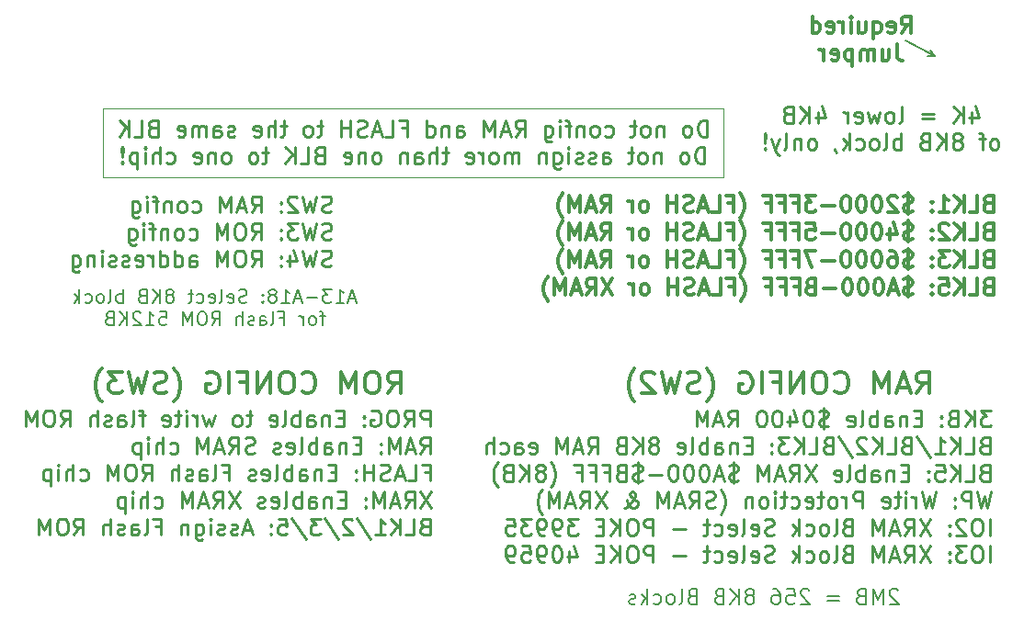
<source format=gbr>
%TF.GenerationSoftware,KiCad,Pcbnew,(5.1.10)-1*%
%TF.CreationDate,2022-08-27T22:49:55-04:00*%
%TF.ProjectId,VIC20 2587KB Memory Expander,56494332-3020-4323-9538-374b42204d65,1*%
%TF.SameCoordinates,Original*%
%TF.FileFunction,Legend,Bot*%
%TF.FilePolarity,Positive*%
%FSLAX46Y46*%
G04 Gerber Fmt 4.6, Leading zero omitted, Abs format (unit mm)*
G04 Created by KiCad (PCBNEW (5.1.10)-1) date 2022-08-27 22:49:55*
%MOMM*%
%LPD*%
G01*
G04 APERTURE LIST*
%ADD10C,0.200000*%
%ADD11C,0.350000*%
%ADD12C,0.250000*%
%ADD13C,0.150000*%
%ADD14C,0.300000*%
%ADD15C,0.120000*%
G04 APERTURE END LIST*
D10*
X178008000Y-102871666D02*
X177941333Y-102805000D01*
X177808000Y-102738333D01*
X177474666Y-102738333D01*
X177341333Y-102805000D01*
X177274666Y-102871666D01*
X177208000Y-103005000D01*
X177208000Y-103138333D01*
X177274666Y-103338333D01*
X178074666Y-104138333D01*
X177208000Y-104138333D01*
X176608000Y-104138333D02*
X176608000Y-102738333D01*
X176141333Y-103738333D01*
X175674666Y-102738333D01*
X175674666Y-104138333D01*
X174541333Y-103405000D02*
X174341333Y-103471666D01*
X174274666Y-103538333D01*
X174208000Y-103671666D01*
X174208000Y-103871666D01*
X174274666Y-104005000D01*
X174341333Y-104071666D01*
X174474666Y-104138333D01*
X175008000Y-104138333D01*
X175008000Y-102738333D01*
X174541333Y-102738333D01*
X174408000Y-102805000D01*
X174341333Y-102871666D01*
X174274666Y-103005000D01*
X174274666Y-103138333D01*
X174341333Y-103271666D01*
X174408000Y-103338333D01*
X174541333Y-103405000D01*
X175008000Y-103405000D01*
X172541333Y-103405000D02*
X171474666Y-103405000D01*
X171474666Y-103805000D02*
X172541333Y-103805000D01*
X169808000Y-102871666D02*
X169741333Y-102805000D01*
X169608000Y-102738333D01*
X169274666Y-102738333D01*
X169141333Y-102805000D01*
X169074666Y-102871666D01*
X169008000Y-103005000D01*
X169008000Y-103138333D01*
X169074666Y-103338333D01*
X169874666Y-104138333D01*
X169008000Y-104138333D01*
X167741333Y-102738333D02*
X168408000Y-102738333D01*
X168474666Y-103405000D01*
X168408000Y-103338333D01*
X168274666Y-103271666D01*
X167941333Y-103271666D01*
X167808000Y-103338333D01*
X167741333Y-103405000D01*
X167674666Y-103538333D01*
X167674666Y-103871666D01*
X167741333Y-104005000D01*
X167808000Y-104071666D01*
X167941333Y-104138333D01*
X168274666Y-104138333D01*
X168408000Y-104071666D01*
X168474666Y-104005000D01*
X166474666Y-102738333D02*
X166741333Y-102738333D01*
X166874666Y-102805000D01*
X166941333Y-102871666D01*
X167074666Y-103071666D01*
X167141333Y-103338333D01*
X167141333Y-103871666D01*
X167074666Y-104005000D01*
X167008000Y-104071666D01*
X166874666Y-104138333D01*
X166608000Y-104138333D01*
X166474666Y-104071666D01*
X166408000Y-104005000D01*
X166341333Y-103871666D01*
X166341333Y-103538333D01*
X166408000Y-103405000D01*
X166474666Y-103338333D01*
X166608000Y-103271666D01*
X166874666Y-103271666D01*
X167008000Y-103338333D01*
X167074666Y-103405000D01*
X167141333Y-103538333D01*
X164474666Y-103338333D02*
X164608000Y-103271666D01*
X164674666Y-103205000D01*
X164741333Y-103071666D01*
X164741333Y-103005000D01*
X164674666Y-102871666D01*
X164608000Y-102805000D01*
X164474666Y-102738333D01*
X164208000Y-102738333D01*
X164074666Y-102805000D01*
X164008000Y-102871666D01*
X163941333Y-103005000D01*
X163941333Y-103071666D01*
X164008000Y-103205000D01*
X164074666Y-103271666D01*
X164208000Y-103338333D01*
X164474666Y-103338333D01*
X164608000Y-103405000D01*
X164674666Y-103471666D01*
X164741333Y-103605000D01*
X164741333Y-103871666D01*
X164674666Y-104005000D01*
X164608000Y-104071666D01*
X164474666Y-104138333D01*
X164208000Y-104138333D01*
X164074666Y-104071666D01*
X164008000Y-104005000D01*
X163941333Y-103871666D01*
X163941333Y-103605000D01*
X164008000Y-103471666D01*
X164074666Y-103405000D01*
X164208000Y-103338333D01*
X163341333Y-104138333D02*
X163341333Y-102738333D01*
X162541333Y-104138333D02*
X163141333Y-103338333D01*
X162541333Y-102738333D02*
X163341333Y-103538333D01*
X161474666Y-103405000D02*
X161274666Y-103471666D01*
X161208000Y-103538333D01*
X161141333Y-103671666D01*
X161141333Y-103871666D01*
X161208000Y-104005000D01*
X161274666Y-104071666D01*
X161408000Y-104138333D01*
X161941333Y-104138333D01*
X161941333Y-102738333D01*
X161474666Y-102738333D01*
X161341333Y-102805000D01*
X161274666Y-102871666D01*
X161208000Y-103005000D01*
X161208000Y-103138333D01*
X161274666Y-103271666D01*
X161341333Y-103338333D01*
X161474666Y-103405000D01*
X161941333Y-103405000D01*
X159008000Y-103405000D02*
X158808000Y-103471666D01*
X158741333Y-103538333D01*
X158674666Y-103671666D01*
X158674666Y-103871666D01*
X158741333Y-104005000D01*
X158808000Y-104071666D01*
X158941333Y-104138333D01*
X159474666Y-104138333D01*
X159474666Y-102738333D01*
X159008000Y-102738333D01*
X158874666Y-102805000D01*
X158808000Y-102871666D01*
X158741333Y-103005000D01*
X158741333Y-103138333D01*
X158808000Y-103271666D01*
X158874666Y-103338333D01*
X159008000Y-103405000D01*
X159474666Y-103405000D01*
X157874666Y-104138333D02*
X158008000Y-104071666D01*
X158074666Y-103938333D01*
X158074666Y-102738333D01*
X157141333Y-104138333D02*
X157274666Y-104071666D01*
X157341333Y-104005000D01*
X157408000Y-103871666D01*
X157408000Y-103471666D01*
X157341333Y-103338333D01*
X157274666Y-103271666D01*
X157141333Y-103205000D01*
X156941333Y-103205000D01*
X156808000Y-103271666D01*
X156741333Y-103338333D01*
X156674666Y-103471666D01*
X156674666Y-103871666D01*
X156741333Y-104005000D01*
X156808000Y-104071666D01*
X156941333Y-104138333D01*
X157141333Y-104138333D01*
X155474666Y-104071666D02*
X155608000Y-104138333D01*
X155874666Y-104138333D01*
X156008000Y-104071666D01*
X156074666Y-104005000D01*
X156141333Y-103871666D01*
X156141333Y-103471666D01*
X156074666Y-103338333D01*
X156008000Y-103271666D01*
X155874666Y-103205000D01*
X155608000Y-103205000D01*
X155474666Y-103271666D01*
X154874666Y-104138333D02*
X154874666Y-102738333D01*
X154741333Y-103605000D02*
X154341333Y-104138333D01*
X154341333Y-103205000D02*
X154874666Y-103738333D01*
X153808000Y-104071666D02*
X153674666Y-104138333D01*
X153408000Y-104138333D01*
X153274666Y-104071666D01*
X153208000Y-103938333D01*
X153208000Y-103871666D01*
X153274666Y-103738333D01*
X153408000Y-103671666D01*
X153608000Y-103671666D01*
X153741333Y-103605000D01*
X153808000Y-103471666D01*
X153808000Y-103405000D01*
X153741333Y-103271666D01*
X153608000Y-103205000D01*
X153408000Y-103205000D01*
X153274666Y-103271666D01*
D11*
X131014761Y-84724761D02*
X131681428Y-83772380D01*
X132157619Y-84724761D02*
X132157619Y-82724761D01*
X131395714Y-82724761D01*
X131205238Y-82820000D01*
X131110000Y-82915238D01*
X131014761Y-83105714D01*
X131014761Y-83391428D01*
X131110000Y-83581904D01*
X131205238Y-83677142D01*
X131395714Y-83772380D01*
X132157619Y-83772380D01*
X129776666Y-82724761D02*
X129395714Y-82724761D01*
X129205238Y-82820000D01*
X129014761Y-83010476D01*
X128919523Y-83391428D01*
X128919523Y-84058095D01*
X129014761Y-84439047D01*
X129205238Y-84629523D01*
X129395714Y-84724761D01*
X129776666Y-84724761D01*
X129967142Y-84629523D01*
X130157619Y-84439047D01*
X130252857Y-84058095D01*
X130252857Y-83391428D01*
X130157619Y-83010476D01*
X129967142Y-82820000D01*
X129776666Y-82724761D01*
X128062380Y-84724761D02*
X128062380Y-82724761D01*
X127395714Y-84153333D01*
X126729047Y-82724761D01*
X126729047Y-84724761D01*
X123110000Y-84534285D02*
X123205238Y-84629523D01*
X123490952Y-84724761D01*
X123681428Y-84724761D01*
X123967142Y-84629523D01*
X124157619Y-84439047D01*
X124252857Y-84248571D01*
X124348095Y-83867619D01*
X124348095Y-83581904D01*
X124252857Y-83200952D01*
X124157619Y-83010476D01*
X123967142Y-82820000D01*
X123681428Y-82724761D01*
X123490952Y-82724761D01*
X123205238Y-82820000D01*
X123110000Y-82915238D01*
X121871904Y-82724761D02*
X121490952Y-82724761D01*
X121300476Y-82820000D01*
X121110000Y-83010476D01*
X121014761Y-83391428D01*
X121014761Y-84058095D01*
X121110000Y-84439047D01*
X121300476Y-84629523D01*
X121490952Y-84724761D01*
X121871904Y-84724761D01*
X122062380Y-84629523D01*
X122252857Y-84439047D01*
X122348095Y-84058095D01*
X122348095Y-83391428D01*
X122252857Y-83010476D01*
X122062380Y-82820000D01*
X121871904Y-82724761D01*
X120157619Y-84724761D02*
X120157619Y-82724761D01*
X119014761Y-84724761D01*
X119014761Y-82724761D01*
X117395714Y-83677142D02*
X118062380Y-83677142D01*
X118062380Y-84724761D02*
X118062380Y-82724761D01*
X117110000Y-82724761D01*
X116348095Y-84724761D02*
X116348095Y-82724761D01*
X114348095Y-82820000D02*
X114538571Y-82724761D01*
X114824285Y-82724761D01*
X115110000Y-82820000D01*
X115300476Y-83010476D01*
X115395714Y-83200952D01*
X115490952Y-83581904D01*
X115490952Y-83867619D01*
X115395714Y-84248571D01*
X115300476Y-84439047D01*
X115110000Y-84629523D01*
X114824285Y-84724761D01*
X114633809Y-84724761D01*
X114348095Y-84629523D01*
X114252857Y-84534285D01*
X114252857Y-83867619D01*
X114633809Y-83867619D01*
X111300476Y-85486666D02*
X111395714Y-85391428D01*
X111586190Y-85105714D01*
X111681428Y-84915238D01*
X111776666Y-84629523D01*
X111871904Y-84153333D01*
X111871904Y-83772380D01*
X111776666Y-83296190D01*
X111681428Y-83010476D01*
X111586190Y-82820000D01*
X111395714Y-82534285D01*
X111300476Y-82439047D01*
X110633809Y-84629523D02*
X110348095Y-84724761D01*
X109871904Y-84724761D01*
X109681428Y-84629523D01*
X109586190Y-84534285D01*
X109490952Y-84343809D01*
X109490952Y-84153333D01*
X109586190Y-83962857D01*
X109681428Y-83867619D01*
X109871904Y-83772380D01*
X110252857Y-83677142D01*
X110443333Y-83581904D01*
X110538571Y-83486666D01*
X110633809Y-83296190D01*
X110633809Y-83105714D01*
X110538571Y-82915238D01*
X110443333Y-82820000D01*
X110252857Y-82724761D01*
X109776666Y-82724761D01*
X109490952Y-82820000D01*
X108824285Y-82724761D02*
X108348095Y-84724761D01*
X107967142Y-83296190D01*
X107586190Y-84724761D01*
X107110000Y-82724761D01*
X106538571Y-82724761D02*
X105300476Y-82724761D01*
X105967142Y-83486666D01*
X105681428Y-83486666D01*
X105490952Y-83581904D01*
X105395714Y-83677142D01*
X105300476Y-83867619D01*
X105300476Y-84343809D01*
X105395714Y-84534285D01*
X105490952Y-84629523D01*
X105681428Y-84724761D01*
X106252857Y-84724761D01*
X106443333Y-84629523D01*
X106538571Y-84534285D01*
X104633809Y-85486666D02*
X104538571Y-85391428D01*
X104348095Y-85105714D01*
X104252857Y-84915238D01*
X104157619Y-84629523D01*
X104062380Y-84153333D01*
X104062380Y-83772380D01*
X104157619Y-83296190D01*
X104252857Y-83010476D01*
X104348095Y-82820000D01*
X104538571Y-82534285D01*
X104633809Y-82439047D01*
X179719285Y-84724761D02*
X180385952Y-83772380D01*
X180862142Y-84724761D02*
X180862142Y-82724761D01*
X180100238Y-82724761D01*
X179909761Y-82820000D01*
X179814523Y-82915238D01*
X179719285Y-83105714D01*
X179719285Y-83391428D01*
X179814523Y-83581904D01*
X179909761Y-83677142D01*
X180100238Y-83772380D01*
X180862142Y-83772380D01*
X178957380Y-84153333D02*
X178005000Y-84153333D01*
X179147857Y-84724761D02*
X178481190Y-82724761D01*
X177814523Y-84724761D01*
X177147857Y-84724761D02*
X177147857Y-82724761D01*
X176481190Y-84153333D01*
X175814523Y-82724761D01*
X175814523Y-84724761D01*
X172195476Y-84534285D02*
X172290714Y-84629523D01*
X172576428Y-84724761D01*
X172766904Y-84724761D01*
X173052619Y-84629523D01*
X173243095Y-84439047D01*
X173338333Y-84248571D01*
X173433571Y-83867619D01*
X173433571Y-83581904D01*
X173338333Y-83200952D01*
X173243095Y-83010476D01*
X173052619Y-82820000D01*
X172766904Y-82724761D01*
X172576428Y-82724761D01*
X172290714Y-82820000D01*
X172195476Y-82915238D01*
X170957380Y-82724761D02*
X170576428Y-82724761D01*
X170385952Y-82820000D01*
X170195476Y-83010476D01*
X170100238Y-83391428D01*
X170100238Y-84058095D01*
X170195476Y-84439047D01*
X170385952Y-84629523D01*
X170576428Y-84724761D01*
X170957380Y-84724761D01*
X171147857Y-84629523D01*
X171338333Y-84439047D01*
X171433571Y-84058095D01*
X171433571Y-83391428D01*
X171338333Y-83010476D01*
X171147857Y-82820000D01*
X170957380Y-82724761D01*
X169243095Y-84724761D02*
X169243095Y-82724761D01*
X168100238Y-84724761D01*
X168100238Y-82724761D01*
X166481190Y-83677142D02*
X167147857Y-83677142D01*
X167147857Y-84724761D02*
X167147857Y-82724761D01*
X166195476Y-82724761D01*
X165433571Y-84724761D02*
X165433571Y-82724761D01*
X163433571Y-82820000D02*
X163624047Y-82724761D01*
X163909761Y-82724761D01*
X164195476Y-82820000D01*
X164385952Y-83010476D01*
X164481190Y-83200952D01*
X164576428Y-83581904D01*
X164576428Y-83867619D01*
X164481190Y-84248571D01*
X164385952Y-84439047D01*
X164195476Y-84629523D01*
X163909761Y-84724761D01*
X163719285Y-84724761D01*
X163433571Y-84629523D01*
X163338333Y-84534285D01*
X163338333Y-83867619D01*
X163719285Y-83867619D01*
X160385952Y-85486666D02*
X160481190Y-85391428D01*
X160671666Y-85105714D01*
X160766904Y-84915238D01*
X160862142Y-84629523D01*
X160957380Y-84153333D01*
X160957380Y-83772380D01*
X160862142Y-83296190D01*
X160766904Y-83010476D01*
X160671666Y-82820000D01*
X160481190Y-82534285D01*
X160385952Y-82439047D01*
X159719285Y-84629523D02*
X159433571Y-84724761D01*
X158957380Y-84724761D01*
X158766904Y-84629523D01*
X158671666Y-84534285D01*
X158576428Y-84343809D01*
X158576428Y-84153333D01*
X158671666Y-83962857D01*
X158766904Y-83867619D01*
X158957380Y-83772380D01*
X159338333Y-83677142D01*
X159528809Y-83581904D01*
X159624047Y-83486666D01*
X159719285Y-83296190D01*
X159719285Y-83105714D01*
X159624047Y-82915238D01*
X159528809Y-82820000D01*
X159338333Y-82724761D01*
X158862142Y-82724761D01*
X158576428Y-82820000D01*
X157909761Y-82724761D02*
X157433571Y-84724761D01*
X157052619Y-83296190D01*
X156671666Y-84724761D01*
X156195476Y-82724761D01*
X155528809Y-82915238D02*
X155433571Y-82820000D01*
X155243095Y-82724761D01*
X154766904Y-82724761D01*
X154576428Y-82820000D01*
X154481190Y-82915238D01*
X154385952Y-83105714D01*
X154385952Y-83296190D01*
X154481190Y-83581904D01*
X155624047Y-84724761D01*
X154385952Y-84724761D01*
X153719285Y-85486666D02*
X153624047Y-85391428D01*
X153433571Y-85105714D01*
X153338333Y-84915238D01*
X153243095Y-84629523D01*
X153147857Y-84153333D01*
X153147857Y-83772380D01*
X153243095Y-83296190D01*
X153338333Y-83010476D01*
X153433571Y-82820000D01*
X153624047Y-82534285D01*
X153719285Y-82439047D01*
D12*
X134862357Y-87753571D02*
X134862357Y-86253571D01*
X134290928Y-86253571D01*
X134148071Y-86325000D01*
X134076642Y-86396428D01*
X134005214Y-86539285D01*
X134005214Y-86753571D01*
X134076642Y-86896428D01*
X134148071Y-86967857D01*
X134290928Y-87039285D01*
X134862357Y-87039285D01*
X132505214Y-87753571D02*
X133005214Y-87039285D01*
X133362357Y-87753571D02*
X133362357Y-86253571D01*
X132790928Y-86253571D01*
X132648071Y-86325000D01*
X132576642Y-86396428D01*
X132505214Y-86539285D01*
X132505214Y-86753571D01*
X132576642Y-86896428D01*
X132648071Y-86967857D01*
X132790928Y-87039285D01*
X133362357Y-87039285D01*
X131576642Y-86253571D02*
X131290928Y-86253571D01*
X131148071Y-86325000D01*
X131005214Y-86467857D01*
X130933785Y-86753571D01*
X130933785Y-87253571D01*
X131005214Y-87539285D01*
X131148071Y-87682142D01*
X131290928Y-87753571D01*
X131576642Y-87753571D01*
X131719500Y-87682142D01*
X131862357Y-87539285D01*
X131933785Y-87253571D01*
X131933785Y-86753571D01*
X131862357Y-86467857D01*
X131719500Y-86325000D01*
X131576642Y-86253571D01*
X129505214Y-86325000D02*
X129648071Y-86253571D01*
X129862357Y-86253571D01*
X130076642Y-86325000D01*
X130219500Y-86467857D01*
X130290928Y-86610714D01*
X130362357Y-86896428D01*
X130362357Y-87110714D01*
X130290928Y-87396428D01*
X130219500Y-87539285D01*
X130076642Y-87682142D01*
X129862357Y-87753571D01*
X129719500Y-87753571D01*
X129505214Y-87682142D01*
X129433785Y-87610714D01*
X129433785Y-87110714D01*
X129719500Y-87110714D01*
X128790928Y-87610714D02*
X128719500Y-87682142D01*
X128790928Y-87753571D01*
X128862357Y-87682142D01*
X128790928Y-87610714D01*
X128790928Y-87753571D01*
X128790928Y-86825000D02*
X128719500Y-86896428D01*
X128790928Y-86967857D01*
X128862357Y-86896428D01*
X128790928Y-86825000D01*
X128790928Y-86967857D01*
X126933785Y-86967857D02*
X126433785Y-86967857D01*
X126219500Y-87753571D02*
X126933785Y-87753571D01*
X126933785Y-86253571D01*
X126219500Y-86253571D01*
X125576642Y-86753571D02*
X125576642Y-87753571D01*
X125576642Y-86896428D02*
X125505214Y-86825000D01*
X125362357Y-86753571D01*
X125148071Y-86753571D01*
X125005214Y-86825000D01*
X124933785Y-86967857D01*
X124933785Y-87753571D01*
X123576642Y-87753571D02*
X123576642Y-86967857D01*
X123648071Y-86825000D01*
X123790928Y-86753571D01*
X124076642Y-86753571D01*
X124219500Y-86825000D01*
X123576642Y-87682142D02*
X123719500Y-87753571D01*
X124076642Y-87753571D01*
X124219500Y-87682142D01*
X124290928Y-87539285D01*
X124290928Y-87396428D01*
X124219500Y-87253571D01*
X124076642Y-87182142D01*
X123719500Y-87182142D01*
X123576642Y-87110714D01*
X122862357Y-87753571D02*
X122862357Y-86253571D01*
X122862357Y-86825000D02*
X122719500Y-86753571D01*
X122433785Y-86753571D01*
X122290928Y-86825000D01*
X122219500Y-86896428D01*
X122148071Y-87039285D01*
X122148071Y-87467857D01*
X122219500Y-87610714D01*
X122290928Y-87682142D01*
X122433785Y-87753571D01*
X122719500Y-87753571D01*
X122862357Y-87682142D01*
X121290928Y-87753571D02*
X121433785Y-87682142D01*
X121505214Y-87539285D01*
X121505214Y-86253571D01*
X120148071Y-87682142D02*
X120290928Y-87753571D01*
X120576642Y-87753571D01*
X120719500Y-87682142D01*
X120790928Y-87539285D01*
X120790928Y-86967857D01*
X120719500Y-86825000D01*
X120576642Y-86753571D01*
X120290928Y-86753571D01*
X120148071Y-86825000D01*
X120076642Y-86967857D01*
X120076642Y-87110714D01*
X120790928Y-87253571D01*
X118505214Y-86753571D02*
X117933785Y-86753571D01*
X118290928Y-86253571D02*
X118290928Y-87539285D01*
X118219500Y-87682142D01*
X118076642Y-87753571D01*
X117933785Y-87753571D01*
X117219500Y-87753571D02*
X117362357Y-87682142D01*
X117433785Y-87610714D01*
X117505214Y-87467857D01*
X117505214Y-87039285D01*
X117433785Y-86896428D01*
X117362357Y-86825000D01*
X117219500Y-86753571D01*
X117005214Y-86753571D01*
X116862357Y-86825000D01*
X116790928Y-86896428D01*
X116719500Y-87039285D01*
X116719500Y-87467857D01*
X116790928Y-87610714D01*
X116862357Y-87682142D01*
X117005214Y-87753571D01*
X117219500Y-87753571D01*
X115076642Y-86753571D02*
X114790928Y-87753571D01*
X114505214Y-87039285D01*
X114219500Y-87753571D01*
X113933785Y-86753571D01*
X113362357Y-87753571D02*
X113362357Y-86753571D01*
X113362357Y-87039285D02*
X113290928Y-86896428D01*
X113219500Y-86825000D01*
X113076642Y-86753571D01*
X112933785Y-86753571D01*
X112433785Y-87753571D02*
X112433785Y-86753571D01*
X112433785Y-86253571D02*
X112505214Y-86325000D01*
X112433785Y-86396428D01*
X112362357Y-86325000D01*
X112433785Y-86253571D01*
X112433785Y-86396428D01*
X111933785Y-86753571D02*
X111362357Y-86753571D01*
X111719500Y-86253571D02*
X111719500Y-87539285D01*
X111648071Y-87682142D01*
X111505214Y-87753571D01*
X111362357Y-87753571D01*
X110290928Y-87682142D02*
X110433785Y-87753571D01*
X110719500Y-87753571D01*
X110862357Y-87682142D01*
X110933785Y-87539285D01*
X110933785Y-86967857D01*
X110862357Y-86825000D01*
X110719500Y-86753571D01*
X110433785Y-86753571D01*
X110290928Y-86825000D01*
X110219500Y-86967857D01*
X110219500Y-87110714D01*
X110933785Y-87253571D01*
X108648071Y-86753571D02*
X108076642Y-86753571D01*
X108433785Y-87753571D02*
X108433785Y-86467857D01*
X108362357Y-86325000D01*
X108219500Y-86253571D01*
X108076642Y-86253571D01*
X107362357Y-87753571D02*
X107505214Y-87682142D01*
X107576642Y-87539285D01*
X107576642Y-86253571D01*
X106148071Y-87753571D02*
X106148071Y-86967857D01*
X106219500Y-86825000D01*
X106362357Y-86753571D01*
X106648071Y-86753571D01*
X106790928Y-86825000D01*
X106148071Y-87682142D02*
X106290928Y-87753571D01*
X106648071Y-87753571D01*
X106790928Y-87682142D01*
X106862357Y-87539285D01*
X106862357Y-87396428D01*
X106790928Y-87253571D01*
X106648071Y-87182142D01*
X106290928Y-87182142D01*
X106148071Y-87110714D01*
X105505214Y-87682142D02*
X105362357Y-87753571D01*
X105076642Y-87753571D01*
X104933785Y-87682142D01*
X104862357Y-87539285D01*
X104862357Y-87467857D01*
X104933785Y-87325000D01*
X105076642Y-87253571D01*
X105290928Y-87253571D01*
X105433785Y-87182142D01*
X105505214Y-87039285D01*
X105505214Y-86967857D01*
X105433785Y-86825000D01*
X105290928Y-86753571D01*
X105076642Y-86753571D01*
X104933785Y-86825000D01*
X104219500Y-87753571D02*
X104219500Y-86253571D01*
X103576642Y-87753571D02*
X103576642Y-86967857D01*
X103648071Y-86825000D01*
X103790928Y-86753571D01*
X104005214Y-86753571D01*
X104148071Y-86825000D01*
X104219500Y-86896428D01*
X100862357Y-87753571D02*
X101362357Y-87039285D01*
X101719500Y-87753571D02*
X101719500Y-86253571D01*
X101148071Y-86253571D01*
X101005214Y-86325000D01*
X100933785Y-86396428D01*
X100862357Y-86539285D01*
X100862357Y-86753571D01*
X100933785Y-86896428D01*
X101005214Y-86967857D01*
X101148071Y-87039285D01*
X101719500Y-87039285D01*
X99933785Y-86253571D02*
X99648071Y-86253571D01*
X99505214Y-86325000D01*
X99362357Y-86467857D01*
X99290928Y-86753571D01*
X99290928Y-87253571D01*
X99362357Y-87539285D01*
X99505214Y-87682142D01*
X99648071Y-87753571D01*
X99933785Y-87753571D01*
X100076642Y-87682142D01*
X100219500Y-87539285D01*
X100290928Y-87253571D01*
X100290928Y-86753571D01*
X100219500Y-86467857D01*
X100076642Y-86325000D01*
X99933785Y-86253571D01*
X98648071Y-87753571D02*
X98648071Y-86253571D01*
X98148071Y-87325000D01*
X97648071Y-86253571D01*
X97648071Y-87753571D01*
X134005214Y-90253571D02*
X134505214Y-89539285D01*
X134862357Y-90253571D02*
X134862357Y-88753571D01*
X134290928Y-88753571D01*
X134148071Y-88825000D01*
X134076642Y-88896428D01*
X134005214Y-89039285D01*
X134005214Y-89253571D01*
X134076642Y-89396428D01*
X134148071Y-89467857D01*
X134290928Y-89539285D01*
X134862357Y-89539285D01*
X133433785Y-89825000D02*
X132719500Y-89825000D01*
X133576642Y-90253571D02*
X133076642Y-88753571D01*
X132576642Y-90253571D01*
X132076642Y-90253571D02*
X132076642Y-88753571D01*
X131576642Y-89825000D01*
X131076642Y-88753571D01*
X131076642Y-90253571D01*
X130362357Y-90110714D02*
X130290928Y-90182142D01*
X130362357Y-90253571D01*
X130433785Y-90182142D01*
X130362357Y-90110714D01*
X130362357Y-90253571D01*
X130362357Y-89325000D02*
X130290928Y-89396428D01*
X130362357Y-89467857D01*
X130433785Y-89396428D01*
X130362357Y-89325000D01*
X130362357Y-89467857D01*
X128505214Y-89467857D02*
X128005214Y-89467857D01*
X127790928Y-90253571D02*
X128505214Y-90253571D01*
X128505214Y-88753571D01*
X127790928Y-88753571D01*
X127148071Y-89253571D02*
X127148071Y-90253571D01*
X127148071Y-89396428D02*
X127076642Y-89325000D01*
X126933785Y-89253571D01*
X126719500Y-89253571D01*
X126576642Y-89325000D01*
X126505214Y-89467857D01*
X126505214Y-90253571D01*
X125148071Y-90253571D02*
X125148071Y-89467857D01*
X125219500Y-89325000D01*
X125362357Y-89253571D01*
X125648071Y-89253571D01*
X125790928Y-89325000D01*
X125148071Y-90182142D02*
X125290928Y-90253571D01*
X125648071Y-90253571D01*
X125790928Y-90182142D01*
X125862357Y-90039285D01*
X125862357Y-89896428D01*
X125790928Y-89753571D01*
X125648071Y-89682142D01*
X125290928Y-89682142D01*
X125148071Y-89610714D01*
X124433785Y-90253571D02*
X124433785Y-88753571D01*
X124433785Y-89325000D02*
X124290928Y-89253571D01*
X124005214Y-89253571D01*
X123862357Y-89325000D01*
X123790928Y-89396428D01*
X123719500Y-89539285D01*
X123719500Y-89967857D01*
X123790928Y-90110714D01*
X123862357Y-90182142D01*
X124005214Y-90253571D01*
X124290928Y-90253571D01*
X124433785Y-90182142D01*
X122862357Y-90253571D02*
X123005214Y-90182142D01*
X123076642Y-90039285D01*
X123076642Y-88753571D01*
X121719500Y-90182142D02*
X121862357Y-90253571D01*
X122148071Y-90253571D01*
X122290928Y-90182142D01*
X122362357Y-90039285D01*
X122362357Y-89467857D01*
X122290928Y-89325000D01*
X122148071Y-89253571D01*
X121862357Y-89253571D01*
X121719500Y-89325000D01*
X121648071Y-89467857D01*
X121648071Y-89610714D01*
X122362357Y-89753571D01*
X121076642Y-90182142D02*
X120933785Y-90253571D01*
X120648071Y-90253571D01*
X120505214Y-90182142D01*
X120433785Y-90039285D01*
X120433785Y-89967857D01*
X120505214Y-89825000D01*
X120648071Y-89753571D01*
X120862357Y-89753571D01*
X121005214Y-89682142D01*
X121076642Y-89539285D01*
X121076642Y-89467857D01*
X121005214Y-89325000D01*
X120862357Y-89253571D01*
X120648071Y-89253571D01*
X120505214Y-89325000D01*
X118719500Y-90182142D02*
X118505214Y-90253571D01*
X118148071Y-90253571D01*
X118005214Y-90182142D01*
X117933785Y-90110714D01*
X117862357Y-89967857D01*
X117862357Y-89825000D01*
X117933785Y-89682142D01*
X118005214Y-89610714D01*
X118148071Y-89539285D01*
X118433785Y-89467857D01*
X118576642Y-89396428D01*
X118648071Y-89325000D01*
X118719500Y-89182142D01*
X118719500Y-89039285D01*
X118648071Y-88896428D01*
X118576642Y-88825000D01*
X118433785Y-88753571D01*
X118076642Y-88753571D01*
X117862357Y-88825000D01*
X116362357Y-90253571D02*
X116862357Y-89539285D01*
X117219500Y-90253571D02*
X117219500Y-88753571D01*
X116648071Y-88753571D01*
X116505214Y-88825000D01*
X116433785Y-88896428D01*
X116362357Y-89039285D01*
X116362357Y-89253571D01*
X116433785Y-89396428D01*
X116505214Y-89467857D01*
X116648071Y-89539285D01*
X117219500Y-89539285D01*
X115790928Y-89825000D02*
X115076642Y-89825000D01*
X115933785Y-90253571D02*
X115433785Y-88753571D01*
X114933785Y-90253571D01*
X114433785Y-90253571D02*
X114433785Y-88753571D01*
X113933785Y-89825000D01*
X113433785Y-88753571D01*
X113433785Y-90253571D01*
X110933785Y-90182142D02*
X111076642Y-90253571D01*
X111362357Y-90253571D01*
X111505214Y-90182142D01*
X111576642Y-90110714D01*
X111648071Y-89967857D01*
X111648071Y-89539285D01*
X111576642Y-89396428D01*
X111505214Y-89325000D01*
X111362357Y-89253571D01*
X111076642Y-89253571D01*
X110933785Y-89325000D01*
X110290928Y-90253571D02*
X110290928Y-88753571D01*
X109648071Y-90253571D02*
X109648071Y-89467857D01*
X109719500Y-89325000D01*
X109862357Y-89253571D01*
X110076642Y-89253571D01*
X110219500Y-89325000D01*
X110290928Y-89396428D01*
X108933785Y-90253571D02*
X108933785Y-89253571D01*
X108933785Y-88753571D02*
X109005214Y-88825000D01*
X108933785Y-88896428D01*
X108862357Y-88825000D01*
X108933785Y-88753571D01*
X108933785Y-88896428D01*
X108219500Y-89253571D02*
X108219500Y-90753571D01*
X108219500Y-89325000D02*
X108076642Y-89253571D01*
X107790928Y-89253571D01*
X107648071Y-89325000D01*
X107576642Y-89396428D01*
X107505214Y-89539285D01*
X107505214Y-89967857D01*
X107576642Y-90110714D01*
X107648071Y-90182142D01*
X107790928Y-90253571D01*
X108076642Y-90253571D01*
X108219500Y-90182142D01*
X134362357Y-91967857D02*
X134862357Y-91967857D01*
X134862357Y-92753571D02*
X134862357Y-91253571D01*
X134148071Y-91253571D01*
X132862357Y-92753571D02*
X133576642Y-92753571D01*
X133576642Y-91253571D01*
X132433785Y-92325000D02*
X131719500Y-92325000D01*
X132576642Y-92753571D02*
X132076642Y-91253571D01*
X131576642Y-92753571D01*
X131148071Y-92682142D02*
X130933785Y-92753571D01*
X130576642Y-92753571D01*
X130433785Y-92682142D01*
X130362357Y-92610714D01*
X130290928Y-92467857D01*
X130290928Y-92325000D01*
X130362357Y-92182142D01*
X130433785Y-92110714D01*
X130576642Y-92039285D01*
X130862357Y-91967857D01*
X131005214Y-91896428D01*
X131076642Y-91825000D01*
X131148071Y-91682142D01*
X131148071Y-91539285D01*
X131076642Y-91396428D01*
X131005214Y-91325000D01*
X130862357Y-91253571D01*
X130505214Y-91253571D01*
X130290928Y-91325000D01*
X129648071Y-92753571D02*
X129648071Y-91253571D01*
X129648071Y-91967857D02*
X128790928Y-91967857D01*
X128790928Y-92753571D02*
X128790928Y-91253571D01*
X128076642Y-92610714D02*
X128005214Y-92682142D01*
X128076642Y-92753571D01*
X128148071Y-92682142D01*
X128076642Y-92610714D01*
X128076642Y-92753571D01*
X128076642Y-91825000D02*
X128005214Y-91896428D01*
X128076642Y-91967857D01*
X128148071Y-91896428D01*
X128076642Y-91825000D01*
X128076642Y-91967857D01*
X126219500Y-91967857D02*
X125719500Y-91967857D01*
X125505214Y-92753571D02*
X126219500Y-92753571D01*
X126219500Y-91253571D01*
X125505214Y-91253571D01*
X124862357Y-91753571D02*
X124862357Y-92753571D01*
X124862357Y-91896428D02*
X124790928Y-91825000D01*
X124648071Y-91753571D01*
X124433785Y-91753571D01*
X124290928Y-91825000D01*
X124219500Y-91967857D01*
X124219500Y-92753571D01*
X122862357Y-92753571D02*
X122862357Y-91967857D01*
X122933785Y-91825000D01*
X123076642Y-91753571D01*
X123362357Y-91753571D01*
X123505214Y-91825000D01*
X122862357Y-92682142D02*
X123005214Y-92753571D01*
X123362357Y-92753571D01*
X123505214Y-92682142D01*
X123576642Y-92539285D01*
X123576642Y-92396428D01*
X123505214Y-92253571D01*
X123362357Y-92182142D01*
X123005214Y-92182142D01*
X122862357Y-92110714D01*
X122148071Y-92753571D02*
X122148071Y-91253571D01*
X122148071Y-91825000D02*
X122005214Y-91753571D01*
X121719499Y-91753571D01*
X121576642Y-91825000D01*
X121505214Y-91896428D01*
X121433785Y-92039285D01*
X121433785Y-92467857D01*
X121505214Y-92610714D01*
X121576642Y-92682142D01*
X121719499Y-92753571D01*
X122005214Y-92753571D01*
X122148071Y-92682142D01*
X120576642Y-92753571D02*
X120719499Y-92682142D01*
X120790928Y-92539285D01*
X120790928Y-91253571D01*
X119433785Y-92682142D02*
X119576642Y-92753571D01*
X119862357Y-92753571D01*
X120005214Y-92682142D01*
X120076642Y-92539285D01*
X120076642Y-91967857D01*
X120005214Y-91825000D01*
X119862357Y-91753571D01*
X119576642Y-91753571D01*
X119433785Y-91825000D01*
X119362357Y-91967857D01*
X119362357Y-92110714D01*
X120076642Y-92253571D01*
X118790928Y-92682142D02*
X118648071Y-92753571D01*
X118362357Y-92753571D01*
X118219499Y-92682142D01*
X118148071Y-92539285D01*
X118148071Y-92467857D01*
X118219499Y-92325000D01*
X118362357Y-92253571D01*
X118576642Y-92253571D01*
X118719499Y-92182142D01*
X118790928Y-92039285D01*
X118790928Y-91967857D01*
X118719499Y-91825000D01*
X118576642Y-91753571D01*
X118362357Y-91753571D01*
X118219499Y-91825000D01*
X115862357Y-91967857D02*
X116362357Y-91967857D01*
X116362357Y-92753571D02*
X116362357Y-91253571D01*
X115648071Y-91253571D01*
X114862357Y-92753571D02*
X115005214Y-92682142D01*
X115076642Y-92539285D01*
X115076642Y-91253571D01*
X113648071Y-92753571D02*
X113648071Y-91967857D01*
X113719499Y-91825000D01*
X113862357Y-91753571D01*
X114148071Y-91753571D01*
X114290928Y-91825000D01*
X113648071Y-92682142D02*
X113790928Y-92753571D01*
X114148071Y-92753571D01*
X114290928Y-92682142D01*
X114362357Y-92539285D01*
X114362357Y-92396428D01*
X114290928Y-92253571D01*
X114148071Y-92182142D01*
X113790928Y-92182142D01*
X113648071Y-92110714D01*
X113005214Y-92682142D02*
X112862357Y-92753571D01*
X112576642Y-92753571D01*
X112433785Y-92682142D01*
X112362357Y-92539285D01*
X112362357Y-92467857D01*
X112433785Y-92325000D01*
X112576642Y-92253571D01*
X112790928Y-92253571D01*
X112933785Y-92182142D01*
X113005214Y-92039285D01*
X113005214Y-91967857D01*
X112933785Y-91825000D01*
X112790928Y-91753571D01*
X112576642Y-91753571D01*
X112433785Y-91825000D01*
X111719499Y-92753571D02*
X111719499Y-91253571D01*
X111076642Y-92753571D02*
X111076642Y-91967857D01*
X111148071Y-91825000D01*
X111290928Y-91753571D01*
X111505214Y-91753571D01*
X111648071Y-91825000D01*
X111719499Y-91896428D01*
X108362357Y-92753571D02*
X108862357Y-92039285D01*
X109219499Y-92753571D02*
X109219499Y-91253571D01*
X108648071Y-91253571D01*
X108505214Y-91325000D01*
X108433785Y-91396428D01*
X108362357Y-91539285D01*
X108362357Y-91753571D01*
X108433785Y-91896428D01*
X108505214Y-91967857D01*
X108648071Y-92039285D01*
X109219499Y-92039285D01*
X107433785Y-91253571D02*
X107148071Y-91253571D01*
X107005214Y-91325000D01*
X106862357Y-91467857D01*
X106790928Y-91753571D01*
X106790928Y-92253571D01*
X106862357Y-92539285D01*
X107005214Y-92682142D01*
X107148071Y-92753571D01*
X107433785Y-92753571D01*
X107576642Y-92682142D01*
X107719499Y-92539285D01*
X107790928Y-92253571D01*
X107790928Y-91753571D01*
X107719499Y-91467857D01*
X107576642Y-91325000D01*
X107433785Y-91253571D01*
X106148071Y-92753571D02*
X106148071Y-91253571D01*
X105648071Y-92325000D01*
X105148071Y-91253571D01*
X105148071Y-92753571D01*
X102648071Y-92682142D02*
X102790928Y-92753571D01*
X103076642Y-92753571D01*
X103219499Y-92682142D01*
X103290928Y-92610714D01*
X103362357Y-92467857D01*
X103362357Y-92039285D01*
X103290928Y-91896428D01*
X103219499Y-91825000D01*
X103076642Y-91753571D01*
X102790928Y-91753571D01*
X102648071Y-91825000D01*
X102005214Y-92753571D02*
X102005214Y-91253571D01*
X101362357Y-92753571D02*
X101362357Y-91967857D01*
X101433785Y-91825000D01*
X101576642Y-91753571D01*
X101790928Y-91753571D01*
X101933785Y-91825000D01*
X102005214Y-91896428D01*
X100648071Y-92753571D02*
X100648071Y-91753571D01*
X100648071Y-91253571D02*
X100719499Y-91325000D01*
X100648071Y-91396428D01*
X100576642Y-91325000D01*
X100648071Y-91253571D01*
X100648071Y-91396428D01*
X99933785Y-91753571D02*
X99933785Y-93253571D01*
X99933785Y-91825000D02*
X99790928Y-91753571D01*
X99505214Y-91753571D01*
X99362357Y-91825000D01*
X99290928Y-91896428D01*
X99219499Y-92039285D01*
X99219499Y-92467857D01*
X99290928Y-92610714D01*
X99362357Y-92682142D01*
X99505214Y-92753571D01*
X99790928Y-92753571D01*
X99933785Y-92682142D01*
X135005214Y-93753571D02*
X134005214Y-95253571D01*
X134005214Y-93753571D02*
X135005214Y-95253571D01*
X132576642Y-95253571D02*
X133076642Y-94539285D01*
X133433785Y-95253571D02*
X133433785Y-93753571D01*
X132862357Y-93753571D01*
X132719500Y-93825000D01*
X132648071Y-93896428D01*
X132576642Y-94039285D01*
X132576642Y-94253571D01*
X132648071Y-94396428D01*
X132719500Y-94467857D01*
X132862357Y-94539285D01*
X133433785Y-94539285D01*
X132005214Y-94825000D02*
X131290928Y-94825000D01*
X132148071Y-95253571D02*
X131648071Y-93753571D01*
X131148071Y-95253571D01*
X130648071Y-95253571D02*
X130648071Y-93753571D01*
X130148071Y-94825000D01*
X129648071Y-93753571D01*
X129648071Y-95253571D01*
X128933785Y-95110714D02*
X128862357Y-95182142D01*
X128933785Y-95253571D01*
X129005214Y-95182142D01*
X128933785Y-95110714D01*
X128933785Y-95253571D01*
X128933785Y-94325000D02*
X128862357Y-94396428D01*
X128933785Y-94467857D01*
X129005214Y-94396428D01*
X128933785Y-94325000D01*
X128933785Y-94467857D01*
X127076642Y-94467857D02*
X126576642Y-94467857D01*
X126362357Y-95253571D02*
X127076642Y-95253571D01*
X127076642Y-93753571D01*
X126362357Y-93753571D01*
X125719500Y-94253571D02*
X125719500Y-95253571D01*
X125719500Y-94396428D02*
X125648071Y-94325000D01*
X125505214Y-94253571D01*
X125290928Y-94253571D01*
X125148071Y-94325000D01*
X125076642Y-94467857D01*
X125076642Y-95253571D01*
X123719500Y-95253571D02*
X123719500Y-94467857D01*
X123790928Y-94325000D01*
X123933785Y-94253571D01*
X124219500Y-94253571D01*
X124362357Y-94325000D01*
X123719500Y-95182142D02*
X123862357Y-95253571D01*
X124219500Y-95253571D01*
X124362357Y-95182142D01*
X124433785Y-95039285D01*
X124433785Y-94896428D01*
X124362357Y-94753571D01*
X124219500Y-94682142D01*
X123862357Y-94682142D01*
X123719500Y-94610714D01*
X123005214Y-95253571D02*
X123005214Y-93753571D01*
X123005214Y-94325000D02*
X122862357Y-94253571D01*
X122576642Y-94253571D01*
X122433785Y-94325000D01*
X122362357Y-94396428D01*
X122290928Y-94539285D01*
X122290928Y-94967857D01*
X122362357Y-95110714D01*
X122433785Y-95182142D01*
X122576642Y-95253571D01*
X122862357Y-95253571D01*
X123005214Y-95182142D01*
X121433785Y-95253571D02*
X121576642Y-95182142D01*
X121648071Y-95039285D01*
X121648071Y-93753571D01*
X120290928Y-95182142D02*
X120433785Y-95253571D01*
X120719500Y-95253571D01*
X120862357Y-95182142D01*
X120933785Y-95039285D01*
X120933785Y-94467857D01*
X120862357Y-94325000D01*
X120719500Y-94253571D01*
X120433785Y-94253571D01*
X120290928Y-94325000D01*
X120219500Y-94467857D01*
X120219500Y-94610714D01*
X120933785Y-94753571D01*
X119648071Y-95182142D02*
X119505214Y-95253571D01*
X119219500Y-95253571D01*
X119076642Y-95182142D01*
X119005214Y-95039285D01*
X119005214Y-94967857D01*
X119076642Y-94825000D01*
X119219500Y-94753571D01*
X119433785Y-94753571D01*
X119576642Y-94682142D01*
X119648071Y-94539285D01*
X119648071Y-94467857D01*
X119576642Y-94325000D01*
X119433785Y-94253571D01*
X119219500Y-94253571D01*
X119076642Y-94325000D01*
X117362357Y-93753571D02*
X116362357Y-95253571D01*
X116362357Y-93753571D02*
X117362357Y-95253571D01*
X114933785Y-95253571D02*
X115433785Y-94539285D01*
X115790928Y-95253571D02*
X115790928Y-93753571D01*
X115219500Y-93753571D01*
X115076642Y-93825000D01*
X115005214Y-93896428D01*
X114933785Y-94039285D01*
X114933785Y-94253571D01*
X115005214Y-94396428D01*
X115076642Y-94467857D01*
X115219500Y-94539285D01*
X115790928Y-94539285D01*
X114362357Y-94825000D02*
X113648071Y-94825000D01*
X114505214Y-95253571D02*
X114005214Y-93753571D01*
X113505214Y-95253571D01*
X113005214Y-95253571D02*
X113005214Y-93753571D01*
X112505214Y-94825000D01*
X112005214Y-93753571D01*
X112005214Y-95253571D01*
X109505214Y-95182142D02*
X109648071Y-95253571D01*
X109933785Y-95253571D01*
X110076642Y-95182142D01*
X110148071Y-95110714D01*
X110219500Y-94967857D01*
X110219500Y-94539285D01*
X110148071Y-94396428D01*
X110076642Y-94325000D01*
X109933785Y-94253571D01*
X109648071Y-94253571D01*
X109505214Y-94325000D01*
X108862357Y-95253571D02*
X108862357Y-93753571D01*
X108219500Y-95253571D02*
X108219500Y-94467857D01*
X108290928Y-94325000D01*
X108433785Y-94253571D01*
X108648071Y-94253571D01*
X108790928Y-94325000D01*
X108862357Y-94396428D01*
X107505214Y-95253571D02*
X107505214Y-94253571D01*
X107505214Y-93753571D02*
X107576642Y-93825000D01*
X107505214Y-93896428D01*
X107433785Y-93825000D01*
X107505214Y-93753571D01*
X107505214Y-93896428D01*
X106790928Y-94253571D02*
X106790928Y-95753571D01*
X106790928Y-94325000D02*
X106648071Y-94253571D01*
X106362357Y-94253571D01*
X106219500Y-94325000D01*
X106148071Y-94396428D01*
X106076642Y-94539285D01*
X106076642Y-94967857D01*
X106148071Y-95110714D01*
X106219500Y-95182142D01*
X106362357Y-95253571D01*
X106648071Y-95253571D01*
X106790928Y-95182142D01*
X134362357Y-96967857D02*
X134148071Y-97039285D01*
X134076642Y-97110714D01*
X134005214Y-97253571D01*
X134005214Y-97467857D01*
X134076642Y-97610714D01*
X134148071Y-97682142D01*
X134290928Y-97753571D01*
X134862357Y-97753571D01*
X134862357Y-96253571D01*
X134362357Y-96253571D01*
X134219500Y-96325000D01*
X134148071Y-96396428D01*
X134076642Y-96539285D01*
X134076642Y-96682142D01*
X134148071Y-96825000D01*
X134219500Y-96896428D01*
X134362357Y-96967857D01*
X134862357Y-96967857D01*
X132648071Y-97753571D02*
X133362357Y-97753571D01*
X133362357Y-96253571D01*
X132148071Y-97753571D02*
X132148071Y-96253571D01*
X131290928Y-97753571D02*
X131933785Y-96896428D01*
X131290928Y-96253571D02*
X132148071Y-97110714D01*
X129862357Y-97753571D02*
X130719500Y-97753571D01*
X130290928Y-97753571D02*
X130290928Y-96253571D01*
X130433785Y-96467857D01*
X130576642Y-96610714D01*
X130719500Y-96682142D01*
X128148071Y-96182142D02*
X129433785Y-98110714D01*
X127719500Y-96396428D02*
X127648071Y-96325000D01*
X127505214Y-96253571D01*
X127148071Y-96253571D01*
X127005214Y-96325000D01*
X126933785Y-96396428D01*
X126862357Y-96539285D01*
X126862357Y-96682142D01*
X126933785Y-96896428D01*
X127790928Y-97753571D01*
X126862357Y-97753571D01*
X125148071Y-96182142D02*
X126433785Y-98110714D01*
X124790928Y-96253571D02*
X123862357Y-96253571D01*
X124362357Y-96825000D01*
X124148071Y-96825000D01*
X124005214Y-96896428D01*
X123933785Y-96967857D01*
X123862357Y-97110714D01*
X123862357Y-97467857D01*
X123933785Y-97610714D01*
X124005214Y-97682142D01*
X124148071Y-97753571D01*
X124576642Y-97753571D01*
X124719500Y-97682142D01*
X124790928Y-97610714D01*
X122148071Y-96182142D02*
X123433785Y-98110714D01*
X120933785Y-96253571D02*
X121648071Y-96253571D01*
X121719500Y-96967857D01*
X121648071Y-96896428D01*
X121505214Y-96825000D01*
X121148071Y-96825000D01*
X121005214Y-96896428D01*
X120933785Y-96967857D01*
X120862357Y-97110714D01*
X120862357Y-97467857D01*
X120933785Y-97610714D01*
X121005214Y-97682142D01*
X121148071Y-97753571D01*
X121505214Y-97753571D01*
X121648071Y-97682142D01*
X121719500Y-97610714D01*
X120219500Y-97610714D02*
X120148071Y-97682142D01*
X120219500Y-97753571D01*
X120290928Y-97682142D01*
X120219500Y-97610714D01*
X120219500Y-97753571D01*
X120219500Y-96825000D02*
X120148071Y-96896428D01*
X120219500Y-96967857D01*
X120290928Y-96896428D01*
X120219500Y-96825000D01*
X120219500Y-96967857D01*
X118433785Y-97325000D02*
X117719500Y-97325000D01*
X118576642Y-97753571D02*
X118076642Y-96253571D01*
X117576642Y-97753571D01*
X117148071Y-97682142D02*
X117005214Y-97753571D01*
X116719500Y-97753571D01*
X116576642Y-97682142D01*
X116505214Y-97539285D01*
X116505214Y-97467857D01*
X116576642Y-97325000D01*
X116719500Y-97253571D01*
X116933785Y-97253571D01*
X117076642Y-97182142D01*
X117148071Y-97039285D01*
X117148071Y-96967857D01*
X117076642Y-96825000D01*
X116933785Y-96753571D01*
X116719500Y-96753571D01*
X116576642Y-96825000D01*
X115933785Y-97682142D02*
X115790928Y-97753571D01*
X115505214Y-97753571D01*
X115362357Y-97682142D01*
X115290928Y-97539285D01*
X115290928Y-97467857D01*
X115362357Y-97325000D01*
X115505214Y-97253571D01*
X115719500Y-97253571D01*
X115862357Y-97182142D01*
X115933785Y-97039285D01*
X115933785Y-96967857D01*
X115862357Y-96825000D01*
X115719500Y-96753571D01*
X115505214Y-96753571D01*
X115362357Y-96825000D01*
X114648071Y-97753571D02*
X114648071Y-96753571D01*
X114648071Y-96253571D02*
X114719500Y-96325000D01*
X114648071Y-96396428D01*
X114576642Y-96325000D01*
X114648071Y-96253571D01*
X114648071Y-96396428D01*
X113290928Y-96753571D02*
X113290928Y-97967857D01*
X113362357Y-98110714D01*
X113433785Y-98182142D01*
X113576642Y-98253571D01*
X113790928Y-98253571D01*
X113933785Y-98182142D01*
X113290928Y-97682142D02*
X113433785Y-97753571D01*
X113719500Y-97753571D01*
X113862357Y-97682142D01*
X113933785Y-97610714D01*
X114005214Y-97467857D01*
X114005214Y-97039285D01*
X113933785Y-96896428D01*
X113862357Y-96825000D01*
X113719500Y-96753571D01*
X113433785Y-96753571D01*
X113290928Y-96825000D01*
X112576642Y-96753571D02*
X112576642Y-97753571D01*
X112576642Y-96896428D02*
X112505214Y-96825000D01*
X112362357Y-96753571D01*
X112148071Y-96753571D01*
X112005214Y-96825000D01*
X111933785Y-96967857D01*
X111933785Y-97753571D01*
X109576642Y-96967857D02*
X110076642Y-96967857D01*
X110076642Y-97753571D02*
X110076642Y-96253571D01*
X109362357Y-96253571D01*
X108576642Y-97753571D02*
X108719500Y-97682142D01*
X108790928Y-97539285D01*
X108790928Y-96253571D01*
X107362357Y-97753571D02*
X107362357Y-96967857D01*
X107433785Y-96825000D01*
X107576642Y-96753571D01*
X107862357Y-96753571D01*
X108005214Y-96825000D01*
X107362357Y-97682142D02*
X107505214Y-97753571D01*
X107862357Y-97753571D01*
X108005214Y-97682142D01*
X108076642Y-97539285D01*
X108076642Y-97396428D01*
X108005214Y-97253571D01*
X107862357Y-97182142D01*
X107505214Y-97182142D01*
X107362357Y-97110714D01*
X106719500Y-97682142D02*
X106576642Y-97753571D01*
X106290928Y-97753571D01*
X106148071Y-97682142D01*
X106076642Y-97539285D01*
X106076642Y-97467857D01*
X106148071Y-97325000D01*
X106290928Y-97253571D01*
X106505214Y-97253571D01*
X106648071Y-97182142D01*
X106719500Y-97039285D01*
X106719500Y-96967857D01*
X106648071Y-96825000D01*
X106505214Y-96753571D01*
X106290928Y-96753571D01*
X106148071Y-96825000D01*
X105433785Y-97753571D02*
X105433785Y-96253571D01*
X104790928Y-97753571D02*
X104790928Y-96967857D01*
X104862357Y-96825000D01*
X105005214Y-96753571D01*
X105219500Y-96753571D01*
X105362357Y-96825000D01*
X105433785Y-96896428D01*
X102076642Y-97753571D02*
X102576642Y-97039285D01*
X102933785Y-97753571D02*
X102933785Y-96253571D01*
X102362357Y-96253571D01*
X102219500Y-96325000D01*
X102148071Y-96396428D01*
X102076642Y-96539285D01*
X102076642Y-96753571D01*
X102148071Y-96896428D01*
X102219500Y-96967857D01*
X102362357Y-97039285D01*
X102933785Y-97039285D01*
X101148071Y-96253571D02*
X100862357Y-96253571D01*
X100719500Y-96325000D01*
X100576642Y-96467857D01*
X100505214Y-96753571D01*
X100505214Y-97253571D01*
X100576642Y-97539285D01*
X100719500Y-97682142D01*
X100862357Y-97753571D01*
X101148071Y-97753571D01*
X101290928Y-97682142D01*
X101433785Y-97539285D01*
X101505214Y-97253571D01*
X101505214Y-96753571D01*
X101433785Y-96467857D01*
X101290928Y-96325000D01*
X101148071Y-96253571D01*
X99862357Y-97753571D02*
X99862357Y-96253571D01*
X99362357Y-97325000D01*
X98862357Y-96253571D01*
X98862357Y-97753571D01*
D10*
X128008428Y-76005833D02*
X127413190Y-76005833D01*
X128127476Y-76362976D02*
X127710809Y-75112976D01*
X127294142Y-76362976D01*
X126222714Y-76362976D02*
X126937000Y-76362976D01*
X126579857Y-76362976D02*
X126579857Y-75112976D01*
X126698904Y-75291547D01*
X126817952Y-75410595D01*
X126937000Y-75470119D01*
X125806047Y-75112976D02*
X125032238Y-75112976D01*
X125448904Y-75589166D01*
X125270333Y-75589166D01*
X125151285Y-75648690D01*
X125091761Y-75708214D01*
X125032238Y-75827261D01*
X125032238Y-76124880D01*
X125091761Y-76243928D01*
X125151285Y-76303452D01*
X125270333Y-76362976D01*
X125627476Y-76362976D01*
X125746523Y-76303452D01*
X125806047Y-76243928D01*
X124496523Y-75886785D02*
X123544142Y-75886785D01*
X123008428Y-76005833D02*
X122413190Y-76005833D01*
X123127476Y-76362976D02*
X122710809Y-75112976D01*
X122294142Y-76362976D01*
X121222714Y-76362976D02*
X121937000Y-76362976D01*
X121579857Y-76362976D02*
X121579857Y-75112976D01*
X121698904Y-75291547D01*
X121817952Y-75410595D01*
X121937000Y-75470119D01*
X120508428Y-75648690D02*
X120627476Y-75589166D01*
X120687000Y-75529642D01*
X120746523Y-75410595D01*
X120746523Y-75351071D01*
X120687000Y-75232023D01*
X120627476Y-75172500D01*
X120508428Y-75112976D01*
X120270333Y-75112976D01*
X120151285Y-75172500D01*
X120091761Y-75232023D01*
X120032238Y-75351071D01*
X120032238Y-75410595D01*
X120091761Y-75529642D01*
X120151285Y-75589166D01*
X120270333Y-75648690D01*
X120508428Y-75648690D01*
X120627476Y-75708214D01*
X120687000Y-75767738D01*
X120746523Y-75886785D01*
X120746523Y-76124880D01*
X120687000Y-76243928D01*
X120627476Y-76303452D01*
X120508428Y-76362976D01*
X120270333Y-76362976D01*
X120151285Y-76303452D01*
X120091761Y-76243928D01*
X120032238Y-76124880D01*
X120032238Y-75886785D01*
X120091761Y-75767738D01*
X120151285Y-75708214D01*
X120270333Y-75648690D01*
X119496523Y-76243928D02*
X119437000Y-76303452D01*
X119496523Y-76362976D01*
X119556047Y-76303452D01*
X119496523Y-76243928D01*
X119496523Y-76362976D01*
X119496523Y-75589166D02*
X119437000Y-75648690D01*
X119496523Y-75708214D01*
X119556047Y-75648690D01*
X119496523Y-75589166D01*
X119496523Y-75708214D01*
X118008428Y-76303452D02*
X117829857Y-76362976D01*
X117532238Y-76362976D01*
X117413190Y-76303452D01*
X117353666Y-76243928D01*
X117294142Y-76124880D01*
X117294142Y-76005833D01*
X117353666Y-75886785D01*
X117413190Y-75827261D01*
X117532238Y-75767738D01*
X117770333Y-75708214D01*
X117889380Y-75648690D01*
X117948904Y-75589166D01*
X118008428Y-75470119D01*
X118008428Y-75351071D01*
X117948904Y-75232023D01*
X117889380Y-75172500D01*
X117770333Y-75112976D01*
X117472714Y-75112976D01*
X117294142Y-75172500D01*
X116282238Y-76303452D02*
X116401285Y-76362976D01*
X116639380Y-76362976D01*
X116758428Y-76303452D01*
X116817952Y-76184404D01*
X116817952Y-75708214D01*
X116758428Y-75589166D01*
X116639380Y-75529642D01*
X116401285Y-75529642D01*
X116282238Y-75589166D01*
X116222714Y-75708214D01*
X116222714Y-75827261D01*
X116817952Y-75946309D01*
X115508428Y-76362976D02*
X115627476Y-76303452D01*
X115687000Y-76184404D01*
X115687000Y-75112976D01*
X114556047Y-76303452D02*
X114675095Y-76362976D01*
X114913190Y-76362976D01*
X115032238Y-76303452D01*
X115091761Y-76184404D01*
X115091761Y-75708214D01*
X115032238Y-75589166D01*
X114913190Y-75529642D01*
X114675095Y-75529642D01*
X114556047Y-75589166D01*
X114496523Y-75708214D01*
X114496523Y-75827261D01*
X115091761Y-75946309D01*
X113425095Y-76303452D02*
X113544142Y-76362976D01*
X113782238Y-76362976D01*
X113901285Y-76303452D01*
X113960809Y-76243928D01*
X114020333Y-76124880D01*
X114020333Y-75767738D01*
X113960809Y-75648690D01*
X113901285Y-75589166D01*
X113782238Y-75529642D01*
X113544142Y-75529642D01*
X113425095Y-75589166D01*
X113067952Y-75529642D02*
X112591761Y-75529642D01*
X112889380Y-75112976D02*
X112889380Y-76184404D01*
X112829857Y-76303452D01*
X112710809Y-76362976D01*
X112591761Y-76362976D01*
X111044142Y-75648690D02*
X111163190Y-75589166D01*
X111222714Y-75529642D01*
X111282238Y-75410595D01*
X111282238Y-75351071D01*
X111222714Y-75232023D01*
X111163190Y-75172500D01*
X111044142Y-75112976D01*
X110806047Y-75112976D01*
X110687000Y-75172500D01*
X110627476Y-75232023D01*
X110567952Y-75351071D01*
X110567952Y-75410595D01*
X110627476Y-75529642D01*
X110687000Y-75589166D01*
X110806047Y-75648690D01*
X111044142Y-75648690D01*
X111163190Y-75708214D01*
X111222714Y-75767738D01*
X111282238Y-75886785D01*
X111282238Y-76124880D01*
X111222714Y-76243928D01*
X111163190Y-76303452D01*
X111044142Y-76362976D01*
X110806047Y-76362976D01*
X110687000Y-76303452D01*
X110627476Y-76243928D01*
X110567952Y-76124880D01*
X110567952Y-75886785D01*
X110627476Y-75767738D01*
X110687000Y-75708214D01*
X110806047Y-75648690D01*
X110032238Y-76362976D02*
X110032238Y-75112976D01*
X109317952Y-76362976D02*
X109853666Y-75648690D01*
X109317952Y-75112976D02*
X110032238Y-75827261D01*
X108365571Y-75708214D02*
X108187000Y-75767738D01*
X108127476Y-75827261D01*
X108067952Y-75946309D01*
X108067952Y-76124880D01*
X108127476Y-76243928D01*
X108187000Y-76303452D01*
X108306047Y-76362976D01*
X108782238Y-76362976D01*
X108782238Y-75112976D01*
X108365571Y-75112976D01*
X108246523Y-75172500D01*
X108187000Y-75232023D01*
X108127476Y-75351071D01*
X108127476Y-75470119D01*
X108187000Y-75589166D01*
X108246523Y-75648690D01*
X108365571Y-75708214D01*
X108782238Y-75708214D01*
X106579857Y-76362976D02*
X106579857Y-75112976D01*
X106579857Y-75589166D02*
X106460809Y-75529642D01*
X106222714Y-75529642D01*
X106103666Y-75589166D01*
X106044142Y-75648690D01*
X105984619Y-75767738D01*
X105984619Y-76124880D01*
X106044142Y-76243928D01*
X106103666Y-76303452D01*
X106222714Y-76362976D01*
X106460809Y-76362976D01*
X106579857Y-76303452D01*
X105270333Y-76362976D02*
X105389380Y-76303452D01*
X105448904Y-76184404D01*
X105448904Y-75112976D01*
X104615571Y-76362976D02*
X104734619Y-76303452D01*
X104794142Y-76243928D01*
X104853666Y-76124880D01*
X104853666Y-75767738D01*
X104794142Y-75648690D01*
X104734619Y-75589166D01*
X104615571Y-75529642D01*
X104437000Y-75529642D01*
X104317952Y-75589166D01*
X104258428Y-75648690D01*
X104198904Y-75767738D01*
X104198904Y-76124880D01*
X104258428Y-76243928D01*
X104317952Y-76303452D01*
X104437000Y-76362976D01*
X104615571Y-76362976D01*
X103127476Y-76303452D02*
X103246523Y-76362976D01*
X103484619Y-76362976D01*
X103603666Y-76303452D01*
X103663190Y-76243928D01*
X103722714Y-76124880D01*
X103722714Y-75767738D01*
X103663190Y-75648690D01*
X103603666Y-75589166D01*
X103484619Y-75529642D01*
X103246523Y-75529642D01*
X103127476Y-75589166D01*
X102591761Y-76362976D02*
X102591761Y-75112976D01*
X102472714Y-75886785D02*
X102115571Y-76362976D01*
X102115571Y-75529642D02*
X102591761Y-76005833D01*
X125210809Y-77604642D02*
X124734619Y-77604642D01*
X125032238Y-78437976D02*
X125032238Y-77366547D01*
X124972714Y-77247500D01*
X124853666Y-77187976D01*
X124734619Y-77187976D01*
X124139380Y-78437976D02*
X124258428Y-78378452D01*
X124317952Y-78318928D01*
X124377476Y-78199880D01*
X124377476Y-77842738D01*
X124317952Y-77723690D01*
X124258428Y-77664166D01*
X124139380Y-77604642D01*
X123960809Y-77604642D01*
X123841761Y-77664166D01*
X123782238Y-77723690D01*
X123722714Y-77842738D01*
X123722714Y-78199880D01*
X123782238Y-78318928D01*
X123841761Y-78378452D01*
X123960809Y-78437976D01*
X124139380Y-78437976D01*
X123187000Y-78437976D02*
X123187000Y-77604642D01*
X123187000Y-77842738D02*
X123127476Y-77723690D01*
X123067952Y-77664166D01*
X122948904Y-77604642D01*
X122829857Y-77604642D01*
X121044142Y-77783214D02*
X121460809Y-77783214D01*
X121460809Y-78437976D02*
X121460809Y-77187976D01*
X120865571Y-77187976D01*
X120210809Y-78437976D02*
X120329857Y-78378452D01*
X120389380Y-78259404D01*
X120389380Y-77187976D01*
X119198904Y-78437976D02*
X119198904Y-77783214D01*
X119258428Y-77664166D01*
X119377476Y-77604642D01*
X119615571Y-77604642D01*
X119734619Y-77664166D01*
X119198904Y-78378452D02*
X119317952Y-78437976D01*
X119615571Y-78437976D01*
X119734619Y-78378452D01*
X119794142Y-78259404D01*
X119794142Y-78140357D01*
X119734619Y-78021309D01*
X119615571Y-77961785D01*
X119317952Y-77961785D01*
X119198904Y-77902261D01*
X118663190Y-78378452D02*
X118544142Y-78437976D01*
X118306047Y-78437976D01*
X118187000Y-78378452D01*
X118127476Y-78259404D01*
X118127476Y-78199880D01*
X118187000Y-78080833D01*
X118306047Y-78021309D01*
X118484619Y-78021309D01*
X118603666Y-77961785D01*
X118663190Y-77842738D01*
X118663190Y-77783214D01*
X118603666Y-77664166D01*
X118484619Y-77604642D01*
X118306047Y-77604642D01*
X118187000Y-77664166D01*
X117591761Y-78437976D02*
X117591761Y-77187976D01*
X117056047Y-78437976D02*
X117056047Y-77783214D01*
X117115571Y-77664166D01*
X117234619Y-77604642D01*
X117413190Y-77604642D01*
X117532238Y-77664166D01*
X117591761Y-77723690D01*
X114794142Y-78437976D02*
X115210809Y-77842738D01*
X115508428Y-78437976D02*
X115508428Y-77187976D01*
X115032238Y-77187976D01*
X114913190Y-77247500D01*
X114853666Y-77307023D01*
X114794142Y-77426071D01*
X114794142Y-77604642D01*
X114853666Y-77723690D01*
X114913190Y-77783214D01*
X115032238Y-77842738D01*
X115508428Y-77842738D01*
X114020333Y-77187976D02*
X113782238Y-77187976D01*
X113663190Y-77247500D01*
X113544142Y-77366547D01*
X113484619Y-77604642D01*
X113484619Y-78021309D01*
X113544142Y-78259404D01*
X113663190Y-78378452D01*
X113782238Y-78437976D01*
X114020333Y-78437976D01*
X114139380Y-78378452D01*
X114258428Y-78259404D01*
X114317952Y-78021309D01*
X114317952Y-77604642D01*
X114258428Y-77366547D01*
X114139380Y-77247500D01*
X114020333Y-77187976D01*
X112948904Y-78437976D02*
X112948904Y-77187976D01*
X112532238Y-78080833D01*
X112115571Y-77187976D01*
X112115571Y-78437976D01*
X109972714Y-77187976D02*
X110567952Y-77187976D01*
X110627476Y-77783214D01*
X110567952Y-77723690D01*
X110448904Y-77664166D01*
X110151285Y-77664166D01*
X110032238Y-77723690D01*
X109972714Y-77783214D01*
X109913190Y-77902261D01*
X109913190Y-78199880D01*
X109972714Y-78318928D01*
X110032238Y-78378452D01*
X110151285Y-78437976D01*
X110448904Y-78437976D01*
X110567952Y-78378452D01*
X110627476Y-78318928D01*
X108722714Y-78437976D02*
X109437000Y-78437976D01*
X109079857Y-78437976D02*
X109079857Y-77187976D01*
X109198904Y-77366547D01*
X109317952Y-77485595D01*
X109437000Y-77545119D01*
X108246523Y-77307023D02*
X108187000Y-77247500D01*
X108067952Y-77187976D01*
X107770333Y-77187976D01*
X107651285Y-77247500D01*
X107591761Y-77307023D01*
X107532238Y-77426071D01*
X107532238Y-77545119D01*
X107591761Y-77723690D01*
X108306047Y-78437976D01*
X107532238Y-78437976D01*
X106996523Y-78437976D02*
X106996523Y-77187976D01*
X106282238Y-78437976D02*
X106817952Y-77723690D01*
X106282238Y-77187976D02*
X106996523Y-77902261D01*
X105329857Y-77783214D02*
X105151285Y-77842738D01*
X105091761Y-77902261D01*
X105032238Y-78021309D01*
X105032238Y-78199880D01*
X105091761Y-78318928D01*
X105151285Y-78378452D01*
X105270333Y-78437976D01*
X105746523Y-78437976D01*
X105746523Y-77187976D01*
X105329857Y-77187976D01*
X105210809Y-77247500D01*
X105151285Y-77307023D01*
X105091761Y-77426071D01*
X105091761Y-77545119D01*
X105151285Y-77664166D01*
X105210809Y-77723690D01*
X105329857Y-77783214D01*
X105746523Y-77783214D01*
D12*
X186567214Y-86273571D02*
X185638642Y-86273571D01*
X186138642Y-86845000D01*
X185924357Y-86845000D01*
X185781500Y-86916428D01*
X185710071Y-86987857D01*
X185638642Y-87130714D01*
X185638642Y-87487857D01*
X185710071Y-87630714D01*
X185781500Y-87702142D01*
X185924357Y-87773571D01*
X186352928Y-87773571D01*
X186495785Y-87702142D01*
X186567214Y-87630714D01*
X184995785Y-87773571D02*
X184995785Y-86273571D01*
X184138642Y-87773571D02*
X184781500Y-86916428D01*
X184138642Y-86273571D02*
X184995785Y-87130714D01*
X182995785Y-86987857D02*
X182781500Y-87059285D01*
X182710071Y-87130714D01*
X182638642Y-87273571D01*
X182638642Y-87487857D01*
X182710071Y-87630714D01*
X182781500Y-87702142D01*
X182924357Y-87773571D01*
X183495785Y-87773571D01*
X183495785Y-86273571D01*
X182995785Y-86273571D01*
X182852928Y-86345000D01*
X182781500Y-86416428D01*
X182710071Y-86559285D01*
X182710071Y-86702142D01*
X182781500Y-86845000D01*
X182852928Y-86916428D01*
X182995785Y-86987857D01*
X183495785Y-86987857D01*
X181995785Y-87630714D02*
X181924357Y-87702142D01*
X181995785Y-87773571D01*
X182067214Y-87702142D01*
X181995785Y-87630714D01*
X181995785Y-87773571D01*
X181995785Y-86845000D02*
X181924357Y-86916428D01*
X181995785Y-86987857D01*
X182067214Y-86916428D01*
X181995785Y-86845000D01*
X181995785Y-86987857D01*
X180138642Y-86987857D02*
X179638642Y-86987857D01*
X179424357Y-87773571D02*
X180138642Y-87773571D01*
X180138642Y-86273571D01*
X179424357Y-86273571D01*
X178781500Y-86773571D02*
X178781500Y-87773571D01*
X178781500Y-86916428D02*
X178710071Y-86845000D01*
X178567214Y-86773571D01*
X178352928Y-86773571D01*
X178210071Y-86845000D01*
X178138642Y-86987857D01*
X178138642Y-87773571D01*
X176781500Y-87773571D02*
X176781500Y-86987857D01*
X176852928Y-86845000D01*
X176995785Y-86773571D01*
X177281500Y-86773571D01*
X177424357Y-86845000D01*
X176781500Y-87702142D02*
X176924357Y-87773571D01*
X177281500Y-87773571D01*
X177424357Y-87702142D01*
X177495785Y-87559285D01*
X177495785Y-87416428D01*
X177424357Y-87273571D01*
X177281500Y-87202142D01*
X176924357Y-87202142D01*
X176781500Y-87130714D01*
X176067214Y-87773571D02*
X176067214Y-86273571D01*
X176067214Y-86845000D02*
X175924357Y-86773571D01*
X175638642Y-86773571D01*
X175495785Y-86845000D01*
X175424357Y-86916428D01*
X175352928Y-87059285D01*
X175352928Y-87487857D01*
X175424357Y-87630714D01*
X175495785Y-87702142D01*
X175638642Y-87773571D01*
X175924357Y-87773571D01*
X176067214Y-87702142D01*
X174495785Y-87773571D02*
X174638642Y-87702142D01*
X174710071Y-87559285D01*
X174710071Y-86273571D01*
X173352928Y-87702142D02*
X173495785Y-87773571D01*
X173781500Y-87773571D01*
X173924357Y-87702142D01*
X173995785Y-87559285D01*
X173995785Y-86987857D01*
X173924357Y-86845000D01*
X173781500Y-86773571D01*
X173495785Y-86773571D01*
X173352928Y-86845000D01*
X173281500Y-86987857D01*
X173281500Y-87130714D01*
X173995785Y-87273571D01*
X171567214Y-87702142D02*
X171352928Y-87773571D01*
X170995785Y-87773571D01*
X170852928Y-87702142D01*
X170781500Y-87630714D01*
X170710071Y-87487857D01*
X170710071Y-87345000D01*
X170781500Y-87202142D01*
X170852928Y-87130714D01*
X170995785Y-87059285D01*
X171281500Y-86987857D01*
X171424357Y-86916428D01*
X171495785Y-86845000D01*
X171567214Y-86702142D01*
X171567214Y-86559285D01*
X171495785Y-86416428D01*
X171424357Y-86345000D01*
X171281500Y-86273571D01*
X170924357Y-86273571D01*
X170710071Y-86345000D01*
X171138642Y-86059285D02*
X171138642Y-87987857D01*
X169781499Y-86273571D02*
X169638642Y-86273571D01*
X169495785Y-86345000D01*
X169424357Y-86416428D01*
X169352928Y-86559285D01*
X169281500Y-86845000D01*
X169281500Y-87202142D01*
X169352928Y-87487857D01*
X169424357Y-87630714D01*
X169495785Y-87702142D01*
X169638642Y-87773571D01*
X169781499Y-87773571D01*
X169924357Y-87702142D01*
X169995785Y-87630714D01*
X170067214Y-87487857D01*
X170138642Y-87202142D01*
X170138642Y-86845000D01*
X170067214Y-86559285D01*
X169995785Y-86416428D01*
X169924357Y-86345000D01*
X169781499Y-86273571D01*
X167995785Y-86773571D02*
X167995785Y-87773571D01*
X168352928Y-86202142D02*
X168710071Y-87273571D01*
X167781499Y-87273571D01*
X166924357Y-86273571D02*
X166781499Y-86273571D01*
X166638642Y-86345000D01*
X166567214Y-86416428D01*
X166495785Y-86559285D01*
X166424357Y-86845000D01*
X166424357Y-87202142D01*
X166495785Y-87487857D01*
X166567214Y-87630714D01*
X166638642Y-87702142D01*
X166781499Y-87773571D01*
X166924357Y-87773571D01*
X167067214Y-87702142D01*
X167138642Y-87630714D01*
X167210071Y-87487857D01*
X167281499Y-87202142D01*
X167281499Y-86845000D01*
X167210071Y-86559285D01*
X167138642Y-86416428D01*
X167067214Y-86345000D01*
X166924357Y-86273571D01*
X165495785Y-86273571D02*
X165352928Y-86273571D01*
X165210071Y-86345000D01*
X165138642Y-86416428D01*
X165067214Y-86559285D01*
X164995785Y-86845000D01*
X164995785Y-87202142D01*
X165067214Y-87487857D01*
X165138642Y-87630714D01*
X165210071Y-87702142D01*
X165352928Y-87773571D01*
X165495785Y-87773571D01*
X165638642Y-87702142D01*
X165710071Y-87630714D01*
X165781499Y-87487857D01*
X165852928Y-87202142D01*
X165852928Y-86845000D01*
X165781499Y-86559285D01*
X165710071Y-86416428D01*
X165638642Y-86345000D01*
X165495785Y-86273571D01*
X162352928Y-87773571D02*
X162852928Y-87059285D01*
X163210071Y-87773571D02*
X163210071Y-86273571D01*
X162638642Y-86273571D01*
X162495785Y-86345000D01*
X162424357Y-86416428D01*
X162352928Y-86559285D01*
X162352928Y-86773571D01*
X162424357Y-86916428D01*
X162495785Y-86987857D01*
X162638642Y-87059285D01*
X163210071Y-87059285D01*
X161781499Y-87345000D02*
X161067214Y-87345000D01*
X161924357Y-87773571D02*
X161424357Y-86273571D01*
X160924357Y-87773571D01*
X160424357Y-87773571D02*
X160424357Y-86273571D01*
X159924357Y-87345000D01*
X159424357Y-86273571D01*
X159424357Y-87773571D01*
X185924357Y-89487857D02*
X185710071Y-89559285D01*
X185638642Y-89630714D01*
X185567214Y-89773571D01*
X185567214Y-89987857D01*
X185638642Y-90130714D01*
X185710071Y-90202142D01*
X185852928Y-90273571D01*
X186424357Y-90273571D01*
X186424357Y-88773571D01*
X185924357Y-88773571D01*
X185781500Y-88845000D01*
X185710071Y-88916428D01*
X185638642Y-89059285D01*
X185638642Y-89202142D01*
X185710071Y-89345000D01*
X185781500Y-89416428D01*
X185924357Y-89487857D01*
X186424357Y-89487857D01*
X184210071Y-90273571D02*
X184924357Y-90273571D01*
X184924357Y-88773571D01*
X183710071Y-90273571D02*
X183710071Y-88773571D01*
X182852928Y-90273571D02*
X183495785Y-89416428D01*
X182852928Y-88773571D02*
X183710071Y-89630714D01*
X181424357Y-90273571D02*
X182281500Y-90273571D01*
X181852928Y-90273571D02*
X181852928Y-88773571D01*
X181995785Y-88987857D01*
X182138642Y-89130714D01*
X182281500Y-89202142D01*
X179710071Y-88702142D02*
X180995785Y-90630714D01*
X178710071Y-89487857D02*
X178495785Y-89559285D01*
X178424357Y-89630714D01*
X178352928Y-89773571D01*
X178352928Y-89987857D01*
X178424357Y-90130714D01*
X178495785Y-90202142D01*
X178638642Y-90273571D01*
X179210071Y-90273571D01*
X179210071Y-88773571D01*
X178710071Y-88773571D01*
X178567214Y-88845000D01*
X178495785Y-88916428D01*
X178424357Y-89059285D01*
X178424357Y-89202142D01*
X178495785Y-89345000D01*
X178567214Y-89416428D01*
X178710071Y-89487857D01*
X179210071Y-89487857D01*
X176995785Y-90273571D02*
X177710071Y-90273571D01*
X177710071Y-88773571D01*
X176495785Y-90273571D02*
X176495785Y-88773571D01*
X175638642Y-90273571D02*
X176281499Y-89416428D01*
X175638642Y-88773571D02*
X176495785Y-89630714D01*
X175067214Y-88916428D02*
X174995785Y-88845000D01*
X174852928Y-88773571D01*
X174495785Y-88773571D01*
X174352928Y-88845000D01*
X174281499Y-88916428D01*
X174210071Y-89059285D01*
X174210071Y-89202142D01*
X174281499Y-89416428D01*
X175138642Y-90273571D01*
X174210071Y-90273571D01*
X172495785Y-88702142D02*
X173781500Y-90630714D01*
X171495785Y-89487857D02*
X171281500Y-89559285D01*
X171210071Y-89630714D01*
X171138642Y-89773571D01*
X171138642Y-89987857D01*
X171210071Y-90130714D01*
X171281500Y-90202142D01*
X171424357Y-90273571D01*
X171995785Y-90273571D01*
X171995785Y-88773571D01*
X171495785Y-88773571D01*
X171352928Y-88845000D01*
X171281500Y-88916428D01*
X171210071Y-89059285D01*
X171210071Y-89202142D01*
X171281500Y-89345000D01*
X171352928Y-89416428D01*
X171495785Y-89487857D01*
X171995785Y-89487857D01*
X169781500Y-90273571D02*
X170495785Y-90273571D01*
X170495785Y-88773571D01*
X169281500Y-90273571D02*
X169281500Y-88773571D01*
X168424357Y-90273571D02*
X169067214Y-89416428D01*
X168424357Y-88773571D02*
X169281500Y-89630714D01*
X167924357Y-88773571D02*
X166995785Y-88773571D01*
X167495785Y-89345000D01*
X167281500Y-89345000D01*
X167138642Y-89416428D01*
X167067214Y-89487857D01*
X166995785Y-89630714D01*
X166995785Y-89987857D01*
X167067214Y-90130714D01*
X167138642Y-90202142D01*
X167281500Y-90273571D01*
X167710071Y-90273571D01*
X167852928Y-90202142D01*
X167924357Y-90130714D01*
X166352928Y-90130714D02*
X166281500Y-90202142D01*
X166352928Y-90273571D01*
X166424357Y-90202142D01*
X166352928Y-90130714D01*
X166352928Y-90273571D01*
X166352928Y-89345000D02*
X166281500Y-89416428D01*
X166352928Y-89487857D01*
X166424357Y-89416428D01*
X166352928Y-89345000D01*
X166352928Y-89487857D01*
X164495785Y-89487857D02*
X163995785Y-89487857D01*
X163781500Y-90273571D02*
X164495785Y-90273571D01*
X164495785Y-88773571D01*
X163781500Y-88773571D01*
X163138642Y-89273571D02*
X163138642Y-90273571D01*
X163138642Y-89416428D02*
X163067214Y-89345000D01*
X162924357Y-89273571D01*
X162710071Y-89273571D01*
X162567214Y-89345000D01*
X162495785Y-89487857D01*
X162495785Y-90273571D01*
X161138642Y-90273571D02*
X161138642Y-89487857D01*
X161210071Y-89345000D01*
X161352928Y-89273571D01*
X161638642Y-89273571D01*
X161781500Y-89345000D01*
X161138642Y-90202142D02*
X161281500Y-90273571D01*
X161638642Y-90273571D01*
X161781500Y-90202142D01*
X161852928Y-90059285D01*
X161852928Y-89916428D01*
X161781500Y-89773571D01*
X161638642Y-89702142D01*
X161281500Y-89702142D01*
X161138642Y-89630714D01*
X160424357Y-90273571D02*
X160424357Y-88773571D01*
X160424357Y-89345000D02*
X160281500Y-89273571D01*
X159995785Y-89273571D01*
X159852928Y-89345000D01*
X159781500Y-89416428D01*
X159710071Y-89559285D01*
X159710071Y-89987857D01*
X159781500Y-90130714D01*
X159852928Y-90202142D01*
X159995785Y-90273571D01*
X160281500Y-90273571D01*
X160424357Y-90202142D01*
X158852928Y-90273571D02*
X158995785Y-90202142D01*
X159067214Y-90059285D01*
X159067214Y-88773571D01*
X157710071Y-90202142D02*
X157852928Y-90273571D01*
X158138642Y-90273571D01*
X158281499Y-90202142D01*
X158352928Y-90059285D01*
X158352928Y-89487857D01*
X158281499Y-89345000D01*
X158138642Y-89273571D01*
X157852928Y-89273571D01*
X157710071Y-89345000D01*
X157638642Y-89487857D01*
X157638642Y-89630714D01*
X158352928Y-89773571D01*
X155638642Y-89416428D02*
X155781499Y-89345000D01*
X155852928Y-89273571D01*
X155924357Y-89130714D01*
X155924357Y-89059285D01*
X155852928Y-88916428D01*
X155781499Y-88845000D01*
X155638642Y-88773571D01*
X155352928Y-88773571D01*
X155210071Y-88845000D01*
X155138642Y-88916428D01*
X155067214Y-89059285D01*
X155067214Y-89130714D01*
X155138642Y-89273571D01*
X155210071Y-89345000D01*
X155352928Y-89416428D01*
X155638642Y-89416428D01*
X155781499Y-89487857D01*
X155852928Y-89559285D01*
X155924357Y-89702142D01*
X155924357Y-89987857D01*
X155852928Y-90130714D01*
X155781499Y-90202142D01*
X155638642Y-90273571D01*
X155352928Y-90273571D01*
X155210071Y-90202142D01*
X155138642Y-90130714D01*
X155067214Y-89987857D01*
X155067214Y-89702142D01*
X155138642Y-89559285D01*
X155210071Y-89487857D01*
X155352928Y-89416428D01*
X154424357Y-90273571D02*
X154424357Y-88773571D01*
X153567214Y-90273571D02*
X154210071Y-89416428D01*
X153567214Y-88773571D02*
X154424357Y-89630714D01*
X152424357Y-89487857D02*
X152210071Y-89559285D01*
X152138642Y-89630714D01*
X152067214Y-89773571D01*
X152067214Y-89987857D01*
X152138642Y-90130714D01*
X152210071Y-90202142D01*
X152352928Y-90273571D01*
X152924357Y-90273571D01*
X152924357Y-88773571D01*
X152424357Y-88773571D01*
X152281499Y-88845000D01*
X152210071Y-88916428D01*
X152138642Y-89059285D01*
X152138642Y-89202142D01*
X152210071Y-89345000D01*
X152281499Y-89416428D01*
X152424357Y-89487857D01*
X152924357Y-89487857D01*
X149424357Y-90273571D02*
X149924357Y-89559285D01*
X150281499Y-90273571D02*
X150281499Y-88773571D01*
X149710071Y-88773571D01*
X149567214Y-88845000D01*
X149495785Y-88916428D01*
X149424357Y-89059285D01*
X149424357Y-89273571D01*
X149495785Y-89416428D01*
X149567214Y-89487857D01*
X149710071Y-89559285D01*
X150281499Y-89559285D01*
X148852928Y-89845000D02*
X148138642Y-89845000D01*
X148995785Y-90273571D02*
X148495785Y-88773571D01*
X147995785Y-90273571D01*
X147495785Y-90273571D02*
X147495785Y-88773571D01*
X146995785Y-89845000D01*
X146495785Y-88773571D01*
X146495785Y-90273571D01*
X144067214Y-90202142D02*
X144210071Y-90273571D01*
X144495785Y-90273571D01*
X144638642Y-90202142D01*
X144710071Y-90059285D01*
X144710071Y-89487857D01*
X144638642Y-89345000D01*
X144495785Y-89273571D01*
X144210071Y-89273571D01*
X144067214Y-89345000D01*
X143995785Y-89487857D01*
X143995785Y-89630714D01*
X144710071Y-89773571D01*
X142710071Y-90273571D02*
X142710071Y-89487857D01*
X142781499Y-89345000D01*
X142924357Y-89273571D01*
X143210071Y-89273571D01*
X143352928Y-89345000D01*
X142710071Y-90202142D02*
X142852928Y-90273571D01*
X143210071Y-90273571D01*
X143352928Y-90202142D01*
X143424357Y-90059285D01*
X143424357Y-89916428D01*
X143352928Y-89773571D01*
X143210071Y-89702142D01*
X142852928Y-89702142D01*
X142710071Y-89630714D01*
X141352928Y-90202142D02*
X141495785Y-90273571D01*
X141781499Y-90273571D01*
X141924357Y-90202142D01*
X141995785Y-90130714D01*
X142067214Y-89987857D01*
X142067214Y-89559285D01*
X141995785Y-89416428D01*
X141924357Y-89345000D01*
X141781499Y-89273571D01*
X141495785Y-89273571D01*
X141352928Y-89345000D01*
X140710071Y-90273571D02*
X140710071Y-88773571D01*
X140067214Y-90273571D02*
X140067214Y-89487857D01*
X140138642Y-89345000D01*
X140281499Y-89273571D01*
X140495785Y-89273571D01*
X140638642Y-89345000D01*
X140710071Y-89416428D01*
X185924357Y-91987857D02*
X185710071Y-92059285D01*
X185638642Y-92130714D01*
X185567214Y-92273571D01*
X185567214Y-92487857D01*
X185638642Y-92630714D01*
X185710071Y-92702142D01*
X185852928Y-92773571D01*
X186424357Y-92773571D01*
X186424357Y-91273571D01*
X185924357Y-91273571D01*
X185781500Y-91345000D01*
X185710071Y-91416428D01*
X185638642Y-91559285D01*
X185638642Y-91702142D01*
X185710071Y-91845000D01*
X185781500Y-91916428D01*
X185924357Y-91987857D01*
X186424357Y-91987857D01*
X184210071Y-92773571D02*
X184924357Y-92773571D01*
X184924357Y-91273571D01*
X183710071Y-92773571D02*
X183710071Y-91273571D01*
X182852928Y-92773571D02*
X183495785Y-91916428D01*
X182852928Y-91273571D02*
X183710071Y-92130714D01*
X181495785Y-91273571D02*
X182210071Y-91273571D01*
X182281500Y-91987857D01*
X182210071Y-91916428D01*
X182067214Y-91845000D01*
X181710071Y-91845000D01*
X181567214Y-91916428D01*
X181495785Y-91987857D01*
X181424357Y-92130714D01*
X181424357Y-92487857D01*
X181495785Y-92630714D01*
X181567214Y-92702142D01*
X181710071Y-92773571D01*
X182067214Y-92773571D01*
X182210071Y-92702142D01*
X182281500Y-92630714D01*
X180781500Y-92630714D02*
X180710071Y-92702142D01*
X180781500Y-92773571D01*
X180852928Y-92702142D01*
X180781500Y-92630714D01*
X180781500Y-92773571D01*
X180781500Y-91845000D02*
X180710071Y-91916428D01*
X180781500Y-91987857D01*
X180852928Y-91916428D01*
X180781500Y-91845000D01*
X180781500Y-91987857D01*
X178924357Y-91987857D02*
X178424357Y-91987857D01*
X178210071Y-92773571D02*
X178924357Y-92773571D01*
X178924357Y-91273571D01*
X178210071Y-91273571D01*
X177567214Y-91773571D02*
X177567214Y-92773571D01*
X177567214Y-91916428D02*
X177495785Y-91845000D01*
X177352928Y-91773571D01*
X177138642Y-91773571D01*
X176995785Y-91845000D01*
X176924357Y-91987857D01*
X176924357Y-92773571D01*
X175567214Y-92773571D02*
X175567214Y-91987857D01*
X175638642Y-91845000D01*
X175781500Y-91773571D01*
X176067214Y-91773571D01*
X176210071Y-91845000D01*
X175567214Y-92702142D02*
X175710071Y-92773571D01*
X176067214Y-92773571D01*
X176210071Y-92702142D01*
X176281500Y-92559285D01*
X176281500Y-92416428D01*
X176210071Y-92273571D01*
X176067214Y-92202142D01*
X175710071Y-92202142D01*
X175567214Y-92130714D01*
X174852928Y-92773571D02*
X174852928Y-91273571D01*
X174852928Y-91845000D02*
X174710071Y-91773571D01*
X174424357Y-91773571D01*
X174281500Y-91845000D01*
X174210071Y-91916428D01*
X174138642Y-92059285D01*
X174138642Y-92487857D01*
X174210071Y-92630714D01*
X174281500Y-92702142D01*
X174424357Y-92773571D01*
X174710071Y-92773571D01*
X174852928Y-92702142D01*
X173281500Y-92773571D02*
X173424357Y-92702142D01*
X173495785Y-92559285D01*
X173495785Y-91273571D01*
X172138642Y-92702142D02*
X172281500Y-92773571D01*
X172567214Y-92773571D01*
X172710071Y-92702142D01*
X172781500Y-92559285D01*
X172781500Y-91987857D01*
X172710071Y-91845000D01*
X172567214Y-91773571D01*
X172281500Y-91773571D01*
X172138642Y-91845000D01*
X172067214Y-91987857D01*
X172067214Y-92130714D01*
X172781500Y-92273571D01*
X170424357Y-91273571D02*
X169424357Y-92773571D01*
X169424357Y-91273571D02*
X170424357Y-92773571D01*
X167995785Y-92773571D02*
X168495785Y-92059285D01*
X168852928Y-92773571D02*
X168852928Y-91273571D01*
X168281500Y-91273571D01*
X168138642Y-91345000D01*
X168067214Y-91416428D01*
X167995785Y-91559285D01*
X167995785Y-91773571D01*
X168067214Y-91916428D01*
X168138642Y-91987857D01*
X168281500Y-92059285D01*
X168852928Y-92059285D01*
X167424357Y-92345000D02*
X166710071Y-92345000D01*
X167567214Y-92773571D02*
X167067214Y-91273571D01*
X166567214Y-92773571D01*
X166067214Y-92773571D02*
X166067214Y-91273571D01*
X165567214Y-92345000D01*
X165067214Y-91273571D01*
X165067214Y-92773571D01*
X163281500Y-92702142D02*
X163067214Y-92773571D01*
X162710071Y-92773571D01*
X162567214Y-92702142D01*
X162495785Y-92630714D01*
X162424357Y-92487857D01*
X162424357Y-92345000D01*
X162495785Y-92202142D01*
X162567214Y-92130714D01*
X162710071Y-92059285D01*
X162995785Y-91987857D01*
X163138642Y-91916428D01*
X163210071Y-91845000D01*
X163281500Y-91702142D01*
X163281500Y-91559285D01*
X163210071Y-91416428D01*
X163138642Y-91345000D01*
X162995785Y-91273571D01*
X162638642Y-91273571D01*
X162424357Y-91345000D01*
X162852928Y-91059285D02*
X162852928Y-92987857D01*
X161852928Y-92345000D02*
X161138642Y-92345000D01*
X161995785Y-92773571D02*
X161495785Y-91273571D01*
X160995785Y-92773571D01*
X160210071Y-91273571D02*
X160067214Y-91273571D01*
X159924357Y-91345000D01*
X159852928Y-91416428D01*
X159781500Y-91559285D01*
X159710071Y-91845000D01*
X159710071Y-92202142D01*
X159781500Y-92487857D01*
X159852928Y-92630714D01*
X159924357Y-92702142D01*
X160067214Y-92773571D01*
X160210071Y-92773571D01*
X160352928Y-92702142D01*
X160424357Y-92630714D01*
X160495785Y-92487857D01*
X160567214Y-92202142D01*
X160567214Y-91845000D01*
X160495785Y-91559285D01*
X160424357Y-91416428D01*
X160352928Y-91345000D01*
X160210071Y-91273571D01*
X158781500Y-91273571D02*
X158638642Y-91273571D01*
X158495785Y-91345000D01*
X158424357Y-91416428D01*
X158352928Y-91559285D01*
X158281500Y-91845000D01*
X158281500Y-92202142D01*
X158352928Y-92487857D01*
X158424357Y-92630714D01*
X158495785Y-92702142D01*
X158638642Y-92773571D01*
X158781500Y-92773571D01*
X158924357Y-92702142D01*
X158995785Y-92630714D01*
X159067214Y-92487857D01*
X159138642Y-92202142D01*
X159138642Y-91845000D01*
X159067214Y-91559285D01*
X158995785Y-91416428D01*
X158924357Y-91345000D01*
X158781500Y-91273571D01*
X157352928Y-91273571D02*
X157210071Y-91273571D01*
X157067214Y-91345000D01*
X156995785Y-91416428D01*
X156924357Y-91559285D01*
X156852928Y-91845000D01*
X156852928Y-92202142D01*
X156924357Y-92487857D01*
X156995785Y-92630714D01*
X157067214Y-92702142D01*
X157210071Y-92773571D01*
X157352928Y-92773571D01*
X157495785Y-92702142D01*
X157567214Y-92630714D01*
X157638642Y-92487857D01*
X157710071Y-92202142D01*
X157710071Y-91845000D01*
X157638642Y-91559285D01*
X157567214Y-91416428D01*
X157495785Y-91345000D01*
X157352928Y-91273571D01*
X156210071Y-92202142D02*
X155067214Y-92202142D01*
X154424357Y-92702142D02*
X154210071Y-92773571D01*
X153852928Y-92773571D01*
X153710071Y-92702142D01*
X153638642Y-92630714D01*
X153567214Y-92487857D01*
X153567214Y-92345000D01*
X153638642Y-92202142D01*
X153710071Y-92130714D01*
X153852928Y-92059285D01*
X154138642Y-91987857D01*
X154281500Y-91916428D01*
X154352928Y-91845000D01*
X154424357Y-91702142D01*
X154424357Y-91559285D01*
X154352928Y-91416428D01*
X154281500Y-91345000D01*
X154138642Y-91273571D01*
X153781500Y-91273571D01*
X153567214Y-91345000D01*
X153995785Y-91059285D02*
X153995785Y-92987857D01*
X152424357Y-91987857D02*
X152210071Y-92059285D01*
X152138642Y-92130714D01*
X152067214Y-92273571D01*
X152067214Y-92487857D01*
X152138642Y-92630714D01*
X152210071Y-92702142D01*
X152352928Y-92773571D01*
X152924357Y-92773571D01*
X152924357Y-91273571D01*
X152424357Y-91273571D01*
X152281500Y-91345000D01*
X152210071Y-91416428D01*
X152138642Y-91559285D01*
X152138642Y-91702142D01*
X152210071Y-91845000D01*
X152281500Y-91916428D01*
X152424357Y-91987857D01*
X152924357Y-91987857D01*
X150924357Y-91987857D02*
X151424357Y-91987857D01*
X151424357Y-92773571D02*
X151424357Y-91273571D01*
X150710071Y-91273571D01*
X149638642Y-91987857D02*
X150138642Y-91987857D01*
X150138642Y-92773571D02*
X150138642Y-91273571D01*
X149424357Y-91273571D01*
X148352928Y-91987857D02*
X148852928Y-91987857D01*
X148852928Y-92773571D02*
X148852928Y-91273571D01*
X148138642Y-91273571D01*
X145995785Y-93345000D02*
X146067214Y-93273571D01*
X146210071Y-93059285D01*
X146281500Y-92916428D01*
X146352928Y-92702142D01*
X146424357Y-92345000D01*
X146424357Y-92059285D01*
X146352928Y-91702142D01*
X146281500Y-91487857D01*
X146210071Y-91345000D01*
X146067214Y-91130714D01*
X145995785Y-91059285D01*
X145210071Y-91916428D02*
X145352928Y-91845000D01*
X145424357Y-91773571D01*
X145495785Y-91630714D01*
X145495785Y-91559285D01*
X145424357Y-91416428D01*
X145352928Y-91345000D01*
X145210071Y-91273571D01*
X144924357Y-91273571D01*
X144781500Y-91345000D01*
X144710071Y-91416428D01*
X144638642Y-91559285D01*
X144638642Y-91630714D01*
X144710071Y-91773571D01*
X144781500Y-91845000D01*
X144924357Y-91916428D01*
X145210071Y-91916428D01*
X145352928Y-91987857D01*
X145424357Y-92059285D01*
X145495785Y-92202142D01*
X145495785Y-92487857D01*
X145424357Y-92630714D01*
X145352928Y-92702142D01*
X145210071Y-92773571D01*
X144924357Y-92773571D01*
X144781500Y-92702142D01*
X144710071Y-92630714D01*
X144638642Y-92487857D01*
X144638642Y-92202142D01*
X144710071Y-92059285D01*
X144781500Y-91987857D01*
X144924357Y-91916428D01*
X143995785Y-92773571D02*
X143995785Y-91273571D01*
X143138642Y-92773571D02*
X143781500Y-91916428D01*
X143138642Y-91273571D02*
X143995785Y-92130714D01*
X141995785Y-91987857D02*
X141781500Y-92059285D01*
X141710071Y-92130714D01*
X141638642Y-92273571D01*
X141638642Y-92487857D01*
X141710071Y-92630714D01*
X141781500Y-92702142D01*
X141924357Y-92773571D01*
X142495785Y-92773571D01*
X142495785Y-91273571D01*
X141995785Y-91273571D01*
X141852928Y-91345000D01*
X141781500Y-91416428D01*
X141710071Y-91559285D01*
X141710071Y-91702142D01*
X141781500Y-91845000D01*
X141852928Y-91916428D01*
X141995785Y-91987857D01*
X142495785Y-91987857D01*
X141138642Y-93345000D02*
X141067214Y-93273571D01*
X140924357Y-93059285D01*
X140852928Y-92916428D01*
X140781500Y-92702142D01*
X140710071Y-92345000D01*
X140710071Y-92059285D01*
X140781500Y-91702142D01*
X140852928Y-91487857D01*
X140924357Y-91345000D01*
X141067214Y-91130714D01*
X141138642Y-91059285D01*
X186567214Y-93773571D02*
X186210071Y-95273571D01*
X185924357Y-94202142D01*
X185638642Y-95273571D01*
X185281500Y-93773571D01*
X184710071Y-95273571D02*
X184710071Y-93773571D01*
X184138642Y-93773571D01*
X183995785Y-93845000D01*
X183924357Y-93916428D01*
X183852928Y-94059285D01*
X183852928Y-94273571D01*
X183924357Y-94416428D01*
X183995785Y-94487857D01*
X184138642Y-94559285D01*
X184710071Y-94559285D01*
X183210071Y-95130714D02*
X183138642Y-95202142D01*
X183210071Y-95273571D01*
X183281500Y-95202142D01*
X183210071Y-95130714D01*
X183210071Y-95273571D01*
X183210071Y-94345000D02*
X183138642Y-94416428D01*
X183210071Y-94487857D01*
X183281500Y-94416428D01*
X183210071Y-94345000D01*
X183210071Y-94487857D01*
X181495785Y-93773571D02*
X181138642Y-95273571D01*
X180852928Y-94202142D01*
X180567214Y-95273571D01*
X180210071Y-93773571D01*
X179638642Y-95273571D02*
X179638642Y-94273571D01*
X179638642Y-94559285D02*
X179567214Y-94416428D01*
X179495785Y-94345000D01*
X179352928Y-94273571D01*
X179210071Y-94273571D01*
X178710071Y-95273571D02*
X178710071Y-94273571D01*
X178710071Y-93773571D02*
X178781500Y-93845000D01*
X178710071Y-93916428D01*
X178638642Y-93845000D01*
X178710071Y-93773571D01*
X178710071Y-93916428D01*
X178210071Y-94273571D02*
X177638642Y-94273571D01*
X177995785Y-93773571D02*
X177995785Y-95059285D01*
X177924357Y-95202142D01*
X177781500Y-95273571D01*
X177638642Y-95273571D01*
X176567214Y-95202142D02*
X176710071Y-95273571D01*
X176995785Y-95273571D01*
X177138642Y-95202142D01*
X177210071Y-95059285D01*
X177210071Y-94487857D01*
X177138642Y-94345000D01*
X176995785Y-94273571D01*
X176710071Y-94273571D01*
X176567214Y-94345000D01*
X176495785Y-94487857D01*
X176495785Y-94630714D01*
X177210071Y-94773571D01*
X174710071Y-95273571D02*
X174710071Y-93773571D01*
X174138642Y-93773571D01*
X173995785Y-93845000D01*
X173924357Y-93916428D01*
X173852928Y-94059285D01*
X173852928Y-94273571D01*
X173924357Y-94416428D01*
X173995785Y-94487857D01*
X174138642Y-94559285D01*
X174710071Y-94559285D01*
X173210071Y-95273571D02*
X173210071Y-94273571D01*
X173210071Y-94559285D02*
X173138642Y-94416428D01*
X173067214Y-94345000D01*
X172924357Y-94273571D01*
X172781500Y-94273571D01*
X172067214Y-95273571D02*
X172210071Y-95202142D01*
X172281500Y-95130714D01*
X172352928Y-94987857D01*
X172352928Y-94559285D01*
X172281500Y-94416428D01*
X172210071Y-94345000D01*
X172067214Y-94273571D01*
X171852928Y-94273571D01*
X171710071Y-94345000D01*
X171638642Y-94416428D01*
X171567214Y-94559285D01*
X171567214Y-94987857D01*
X171638642Y-95130714D01*
X171710071Y-95202142D01*
X171852928Y-95273571D01*
X172067214Y-95273571D01*
X171138642Y-94273571D02*
X170567214Y-94273571D01*
X170924357Y-93773571D02*
X170924357Y-95059285D01*
X170852928Y-95202142D01*
X170710071Y-95273571D01*
X170567214Y-95273571D01*
X169495785Y-95202142D02*
X169638642Y-95273571D01*
X169924357Y-95273571D01*
X170067214Y-95202142D01*
X170138642Y-95059285D01*
X170138642Y-94487857D01*
X170067214Y-94345000D01*
X169924357Y-94273571D01*
X169638642Y-94273571D01*
X169495785Y-94345000D01*
X169424357Y-94487857D01*
X169424357Y-94630714D01*
X170138642Y-94773571D01*
X168138642Y-95202142D02*
X168281499Y-95273571D01*
X168567214Y-95273571D01*
X168710071Y-95202142D01*
X168781499Y-95130714D01*
X168852928Y-94987857D01*
X168852928Y-94559285D01*
X168781499Y-94416428D01*
X168710071Y-94345000D01*
X168567214Y-94273571D01*
X168281499Y-94273571D01*
X168138642Y-94345000D01*
X167710071Y-94273571D02*
X167138642Y-94273571D01*
X167495785Y-93773571D02*
X167495785Y-95059285D01*
X167424357Y-95202142D01*
X167281499Y-95273571D01*
X167138642Y-95273571D01*
X166638642Y-95273571D02*
X166638642Y-94273571D01*
X166638642Y-93773571D02*
X166710071Y-93845000D01*
X166638642Y-93916428D01*
X166567214Y-93845000D01*
X166638642Y-93773571D01*
X166638642Y-93916428D01*
X165710071Y-95273571D02*
X165852928Y-95202142D01*
X165924357Y-95130714D01*
X165995785Y-94987857D01*
X165995785Y-94559285D01*
X165924357Y-94416428D01*
X165852928Y-94345000D01*
X165710071Y-94273571D01*
X165495785Y-94273571D01*
X165352928Y-94345000D01*
X165281499Y-94416428D01*
X165210071Y-94559285D01*
X165210071Y-94987857D01*
X165281499Y-95130714D01*
X165352928Y-95202142D01*
X165495785Y-95273571D01*
X165710071Y-95273571D01*
X164567214Y-94273571D02*
X164567214Y-95273571D01*
X164567214Y-94416428D02*
X164495785Y-94345000D01*
X164352928Y-94273571D01*
X164138642Y-94273571D01*
X163995785Y-94345000D01*
X163924357Y-94487857D01*
X163924357Y-95273571D01*
X161638642Y-95845000D02*
X161710071Y-95773571D01*
X161852928Y-95559285D01*
X161924357Y-95416428D01*
X161995785Y-95202142D01*
X162067214Y-94845000D01*
X162067214Y-94559285D01*
X161995785Y-94202142D01*
X161924357Y-93987857D01*
X161852928Y-93845000D01*
X161710071Y-93630714D01*
X161638642Y-93559285D01*
X161138642Y-95202142D02*
X160924357Y-95273571D01*
X160567214Y-95273571D01*
X160424357Y-95202142D01*
X160352928Y-95130714D01*
X160281499Y-94987857D01*
X160281499Y-94845000D01*
X160352928Y-94702142D01*
X160424357Y-94630714D01*
X160567214Y-94559285D01*
X160852928Y-94487857D01*
X160995785Y-94416428D01*
X161067214Y-94345000D01*
X161138642Y-94202142D01*
X161138642Y-94059285D01*
X161067214Y-93916428D01*
X160995785Y-93845000D01*
X160852928Y-93773571D01*
X160495785Y-93773571D01*
X160281499Y-93845000D01*
X158781499Y-95273571D02*
X159281499Y-94559285D01*
X159638642Y-95273571D02*
X159638642Y-93773571D01*
X159067214Y-93773571D01*
X158924357Y-93845000D01*
X158852928Y-93916428D01*
X158781499Y-94059285D01*
X158781499Y-94273571D01*
X158852928Y-94416428D01*
X158924357Y-94487857D01*
X159067214Y-94559285D01*
X159638642Y-94559285D01*
X158210071Y-94845000D02*
X157495785Y-94845000D01*
X158352928Y-95273571D02*
X157852928Y-93773571D01*
X157352928Y-95273571D01*
X156852928Y-95273571D02*
X156852928Y-93773571D01*
X156352928Y-94845000D01*
X155852928Y-93773571D01*
X155852928Y-95273571D01*
X152781499Y-95273571D02*
X152852928Y-95273571D01*
X152995785Y-95202142D01*
X153210071Y-94987857D01*
X153567214Y-94559285D01*
X153710071Y-94345000D01*
X153781499Y-94130714D01*
X153781499Y-93987857D01*
X153710071Y-93845000D01*
X153567214Y-93773571D01*
X153495785Y-93773571D01*
X153352928Y-93845000D01*
X153281499Y-93987857D01*
X153281499Y-94059285D01*
X153352928Y-94202142D01*
X153424357Y-94273571D01*
X153852928Y-94559285D01*
X153924357Y-94630714D01*
X153995785Y-94773571D01*
X153995785Y-94987857D01*
X153924357Y-95130714D01*
X153852928Y-95202142D01*
X153710071Y-95273571D01*
X153495785Y-95273571D01*
X153352928Y-95202142D01*
X153281499Y-95130714D01*
X153067214Y-94845000D01*
X152995785Y-94630714D01*
X152995785Y-94487857D01*
X151138642Y-93773571D02*
X150138642Y-95273571D01*
X150138642Y-93773571D02*
X151138642Y-95273571D01*
X148710071Y-95273571D02*
X149210071Y-94559285D01*
X149567214Y-95273571D02*
X149567214Y-93773571D01*
X148995785Y-93773571D01*
X148852928Y-93845000D01*
X148781499Y-93916428D01*
X148710071Y-94059285D01*
X148710071Y-94273571D01*
X148781499Y-94416428D01*
X148852928Y-94487857D01*
X148995785Y-94559285D01*
X149567214Y-94559285D01*
X148138642Y-94845000D02*
X147424357Y-94845000D01*
X148281499Y-95273571D02*
X147781499Y-93773571D01*
X147281499Y-95273571D01*
X146781499Y-95273571D02*
X146781499Y-93773571D01*
X146281499Y-94845000D01*
X145781499Y-93773571D01*
X145781499Y-95273571D01*
X145210071Y-95845000D02*
X145138642Y-95773571D01*
X144995785Y-95559285D01*
X144924357Y-95416428D01*
X144852928Y-95202142D01*
X144781499Y-94845000D01*
X144781499Y-94559285D01*
X144852928Y-94202142D01*
X144924357Y-93987857D01*
X144995785Y-93845000D01*
X145138642Y-93630714D01*
X145210071Y-93559285D01*
X186424357Y-97773571D02*
X186424357Y-96273571D01*
X185424357Y-96273571D02*
X185138642Y-96273571D01*
X184995785Y-96345000D01*
X184852928Y-96487857D01*
X184781500Y-96773571D01*
X184781500Y-97273571D01*
X184852928Y-97559285D01*
X184995785Y-97702142D01*
X185138642Y-97773571D01*
X185424357Y-97773571D01*
X185567214Y-97702142D01*
X185710071Y-97559285D01*
X185781500Y-97273571D01*
X185781500Y-96773571D01*
X185710071Y-96487857D01*
X185567214Y-96345000D01*
X185424357Y-96273571D01*
X184210071Y-96416428D02*
X184138642Y-96345000D01*
X183995785Y-96273571D01*
X183638642Y-96273571D01*
X183495785Y-96345000D01*
X183424357Y-96416428D01*
X183352928Y-96559285D01*
X183352928Y-96702142D01*
X183424357Y-96916428D01*
X184281499Y-97773571D01*
X183352928Y-97773571D01*
X182710071Y-97630714D02*
X182638642Y-97702142D01*
X182710071Y-97773571D01*
X182781500Y-97702142D01*
X182710071Y-97630714D01*
X182710071Y-97773571D01*
X182710071Y-96845000D02*
X182638642Y-96916428D01*
X182710071Y-96987857D01*
X182781500Y-96916428D01*
X182710071Y-96845000D01*
X182710071Y-96987857D01*
X180995785Y-96273571D02*
X179995785Y-97773571D01*
X179995785Y-96273571D02*
X180995785Y-97773571D01*
X178567214Y-97773571D02*
X179067214Y-97059285D01*
X179424357Y-97773571D02*
X179424357Y-96273571D01*
X178852928Y-96273571D01*
X178710071Y-96345000D01*
X178638642Y-96416428D01*
X178567214Y-96559285D01*
X178567214Y-96773571D01*
X178638642Y-96916428D01*
X178710071Y-96987857D01*
X178852928Y-97059285D01*
X179424357Y-97059285D01*
X177995785Y-97345000D02*
X177281500Y-97345000D01*
X178138642Y-97773571D02*
X177638642Y-96273571D01*
X177138642Y-97773571D01*
X176638642Y-97773571D02*
X176638642Y-96273571D01*
X176138642Y-97345000D01*
X175638642Y-96273571D01*
X175638642Y-97773571D01*
X173281500Y-96987857D02*
X173067214Y-97059285D01*
X172995785Y-97130714D01*
X172924357Y-97273571D01*
X172924357Y-97487857D01*
X172995785Y-97630714D01*
X173067214Y-97702142D01*
X173210071Y-97773571D01*
X173781500Y-97773571D01*
X173781500Y-96273571D01*
X173281500Y-96273571D01*
X173138642Y-96345000D01*
X173067214Y-96416428D01*
X172995785Y-96559285D01*
X172995785Y-96702142D01*
X173067214Y-96845000D01*
X173138642Y-96916428D01*
X173281500Y-96987857D01*
X173781500Y-96987857D01*
X172067214Y-97773571D02*
X172210071Y-97702142D01*
X172281500Y-97559285D01*
X172281500Y-96273571D01*
X171281500Y-97773571D02*
X171424357Y-97702142D01*
X171495785Y-97630714D01*
X171567214Y-97487857D01*
X171567214Y-97059285D01*
X171495785Y-96916428D01*
X171424357Y-96845000D01*
X171281500Y-96773571D01*
X171067214Y-96773571D01*
X170924357Y-96845000D01*
X170852928Y-96916428D01*
X170781500Y-97059285D01*
X170781500Y-97487857D01*
X170852928Y-97630714D01*
X170924357Y-97702142D01*
X171067214Y-97773571D01*
X171281500Y-97773571D01*
X169495785Y-97702142D02*
X169638642Y-97773571D01*
X169924357Y-97773571D01*
X170067214Y-97702142D01*
X170138642Y-97630714D01*
X170210071Y-97487857D01*
X170210071Y-97059285D01*
X170138642Y-96916428D01*
X170067214Y-96845000D01*
X169924357Y-96773571D01*
X169638642Y-96773571D01*
X169495785Y-96845000D01*
X168852928Y-97773571D02*
X168852928Y-96273571D01*
X168710071Y-97202142D02*
X168281499Y-97773571D01*
X168281499Y-96773571D02*
X168852928Y-97345000D01*
X166567214Y-97702142D02*
X166352928Y-97773571D01*
X165995785Y-97773571D01*
X165852928Y-97702142D01*
X165781500Y-97630714D01*
X165710071Y-97487857D01*
X165710071Y-97345000D01*
X165781500Y-97202142D01*
X165852928Y-97130714D01*
X165995785Y-97059285D01*
X166281500Y-96987857D01*
X166424357Y-96916428D01*
X166495785Y-96845000D01*
X166567214Y-96702142D01*
X166567214Y-96559285D01*
X166495785Y-96416428D01*
X166424357Y-96345000D01*
X166281500Y-96273571D01*
X165924357Y-96273571D01*
X165710071Y-96345000D01*
X164495785Y-97702142D02*
X164638642Y-97773571D01*
X164924357Y-97773571D01*
X165067214Y-97702142D01*
X165138642Y-97559285D01*
X165138642Y-96987857D01*
X165067214Y-96845000D01*
X164924357Y-96773571D01*
X164638642Y-96773571D01*
X164495785Y-96845000D01*
X164424357Y-96987857D01*
X164424357Y-97130714D01*
X165138642Y-97273571D01*
X163567214Y-97773571D02*
X163710071Y-97702142D01*
X163781499Y-97559285D01*
X163781499Y-96273571D01*
X162424357Y-97702142D02*
X162567214Y-97773571D01*
X162852928Y-97773571D01*
X162995785Y-97702142D01*
X163067214Y-97559285D01*
X163067214Y-96987857D01*
X162995785Y-96845000D01*
X162852928Y-96773571D01*
X162567214Y-96773571D01*
X162424357Y-96845000D01*
X162352928Y-96987857D01*
X162352928Y-97130714D01*
X163067214Y-97273571D01*
X161067214Y-97702142D02*
X161210071Y-97773571D01*
X161495785Y-97773571D01*
X161638642Y-97702142D01*
X161710071Y-97630714D01*
X161781499Y-97487857D01*
X161781499Y-97059285D01*
X161710071Y-96916428D01*
X161638642Y-96845000D01*
X161495785Y-96773571D01*
X161210071Y-96773571D01*
X161067214Y-96845000D01*
X160638642Y-96773571D02*
X160067214Y-96773571D01*
X160424357Y-96273571D02*
X160424357Y-97559285D01*
X160352928Y-97702142D01*
X160210071Y-97773571D01*
X160067214Y-97773571D01*
X158424357Y-97202142D02*
X157281499Y-97202142D01*
X155424357Y-97773571D02*
X155424357Y-96273571D01*
X154852928Y-96273571D01*
X154710071Y-96345000D01*
X154638642Y-96416428D01*
X154567214Y-96559285D01*
X154567214Y-96773571D01*
X154638642Y-96916428D01*
X154710071Y-96987857D01*
X154852928Y-97059285D01*
X155424357Y-97059285D01*
X153638642Y-96273571D02*
X153352928Y-96273571D01*
X153210071Y-96345000D01*
X153067214Y-96487857D01*
X152995785Y-96773571D01*
X152995785Y-97273571D01*
X153067214Y-97559285D01*
X153210071Y-97702142D01*
X153352928Y-97773571D01*
X153638642Y-97773571D01*
X153781499Y-97702142D01*
X153924357Y-97559285D01*
X153995785Y-97273571D01*
X153995785Y-96773571D01*
X153924357Y-96487857D01*
X153781499Y-96345000D01*
X153638642Y-96273571D01*
X152352928Y-97773571D02*
X152352928Y-96273571D01*
X151495785Y-97773571D02*
X152138642Y-96916428D01*
X151495785Y-96273571D02*
X152352928Y-97130714D01*
X150852928Y-96987857D02*
X150352928Y-96987857D01*
X150138642Y-97773571D02*
X150852928Y-97773571D01*
X150852928Y-96273571D01*
X150138642Y-96273571D01*
X148495785Y-96273571D02*
X147567214Y-96273571D01*
X148067214Y-96845000D01*
X147852928Y-96845000D01*
X147710071Y-96916428D01*
X147638642Y-96987857D01*
X147567214Y-97130714D01*
X147567214Y-97487857D01*
X147638642Y-97630714D01*
X147710071Y-97702142D01*
X147852928Y-97773571D01*
X148281499Y-97773571D01*
X148424357Y-97702142D01*
X148495785Y-97630714D01*
X146852928Y-97773571D02*
X146567214Y-97773571D01*
X146424357Y-97702142D01*
X146352928Y-97630714D01*
X146210071Y-97416428D01*
X146138642Y-97130714D01*
X146138642Y-96559285D01*
X146210071Y-96416428D01*
X146281499Y-96345000D01*
X146424357Y-96273571D01*
X146710071Y-96273571D01*
X146852928Y-96345000D01*
X146924357Y-96416428D01*
X146995785Y-96559285D01*
X146995785Y-96916428D01*
X146924357Y-97059285D01*
X146852928Y-97130714D01*
X146710071Y-97202142D01*
X146424357Y-97202142D01*
X146281499Y-97130714D01*
X146210071Y-97059285D01*
X146138642Y-96916428D01*
X145424357Y-97773571D02*
X145138642Y-97773571D01*
X144995785Y-97702142D01*
X144924357Y-97630714D01*
X144781499Y-97416428D01*
X144710071Y-97130714D01*
X144710071Y-96559285D01*
X144781499Y-96416428D01*
X144852928Y-96345000D01*
X144995785Y-96273571D01*
X145281499Y-96273571D01*
X145424357Y-96345000D01*
X145495785Y-96416428D01*
X145567214Y-96559285D01*
X145567214Y-96916428D01*
X145495785Y-97059285D01*
X145424357Y-97130714D01*
X145281499Y-97202142D01*
X144995785Y-97202142D01*
X144852928Y-97130714D01*
X144781499Y-97059285D01*
X144710071Y-96916428D01*
X144210071Y-96273571D02*
X143281499Y-96273571D01*
X143781499Y-96845000D01*
X143567214Y-96845000D01*
X143424357Y-96916428D01*
X143352928Y-96987857D01*
X143281499Y-97130714D01*
X143281499Y-97487857D01*
X143352928Y-97630714D01*
X143424357Y-97702142D01*
X143567214Y-97773571D01*
X143995785Y-97773571D01*
X144138642Y-97702142D01*
X144210071Y-97630714D01*
X141924357Y-96273571D02*
X142638642Y-96273571D01*
X142710071Y-96987857D01*
X142638642Y-96916428D01*
X142495785Y-96845000D01*
X142138642Y-96845000D01*
X141995785Y-96916428D01*
X141924357Y-96987857D01*
X141852928Y-97130714D01*
X141852928Y-97487857D01*
X141924357Y-97630714D01*
X141995785Y-97702142D01*
X142138642Y-97773571D01*
X142495785Y-97773571D01*
X142638642Y-97702142D01*
X142710071Y-97630714D01*
X186424357Y-100273571D02*
X186424357Y-98773571D01*
X185424357Y-98773571D02*
X185138642Y-98773571D01*
X184995785Y-98845000D01*
X184852928Y-98987857D01*
X184781500Y-99273571D01*
X184781500Y-99773571D01*
X184852928Y-100059285D01*
X184995785Y-100202142D01*
X185138642Y-100273571D01*
X185424357Y-100273571D01*
X185567214Y-100202142D01*
X185710071Y-100059285D01*
X185781500Y-99773571D01*
X185781500Y-99273571D01*
X185710071Y-98987857D01*
X185567214Y-98845000D01*
X185424357Y-98773571D01*
X184281499Y-98773571D02*
X183352928Y-98773571D01*
X183852928Y-99345000D01*
X183638642Y-99345000D01*
X183495785Y-99416428D01*
X183424357Y-99487857D01*
X183352928Y-99630714D01*
X183352928Y-99987857D01*
X183424357Y-100130714D01*
X183495785Y-100202142D01*
X183638642Y-100273571D01*
X184067214Y-100273571D01*
X184210071Y-100202142D01*
X184281499Y-100130714D01*
X182710071Y-100130714D02*
X182638642Y-100202142D01*
X182710071Y-100273571D01*
X182781500Y-100202142D01*
X182710071Y-100130714D01*
X182710071Y-100273571D01*
X182710071Y-99345000D02*
X182638642Y-99416428D01*
X182710071Y-99487857D01*
X182781500Y-99416428D01*
X182710071Y-99345000D01*
X182710071Y-99487857D01*
X180995785Y-98773571D02*
X179995785Y-100273571D01*
X179995785Y-98773571D02*
X180995785Y-100273571D01*
X178567214Y-100273571D02*
X179067214Y-99559285D01*
X179424357Y-100273571D02*
X179424357Y-98773571D01*
X178852928Y-98773571D01*
X178710071Y-98845000D01*
X178638642Y-98916428D01*
X178567214Y-99059285D01*
X178567214Y-99273571D01*
X178638642Y-99416428D01*
X178710071Y-99487857D01*
X178852928Y-99559285D01*
X179424357Y-99559285D01*
X177995785Y-99845000D02*
X177281500Y-99845000D01*
X178138642Y-100273571D02*
X177638642Y-98773571D01*
X177138642Y-100273571D01*
X176638642Y-100273571D02*
X176638642Y-98773571D01*
X176138642Y-99845000D01*
X175638642Y-98773571D01*
X175638642Y-100273571D01*
X173281500Y-99487857D02*
X173067214Y-99559285D01*
X172995785Y-99630714D01*
X172924357Y-99773571D01*
X172924357Y-99987857D01*
X172995785Y-100130714D01*
X173067214Y-100202142D01*
X173210071Y-100273571D01*
X173781500Y-100273571D01*
X173781500Y-98773571D01*
X173281500Y-98773571D01*
X173138642Y-98845000D01*
X173067214Y-98916428D01*
X172995785Y-99059285D01*
X172995785Y-99202142D01*
X173067214Y-99345000D01*
X173138642Y-99416428D01*
X173281500Y-99487857D01*
X173781500Y-99487857D01*
X172067214Y-100273571D02*
X172210071Y-100202142D01*
X172281500Y-100059285D01*
X172281500Y-98773571D01*
X171281500Y-100273571D02*
X171424357Y-100202142D01*
X171495785Y-100130714D01*
X171567214Y-99987857D01*
X171567214Y-99559285D01*
X171495785Y-99416428D01*
X171424357Y-99345000D01*
X171281500Y-99273571D01*
X171067214Y-99273571D01*
X170924357Y-99345000D01*
X170852928Y-99416428D01*
X170781500Y-99559285D01*
X170781500Y-99987857D01*
X170852928Y-100130714D01*
X170924357Y-100202142D01*
X171067214Y-100273571D01*
X171281500Y-100273571D01*
X169495785Y-100202142D02*
X169638642Y-100273571D01*
X169924357Y-100273571D01*
X170067214Y-100202142D01*
X170138642Y-100130714D01*
X170210071Y-99987857D01*
X170210071Y-99559285D01*
X170138642Y-99416428D01*
X170067214Y-99345000D01*
X169924357Y-99273571D01*
X169638642Y-99273571D01*
X169495785Y-99345000D01*
X168852928Y-100273571D02*
X168852928Y-98773571D01*
X168710071Y-99702142D02*
X168281499Y-100273571D01*
X168281499Y-99273571D02*
X168852928Y-99845000D01*
X166567214Y-100202142D02*
X166352928Y-100273571D01*
X165995785Y-100273571D01*
X165852928Y-100202142D01*
X165781500Y-100130714D01*
X165710071Y-99987857D01*
X165710071Y-99845000D01*
X165781500Y-99702142D01*
X165852928Y-99630714D01*
X165995785Y-99559285D01*
X166281500Y-99487857D01*
X166424357Y-99416428D01*
X166495785Y-99345000D01*
X166567214Y-99202142D01*
X166567214Y-99059285D01*
X166495785Y-98916428D01*
X166424357Y-98845000D01*
X166281500Y-98773571D01*
X165924357Y-98773571D01*
X165710071Y-98845000D01*
X164495785Y-100202142D02*
X164638642Y-100273571D01*
X164924357Y-100273571D01*
X165067214Y-100202142D01*
X165138642Y-100059285D01*
X165138642Y-99487857D01*
X165067214Y-99345000D01*
X164924357Y-99273571D01*
X164638642Y-99273571D01*
X164495785Y-99345000D01*
X164424357Y-99487857D01*
X164424357Y-99630714D01*
X165138642Y-99773571D01*
X163567214Y-100273571D02*
X163710071Y-100202142D01*
X163781499Y-100059285D01*
X163781499Y-98773571D01*
X162424357Y-100202142D02*
X162567214Y-100273571D01*
X162852928Y-100273571D01*
X162995785Y-100202142D01*
X163067214Y-100059285D01*
X163067214Y-99487857D01*
X162995785Y-99345000D01*
X162852928Y-99273571D01*
X162567214Y-99273571D01*
X162424357Y-99345000D01*
X162352928Y-99487857D01*
X162352928Y-99630714D01*
X163067214Y-99773571D01*
X161067214Y-100202142D02*
X161210071Y-100273571D01*
X161495785Y-100273571D01*
X161638642Y-100202142D01*
X161710071Y-100130714D01*
X161781499Y-99987857D01*
X161781499Y-99559285D01*
X161710071Y-99416428D01*
X161638642Y-99345000D01*
X161495785Y-99273571D01*
X161210071Y-99273571D01*
X161067214Y-99345000D01*
X160638642Y-99273571D02*
X160067214Y-99273571D01*
X160424357Y-98773571D02*
X160424357Y-100059285D01*
X160352928Y-100202142D01*
X160210071Y-100273571D01*
X160067214Y-100273571D01*
X158424357Y-99702142D02*
X157281499Y-99702142D01*
X155424357Y-100273571D02*
X155424357Y-98773571D01*
X154852928Y-98773571D01*
X154710071Y-98845000D01*
X154638642Y-98916428D01*
X154567214Y-99059285D01*
X154567214Y-99273571D01*
X154638642Y-99416428D01*
X154710071Y-99487857D01*
X154852928Y-99559285D01*
X155424357Y-99559285D01*
X153638642Y-98773571D02*
X153352928Y-98773571D01*
X153210071Y-98845000D01*
X153067214Y-98987857D01*
X152995785Y-99273571D01*
X152995785Y-99773571D01*
X153067214Y-100059285D01*
X153210071Y-100202142D01*
X153352928Y-100273571D01*
X153638642Y-100273571D01*
X153781499Y-100202142D01*
X153924357Y-100059285D01*
X153995785Y-99773571D01*
X153995785Y-99273571D01*
X153924357Y-98987857D01*
X153781499Y-98845000D01*
X153638642Y-98773571D01*
X152352928Y-100273571D02*
X152352928Y-98773571D01*
X151495785Y-100273571D02*
X152138642Y-99416428D01*
X151495785Y-98773571D02*
X152352928Y-99630714D01*
X150852928Y-99487857D02*
X150352928Y-99487857D01*
X150138642Y-100273571D02*
X150852928Y-100273571D01*
X150852928Y-98773571D01*
X150138642Y-98773571D01*
X147710071Y-99273571D02*
X147710071Y-100273571D01*
X148067214Y-98702142D02*
X148424357Y-99773571D01*
X147495785Y-99773571D01*
X146638642Y-98773571D02*
X146495785Y-98773571D01*
X146352928Y-98845000D01*
X146281499Y-98916428D01*
X146210071Y-99059285D01*
X146138642Y-99345000D01*
X146138642Y-99702142D01*
X146210071Y-99987857D01*
X146281499Y-100130714D01*
X146352928Y-100202142D01*
X146495785Y-100273571D01*
X146638642Y-100273571D01*
X146781499Y-100202142D01*
X146852928Y-100130714D01*
X146924357Y-99987857D01*
X146995785Y-99702142D01*
X146995785Y-99345000D01*
X146924357Y-99059285D01*
X146852928Y-98916428D01*
X146781499Y-98845000D01*
X146638642Y-98773571D01*
X145424357Y-100273571D02*
X145138642Y-100273571D01*
X144995785Y-100202142D01*
X144924357Y-100130714D01*
X144781499Y-99916428D01*
X144710071Y-99630714D01*
X144710071Y-99059285D01*
X144781499Y-98916428D01*
X144852928Y-98845000D01*
X144995785Y-98773571D01*
X145281499Y-98773571D01*
X145424357Y-98845000D01*
X145495785Y-98916428D01*
X145567214Y-99059285D01*
X145567214Y-99416428D01*
X145495785Y-99559285D01*
X145424357Y-99630714D01*
X145281499Y-99702142D01*
X144995785Y-99702142D01*
X144852928Y-99630714D01*
X144781499Y-99559285D01*
X144710071Y-99416428D01*
X143352928Y-98773571D02*
X144067214Y-98773571D01*
X144138642Y-99487857D01*
X144067214Y-99416428D01*
X143924357Y-99345000D01*
X143567214Y-99345000D01*
X143424357Y-99416428D01*
X143352928Y-99487857D01*
X143281499Y-99630714D01*
X143281499Y-99987857D01*
X143352928Y-100130714D01*
X143424357Y-100202142D01*
X143567214Y-100273571D01*
X143924357Y-100273571D01*
X144067214Y-100202142D01*
X144138642Y-100130714D01*
X142567214Y-100273571D02*
X142281499Y-100273571D01*
X142138642Y-100202142D01*
X142067214Y-100130714D01*
X141924357Y-99916428D01*
X141852928Y-99630714D01*
X141852928Y-99059285D01*
X141924357Y-98916428D01*
X141995785Y-98845000D01*
X142138642Y-98773571D01*
X142424357Y-98773571D01*
X142567214Y-98845000D01*
X142638642Y-98916428D01*
X142710071Y-99059285D01*
X142710071Y-99416428D01*
X142638642Y-99559285D01*
X142567214Y-99630714D01*
X142424357Y-99702142D01*
X142138642Y-99702142D01*
X141995785Y-99630714D01*
X141924357Y-99559285D01*
X141852928Y-99416428D01*
X125789785Y-67957142D02*
X125575500Y-68028571D01*
X125218357Y-68028571D01*
X125075500Y-67957142D01*
X125004071Y-67885714D01*
X124932642Y-67742857D01*
X124932642Y-67600000D01*
X125004071Y-67457142D01*
X125075500Y-67385714D01*
X125218357Y-67314285D01*
X125504071Y-67242857D01*
X125646928Y-67171428D01*
X125718357Y-67100000D01*
X125789785Y-66957142D01*
X125789785Y-66814285D01*
X125718357Y-66671428D01*
X125646928Y-66600000D01*
X125504071Y-66528571D01*
X125146928Y-66528571D01*
X124932642Y-66600000D01*
X124432642Y-66528571D02*
X124075500Y-68028571D01*
X123789785Y-66957142D01*
X123504071Y-68028571D01*
X123146928Y-66528571D01*
X122646928Y-66671428D02*
X122575500Y-66600000D01*
X122432642Y-66528571D01*
X122075500Y-66528571D01*
X121932642Y-66600000D01*
X121861214Y-66671428D01*
X121789785Y-66814285D01*
X121789785Y-66957142D01*
X121861214Y-67171428D01*
X122718357Y-68028571D01*
X121789785Y-68028571D01*
X121146928Y-67885714D02*
X121075500Y-67957142D01*
X121146928Y-68028571D01*
X121218357Y-67957142D01*
X121146928Y-67885714D01*
X121146928Y-68028571D01*
X121146928Y-67100000D02*
X121075500Y-67171428D01*
X121146928Y-67242857D01*
X121218357Y-67171428D01*
X121146928Y-67100000D01*
X121146928Y-67242857D01*
X118432642Y-68028571D02*
X118932642Y-67314285D01*
X119289785Y-68028571D02*
X119289785Y-66528571D01*
X118718357Y-66528571D01*
X118575500Y-66600000D01*
X118504071Y-66671428D01*
X118432642Y-66814285D01*
X118432642Y-67028571D01*
X118504071Y-67171428D01*
X118575500Y-67242857D01*
X118718357Y-67314285D01*
X119289785Y-67314285D01*
X117861214Y-67600000D02*
X117146928Y-67600000D01*
X118004071Y-68028571D02*
X117504071Y-66528571D01*
X117004071Y-68028571D01*
X116504071Y-68028571D02*
X116504071Y-66528571D01*
X116004071Y-67600000D01*
X115504071Y-66528571D01*
X115504071Y-68028571D01*
X113004071Y-67957142D02*
X113146928Y-68028571D01*
X113432642Y-68028571D01*
X113575500Y-67957142D01*
X113646928Y-67885714D01*
X113718357Y-67742857D01*
X113718357Y-67314285D01*
X113646928Y-67171428D01*
X113575500Y-67100000D01*
X113432642Y-67028571D01*
X113146928Y-67028571D01*
X113004071Y-67100000D01*
X112146928Y-68028571D02*
X112289785Y-67957142D01*
X112361214Y-67885714D01*
X112432642Y-67742857D01*
X112432642Y-67314285D01*
X112361214Y-67171428D01*
X112289785Y-67100000D01*
X112146928Y-67028571D01*
X111932642Y-67028571D01*
X111789785Y-67100000D01*
X111718357Y-67171428D01*
X111646928Y-67314285D01*
X111646928Y-67742857D01*
X111718357Y-67885714D01*
X111789785Y-67957142D01*
X111932642Y-68028571D01*
X112146928Y-68028571D01*
X111004071Y-67028571D02*
X111004071Y-68028571D01*
X111004071Y-67171428D02*
X110932642Y-67100000D01*
X110789785Y-67028571D01*
X110575500Y-67028571D01*
X110432642Y-67100000D01*
X110361214Y-67242857D01*
X110361214Y-68028571D01*
X109861214Y-67028571D02*
X109289785Y-67028571D01*
X109646928Y-68028571D02*
X109646928Y-66742857D01*
X109575500Y-66600000D01*
X109432642Y-66528571D01*
X109289785Y-66528571D01*
X108789785Y-68028571D02*
X108789785Y-67028571D01*
X108789785Y-66528571D02*
X108861214Y-66600000D01*
X108789785Y-66671428D01*
X108718357Y-66600000D01*
X108789785Y-66528571D01*
X108789785Y-66671428D01*
X107432642Y-67028571D02*
X107432642Y-68242857D01*
X107504071Y-68385714D01*
X107575500Y-68457142D01*
X107718357Y-68528571D01*
X107932642Y-68528571D01*
X108075500Y-68457142D01*
X107432642Y-67957142D02*
X107575500Y-68028571D01*
X107861214Y-68028571D01*
X108004071Y-67957142D01*
X108075500Y-67885714D01*
X108146928Y-67742857D01*
X108146928Y-67314285D01*
X108075500Y-67171428D01*
X108004071Y-67100000D01*
X107861214Y-67028571D01*
X107575500Y-67028571D01*
X107432642Y-67100000D01*
X125789785Y-70457142D02*
X125575500Y-70528571D01*
X125218357Y-70528571D01*
X125075500Y-70457142D01*
X125004071Y-70385714D01*
X124932642Y-70242857D01*
X124932642Y-70100000D01*
X125004071Y-69957142D01*
X125075500Y-69885714D01*
X125218357Y-69814285D01*
X125504071Y-69742857D01*
X125646928Y-69671428D01*
X125718357Y-69600000D01*
X125789785Y-69457142D01*
X125789785Y-69314285D01*
X125718357Y-69171428D01*
X125646928Y-69100000D01*
X125504071Y-69028571D01*
X125146928Y-69028571D01*
X124932642Y-69100000D01*
X124432642Y-69028571D02*
X124075500Y-70528571D01*
X123789785Y-69457142D01*
X123504071Y-70528571D01*
X123146928Y-69028571D01*
X122718357Y-69028571D02*
X121789785Y-69028571D01*
X122289785Y-69600000D01*
X122075500Y-69600000D01*
X121932642Y-69671428D01*
X121861214Y-69742857D01*
X121789785Y-69885714D01*
X121789785Y-70242857D01*
X121861214Y-70385714D01*
X121932642Y-70457142D01*
X122075500Y-70528571D01*
X122504071Y-70528571D01*
X122646928Y-70457142D01*
X122718357Y-70385714D01*
X121146928Y-70385714D02*
X121075500Y-70457142D01*
X121146928Y-70528571D01*
X121218357Y-70457142D01*
X121146928Y-70385714D01*
X121146928Y-70528571D01*
X121146928Y-69600000D02*
X121075500Y-69671428D01*
X121146928Y-69742857D01*
X121218357Y-69671428D01*
X121146928Y-69600000D01*
X121146928Y-69742857D01*
X118432642Y-70528571D02*
X118932642Y-69814285D01*
X119289785Y-70528571D02*
X119289785Y-69028571D01*
X118718357Y-69028571D01*
X118575500Y-69100000D01*
X118504071Y-69171428D01*
X118432642Y-69314285D01*
X118432642Y-69528571D01*
X118504071Y-69671428D01*
X118575500Y-69742857D01*
X118718357Y-69814285D01*
X119289785Y-69814285D01*
X117504071Y-69028571D02*
X117218357Y-69028571D01*
X117075500Y-69100000D01*
X116932642Y-69242857D01*
X116861214Y-69528571D01*
X116861214Y-70028571D01*
X116932642Y-70314285D01*
X117075500Y-70457142D01*
X117218357Y-70528571D01*
X117504071Y-70528571D01*
X117646928Y-70457142D01*
X117789785Y-70314285D01*
X117861214Y-70028571D01*
X117861214Y-69528571D01*
X117789785Y-69242857D01*
X117646928Y-69100000D01*
X117504071Y-69028571D01*
X116218357Y-70528571D02*
X116218357Y-69028571D01*
X115718357Y-70100000D01*
X115218357Y-69028571D01*
X115218357Y-70528571D01*
X112718357Y-70457142D02*
X112861214Y-70528571D01*
X113146928Y-70528571D01*
X113289785Y-70457142D01*
X113361214Y-70385714D01*
X113432642Y-70242857D01*
X113432642Y-69814285D01*
X113361214Y-69671428D01*
X113289785Y-69600000D01*
X113146928Y-69528571D01*
X112861214Y-69528571D01*
X112718357Y-69600000D01*
X111861214Y-70528571D02*
X112004071Y-70457142D01*
X112075500Y-70385714D01*
X112146928Y-70242857D01*
X112146928Y-69814285D01*
X112075500Y-69671428D01*
X112004071Y-69600000D01*
X111861214Y-69528571D01*
X111646928Y-69528571D01*
X111504071Y-69600000D01*
X111432642Y-69671428D01*
X111361214Y-69814285D01*
X111361214Y-70242857D01*
X111432642Y-70385714D01*
X111504071Y-70457142D01*
X111646928Y-70528571D01*
X111861214Y-70528571D01*
X110718357Y-69528571D02*
X110718357Y-70528571D01*
X110718357Y-69671428D02*
X110646928Y-69600000D01*
X110504071Y-69528571D01*
X110289785Y-69528571D01*
X110146928Y-69600000D01*
X110075500Y-69742857D01*
X110075500Y-70528571D01*
X109575500Y-69528571D02*
X109004071Y-69528571D01*
X109361214Y-70528571D02*
X109361214Y-69242857D01*
X109289785Y-69100000D01*
X109146928Y-69028571D01*
X109004071Y-69028571D01*
X108504071Y-70528571D02*
X108504071Y-69528571D01*
X108504071Y-69028571D02*
X108575500Y-69100000D01*
X108504071Y-69171428D01*
X108432642Y-69100000D01*
X108504071Y-69028571D01*
X108504071Y-69171428D01*
X107146928Y-69528571D02*
X107146928Y-70742857D01*
X107218357Y-70885714D01*
X107289785Y-70957142D01*
X107432642Y-71028571D01*
X107646928Y-71028571D01*
X107789785Y-70957142D01*
X107146928Y-70457142D02*
X107289785Y-70528571D01*
X107575500Y-70528571D01*
X107718357Y-70457142D01*
X107789785Y-70385714D01*
X107861214Y-70242857D01*
X107861214Y-69814285D01*
X107789785Y-69671428D01*
X107718357Y-69600000D01*
X107575500Y-69528571D01*
X107289785Y-69528571D01*
X107146928Y-69600000D01*
X125789785Y-72957142D02*
X125575500Y-73028571D01*
X125218357Y-73028571D01*
X125075500Y-72957142D01*
X125004071Y-72885714D01*
X124932642Y-72742857D01*
X124932642Y-72600000D01*
X125004071Y-72457142D01*
X125075500Y-72385714D01*
X125218357Y-72314285D01*
X125504071Y-72242857D01*
X125646928Y-72171428D01*
X125718357Y-72100000D01*
X125789785Y-71957142D01*
X125789785Y-71814285D01*
X125718357Y-71671428D01*
X125646928Y-71600000D01*
X125504071Y-71528571D01*
X125146928Y-71528571D01*
X124932642Y-71600000D01*
X124432642Y-71528571D02*
X124075500Y-73028571D01*
X123789785Y-71957142D01*
X123504071Y-73028571D01*
X123146928Y-71528571D01*
X121932642Y-72028571D02*
X121932642Y-73028571D01*
X122289785Y-71457142D02*
X122646928Y-72528571D01*
X121718357Y-72528571D01*
X121146928Y-72885714D02*
X121075500Y-72957142D01*
X121146928Y-73028571D01*
X121218357Y-72957142D01*
X121146928Y-72885714D01*
X121146928Y-73028571D01*
X121146928Y-72100000D02*
X121075500Y-72171428D01*
X121146928Y-72242857D01*
X121218357Y-72171428D01*
X121146928Y-72100000D01*
X121146928Y-72242857D01*
X118432642Y-73028571D02*
X118932642Y-72314285D01*
X119289785Y-73028571D02*
X119289785Y-71528571D01*
X118718357Y-71528571D01*
X118575500Y-71600000D01*
X118504071Y-71671428D01*
X118432642Y-71814285D01*
X118432642Y-72028571D01*
X118504071Y-72171428D01*
X118575500Y-72242857D01*
X118718357Y-72314285D01*
X119289785Y-72314285D01*
X117504071Y-71528571D02*
X117218357Y-71528571D01*
X117075500Y-71600000D01*
X116932642Y-71742857D01*
X116861214Y-72028571D01*
X116861214Y-72528571D01*
X116932642Y-72814285D01*
X117075500Y-72957142D01*
X117218357Y-73028571D01*
X117504071Y-73028571D01*
X117646928Y-72957142D01*
X117789785Y-72814285D01*
X117861214Y-72528571D01*
X117861214Y-72028571D01*
X117789785Y-71742857D01*
X117646928Y-71600000D01*
X117504071Y-71528571D01*
X116218357Y-73028571D02*
X116218357Y-71528571D01*
X115718357Y-72600000D01*
X115218357Y-71528571D01*
X115218357Y-73028571D01*
X112718357Y-73028571D02*
X112718357Y-72242857D01*
X112789785Y-72100000D01*
X112932642Y-72028571D01*
X113218357Y-72028571D01*
X113361214Y-72100000D01*
X112718357Y-72957142D02*
X112861214Y-73028571D01*
X113218357Y-73028571D01*
X113361214Y-72957142D01*
X113432642Y-72814285D01*
X113432642Y-72671428D01*
X113361214Y-72528571D01*
X113218357Y-72457142D01*
X112861214Y-72457142D01*
X112718357Y-72385714D01*
X111361214Y-73028571D02*
X111361214Y-71528571D01*
X111361214Y-72957142D02*
X111504071Y-73028571D01*
X111789785Y-73028571D01*
X111932642Y-72957142D01*
X112004071Y-72885714D01*
X112075500Y-72742857D01*
X112075500Y-72314285D01*
X112004071Y-72171428D01*
X111932642Y-72100000D01*
X111789785Y-72028571D01*
X111504071Y-72028571D01*
X111361214Y-72100000D01*
X110004071Y-73028571D02*
X110004071Y-71528571D01*
X110004071Y-72957142D02*
X110146928Y-73028571D01*
X110432642Y-73028571D01*
X110575500Y-72957142D01*
X110646928Y-72885714D01*
X110718357Y-72742857D01*
X110718357Y-72314285D01*
X110646928Y-72171428D01*
X110575500Y-72100000D01*
X110432642Y-72028571D01*
X110146928Y-72028571D01*
X110004071Y-72100000D01*
X109289785Y-73028571D02*
X109289785Y-72028571D01*
X109289785Y-72314285D02*
X109218357Y-72171428D01*
X109146928Y-72100000D01*
X109004071Y-72028571D01*
X108861214Y-72028571D01*
X107789785Y-72957142D02*
X107932642Y-73028571D01*
X108218357Y-73028571D01*
X108361214Y-72957142D01*
X108432642Y-72814285D01*
X108432642Y-72242857D01*
X108361214Y-72100000D01*
X108218357Y-72028571D01*
X107932642Y-72028571D01*
X107789785Y-72100000D01*
X107718357Y-72242857D01*
X107718357Y-72385714D01*
X108432642Y-72528571D01*
X107146928Y-72957142D02*
X107004071Y-73028571D01*
X106718357Y-73028571D01*
X106575500Y-72957142D01*
X106504071Y-72814285D01*
X106504071Y-72742857D01*
X106575500Y-72600000D01*
X106718357Y-72528571D01*
X106932642Y-72528571D01*
X107075500Y-72457142D01*
X107146928Y-72314285D01*
X107146928Y-72242857D01*
X107075500Y-72100000D01*
X106932642Y-72028571D01*
X106718357Y-72028571D01*
X106575500Y-72100000D01*
X105932642Y-72957142D02*
X105789785Y-73028571D01*
X105504071Y-73028571D01*
X105361214Y-72957142D01*
X105289785Y-72814285D01*
X105289785Y-72742857D01*
X105361214Y-72600000D01*
X105504071Y-72528571D01*
X105718357Y-72528571D01*
X105861214Y-72457142D01*
X105932642Y-72314285D01*
X105932642Y-72242857D01*
X105861214Y-72100000D01*
X105718357Y-72028571D01*
X105504071Y-72028571D01*
X105361214Y-72100000D01*
X104646928Y-73028571D02*
X104646928Y-72028571D01*
X104646928Y-71528571D02*
X104718357Y-71600000D01*
X104646928Y-71671428D01*
X104575500Y-71600000D01*
X104646928Y-71528571D01*
X104646928Y-71671428D01*
X103932642Y-72028571D02*
X103932642Y-73028571D01*
X103932642Y-72171428D02*
X103861214Y-72100000D01*
X103718357Y-72028571D01*
X103504071Y-72028571D01*
X103361214Y-72100000D01*
X103289785Y-72242857D01*
X103289785Y-73028571D01*
X101932642Y-72028571D02*
X101932642Y-73242857D01*
X102004071Y-73385714D01*
X102075500Y-73457142D01*
X102218357Y-73528571D01*
X102432642Y-73528571D01*
X102575500Y-73457142D01*
X101932642Y-72957142D02*
X102075500Y-73028571D01*
X102361214Y-73028571D01*
X102504071Y-72957142D01*
X102575500Y-72885714D01*
X102646928Y-72742857D01*
X102646928Y-72314285D01*
X102575500Y-72171428D01*
X102504071Y-72100000D01*
X102361214Y-72028571D01*
X102075500Y-72028571D01*
X101932642Y-72100000D01*
D13*
X181356000Y-53594000D02*
X180975000Y-53086000D01*
X181356000Y-53594000D02*
X180721000Y-53594000D01*
X178689000Y-52197000D02*
X181356000Y-53594000D01*
D14*
X178303571Y-51473571D02*
X178803571Y-50759285D01*
X179160714Y-51473571D02*
X179160714Y-49973571D01*
X178589285Y-49973571D01*
X178446428Y-50045000D01*
X178375000Y-50116428D01*
X178303571Y-50259285D01*
X178303571Y-50473571D01*
X178375000Y-50616428D01*
X178446428Y-50687857D01*
X178589285Y-50759285D01*
X179160714Y-50759285D01*
X177089285Y-51402142D02*
X177232142Y-51473571D01*
X177517857Y-51473571D01*
X177660714Y-51402142D01*
X177732142Y-51259285D01*
X177732142Y-50687857D01*
X177660714Y-50545000D01*
X177517857Y-50473571D01*
X177232142Y-50473571D01*
X177089285Y-50545000D01*
X177017857Y-50687857D01*
X177017857Y-50830714D01*
X177732142Y-50973571D01*
X175732142Y-50473571D02*
X175732142Y-51973571D01*
X175732142Y-51402142D02*
X175875000Y-51473571D01*
X176160714Y-51473571D01*
X176303571Y-51402142D01*
X176375000Y-51330714D01*
X176446428Y-51187857D01*
X176446428Y-50759285D01*
X176375000Y-50616428D01*
X176303571Y-50545000D01*
X176160714Y-50473571D01*
X175875000Y-50473571D01*
X175732142Y-50545000D01*
X174375000Y-50473571D02*
X174375000Y-51473571D01*
X175017857Y-50473571D02*
X175017857Y-51259285D01*
X174946428Y-51402142D01*
X174803571Y-51473571D01*
X174589285Y-51473571D01*
X174446428Y-51402142D01*
X174375000Y-51330714D01*
X173660714Y-51473571D02*
X173660714Y-50473571D01*
X173660714Y-49973571D02*
X173732142Y-50045000D01*
X173660714Y-50116428D01*
X173589285Y-50045000D01*
X173660714Y-49973571D01*
X173660714Y-50116428D01*
X172946428Y-51473571D02*
X172946428Y-50473571D01*
X172946428Y-50759285D02*
X172875000Y-50616428D01*
X172803571Y-50545000D01*
X172660714Y-50473571D01*
X172517857Y-50473571D01*
X171446428Y-51402142D02*
X171589285Y-51473571D01*
X171875000Y-51473571D01*
X172017857Y-51402142D01*
X172089285Y-51259285D01*
X172089285Y-50687857D01*
X172017857Y-50545000D01*
X171875000Y-50473571D01*
X171589285Y-50473571D01*
X171446428Y-50545000D01*
X171375000Y-50687857D01*
X171375000Y-50830714D01*
X172089285Y-50973571D01*
X170089285Y-51473571D02*
X170089285Y-49973571D01*
X170089285Y-51402142D02*
X170232142Y-51473571D01*
X170517857Y-51473571D01*
X170660714Y-51402142D01*
X170732142Y-51330714D01*
X170803571Y-51187857D01*
X170803571Y-50759285D01*
X170732142Y-50616428D01*
X170660714Y-50545000D01*
X170517857Y-50473571D01*
X170232142Y-50473571D01*
X170089285Y-50545000D01*
X177875000Y-52523571D02*
X177875000Y-53595000D01*
X177946428Y-53809285D01*
X178089285Y-53952142D01*
X178303571Y-54023571D01*
X178446428Y-54023571D01*
X176517857Y-53023571D02*
X176517857Y-54023571D01*
X177160714Y-53023571D02*
X177160714Y-53809285D01*
X177089285Y-53952142D01*
X176946428Y-54023571D01*
X176732142Y-54023571D01*
X176589285Y-53952142D01*
X176517857Y-53880714D01*
X175803571Y-54023571D02*
X175803571Y-53023571D01*
X175803571Y-53166428D02*
X175732142Y-53095000D01*
X175589285Y-53023571D01*
X175375000Y-53023571D01*
X175232142Y-53095000D01*
X175160714Y-53237857D01*
X175160714Y-54023571D01*
X175160714Y-53237857D02*
X175089285Y-53095000D01*
X174946428Y-53023571D01*
X174732142Y-53023571D01*
X174589285Y-53095000D01*
X174517857Y-53237857D01*
X174517857Y-54023571D01*
X173803571Y-53023571D02*
X173803571Y-54523571D01*
X173803571Y-53095000D02*
X173660714Y-53023571D01*
X173375000Y-53023571D01*
X173232142Y-53095000D01*
X173160714Y-53166428D01*
X173089285Y-53309285D01*
X173089285Y-53737857D01*
X173160714Y-53880714D01*
X173232142Y-53952142D01*
X173375000Y-54023571D01*
X173660714Y-54023571D01*
X173803571Y-53952142D01*
X171875000Y-53952142D02*
X172017857Y-54023571D01*
X172303571Y-54023571D01*
X172446428Y-53952142D01*
X172517857Y-53809285D01*
X172517857Y-53237857D01*
X172446428Y-53095000D01*
X172303571Y-53023571D01*
X172017857Y-53023571D01*
X171875000Y-53095000D01*
X171803571Y-53237857D01*
X171803571Y-53380714D01*
X172517857Y-53523571D01*
X171160714Y-54023571D02*
X171160714Y-53023571D01*
X171160714Y-53309285D02*
X171089285Y-53166428D01*
X171017857Y-53095000D01*
X170875000Y-53023571D01*
X170732142Y-53023571D01*
X186272857Y-67187857D02*
X186058571Y-67259285D01*
X185987142Y-67330714D01*
X185915714Y-67473571D01*
X185915714Y-67687857D01*
X185987142Y-67830714D01*
X186058571Y-67902142D01*
X186201428Y-67973571D01*
X186772857Y-67973571D01*
X186772857Y-66473571D01*
X186272857Y-66473571D01*
X186130000Y-66545000D01*
X186058571Y-66616428D01*
X185987142Y-66759285D01*
X185987142Y-66902142D01*
X186058571Y-67045000D01*
X186130000Y-67116428D01*
X186272857Y-67187857D01*
X186772857Y-67187857D01*
X184558571Y-67973571D02*
X185272857Y-67973571D01*
X185272857Y-66473571D01*
X184058571Y-67973571D02*
X184058571Y-66473571D01*
X183201428Y-67973571D02*
X183844285Y-67116428D01*
X183201428Y-66473571D02*
X184058571Y-67330714D01*
X181772857Y-67973571D02*
X182630000Y-67973571D01*
X182201428Y-67973571D02*
X182201428Y-66473571D01*
X182344285Y-66687857D01*
X182487142Y-66830714D01*
X182630000Y-66902142D01*
X181130000Y-67830714D02*
X181058571Y-67902142D01*
X181130000Y-67973571D01*
X181201428Y-67902142D01*
X181130000Y-67830714D01*
X181130000Y-67973571D01*
X181130000Y-67045000D02*
X181058571Y-67116428D01*
X181130000Y-67187857D01*
X181201428Y-67116428D01*
X181130000Y-67045000D01*
X181130000Y-67187857D01*
X179344285Y-67902142D02*
X179130000Y-67973571D01*
X178772857Y-67973571D01*
X178630000Y-67902142D01*
X178558571Y-67830714D01*
X178487142Y-67687857D01*
X178487142Y-67545000D01*
X178558571Y-67402142D01*
X178630000Y-67330714D01*
X178772857Y-67259285D01*
X179058571Y-67187857D01*
X179201428Y-67116428D01*
X179272857Y-67045000D01*
X179344285Y-66902142D01*
X179344285Y-66759285D01*
X179272857Y-66616428D01*
X179201428Y-66545000D01*
X179058571Y-66473571D01*
X178701428Y-66473571D01*
X178487142Y-66545000D01*
X178915714Y-66259285D02*
X178915714Y-68187857D01*
X177915714Y-66616428D02*
X177844285Y-66545000D01*
X177701428Y-66473571D01*
X177344285Y-66473571D01*
X177201428Y-66545000D01*
X177130000Y-66616428D01*
X177058571Y-66759285D01*
X177058571Y-66902142D01*
X177130000Y-67116428D01*
X177987142Y-67973571D01*
X177058571Y-67973571D01*
X176130000Y-66473571D02*
X175987142Y-66473571D01*
X175844285Y-66545000D01*
X175772857Y-66616428D01*
X175701428Y-66759285D01*
X175630000Y-67045000D01*
X175630000Y-67402142D01*
X175701428Y-67687857D01*
X175772857Y-67830714D01*
X175844285Y-67902142D01*
X175987142Y-67973571D01*
X176130000Y-67973571D01*
X176272857Y-67902142D01*
X176344285Y-67830714D01*
X176415714Y-67687857D01*
X176487142Y-67402142D01*
X176487142Y-67045000D01*
X176415714Y-66759285D01*
X176344285Y-66616428D01*
X176272857Y-66545000D01*
X176130000Y-66473571D01*
X174701428Y-66473571D02*
X174558571Y-66473571D01*
X174415714Y-66545000D01*
X174344285Y-66616428D01*
X174272857Y-66759285D01*
X174201428Y-67045000D01*
X174201428Y-67402142D01*
X174272857Y-67687857D01*
X174344285Y-67830714D01*
X174415714Y-67902142D01*
X174558571Y-67973571D01*
X174701428Y-67973571D01*
X174844285Y-67902142D01*
X174915714Y-67830714D01*
X174987142Y-67687857D01*
X175058571Y-67402142D01*
X175058571Y-67045000D01*
X174987142Y-66759285D01*
X174915714Y-66616428D01*
X174844285Y-66545000D01*
X174701428Y-66473571D01*
X173272857Y-66473571D02*
X173130000Y-66473571D01*
X172987142Y-66545000D01*
X172915714Y-66616428D01*
X172844285Y-66759285D01*
X172772857Y-67045000D01*
X172772857Y-67402142D01*
X172844285Y-67687857D01*
X172915714Y-67830714D01*
X172987142Y-67902142D01*
X173130000Y-67973571D01*
X173272857Y-67973571D01*
X173415714Y-67902142D01*
X173487142Y-67830714D01*
X173558571Y-67687857D01*
X173630000Y-67402142D01*
X173630000Y-67045000D01*
X173558571Y-66759285D01*
X173487142Y-66616428D01*
X173415714Y-66545000D01*
X173272857Y-66473571D01*
X172130000Y-67402142D02*
X170987142Y-67402142D01*
X170415714Y-66473571D02*
X169487142Y-66473571D01*
X169987142Y-67045000D01*
X169772857Y-67045000D01*
X169630000Y-67116428D01*
X169558571Y-67187857D01*
X169487142Y-67330714D01*
X169487142Y-67687857D01*
X169558571Y-67830714D01*
X169630000Y-67902142D01*
X169772857Y-67973571D01*
X170201428Y-67973571D01*
X170344285Y-67902142D01*
X170415714Y-67830714D01*
X168344285Y-67187857D02*
X168844285Y-67187857D01*
X168844285Y-67973571D02*
X168844285Y-66473571D01*
X168130000Y-66473571D01*
X167058571Y-67187857D02*
X167558571Y-67187857D01*
X167558571Y-67973571D02*
X167558571Y-66473571D01*
X166844285Y-66473571D01*
X165772857Y-67187857D02*
X166272857Y-67187857D01*
X166272857Y-67973571D02*
X166272857Y-66473571D01*
X165558571Y-66473571D01*
X163415714Y-68545000D02*
X163487142Y-68473571D01*
X163630000Y-68259285D01*
X163701428Y-68116428D01*
X163772857Y-67902142D01*
X163844285Y-67545000D01*
X163844285Y-67259285D01*
X163772857Y-66902142D01*
X163701428Y-66687857D01*
X163630000Y-66545000D01*
X163487142Y-66330714D01*
X163415714Y-66259285D01*
X162344285Y-67187857D02*
X162844285Y-67187857D01*
X162844285Y-67973571D02*
X162844285Y-66473571D01*
X162130000Y-66473571D01*
X160844285Y-67973571D02*
X161558571Y-67973571D01*
X161558571Y-66473571D01*
X160415714Y-67545000D02*
X159701428Y-67545000D01*
X160558571Y-67973571D02*
X160058571Y-66473571D01*
X159558571Y-67973571D01*
X159130000Y-67902142D02*
X158915714Y-67973571D01*
X158558571Y-67973571D01*
X158415714Y-67902142D01*
X158344285Y-67830714D01*
X158272857Y-67687857D01*
X158272857Y-67545000D01*
X158344285Y-67402142D01*
X158415714Y-67330714D01*
X158558571Y-67259285D01*
X158844285Y-67187857D01*
X158987142Y-67116428D01*
X159058571Y-67045000D01*
X159130000Y-66902142D01*
X159130000Y-66759285D01*
X159058571Y-66616428D01*
X158987142Y-66545000D01*
X158844285Y-66473571D01*
X158487142Y-66473571D01*
X158272857Y-66545000D01*
X157630000Y-67973571D02*
X157630000Y-66473571D01*
X157630000Y-67187857D02*
X156772857Y-67187857D01*
X156772857Y-67973571D02*
X156772857Y-66473571D01*
X154701428Y-67973571D02*
X154844285Y-67902142D01*
X154915714Y-67830714D01*
X154987142Y-67687857D01*
X154987142Y-67259285D01*
X154915714Y-67116428D01*
X154844285Y-67045000D01*
X154701428Y-66973571D01*
X154487142Y-66973571D01*
X154344285Y-67045000D01*
X154272857Y-67116428D01*
X154201428Y-67259285D01*
X154201428Y-67687857D01*
X154272857Y-67830714D01*
X154344285Y-67902142D01*
X154487142Y-67973571D01*
X154701428Y-67973571D01*
X153558571Y-67973571D02*
X153558571Y-66973571D01*
X153558571Y-67259285D02*
X153487142Y-67116428D01*
X153415714Y-67045000D01*
X153272857Y-66973571D01*
X153130000Y-66973571D01*
X150630000Y-67973571D02*
X151130000Y-67259285D01*
X151487142Y-67973571D02*
X151487142Y-66473571D01*
X150915714Y-66473571D01*
X150772857Y-66545000D01*
X150701428Y-66616428D01*
X150630000Y-66759285D01*
X150630000Y-66973571D01*
X150701428Y-67116428D01*
X150772857Y-67187857D01*
X150915714Y-67259285D01*
X151487142Y-67259285D01*
X150058571Y-67545000D02*
X149344285Y-67545000D01*
X150201428Y-67973571D02*
X149701428Y-66473571D01*
X149201428Y-67973571D01*
X148701428Y-67973571D02*
X148701428Y-66473571D01*
X148201428Y-67545000D01*
X147701428Y-66473571D01*
X147701428Y-67973571D01*
X147130000Y-68545000D02*
X147058571Y-68473571D01*
X146915714Y-68259285D01*
X146844285Y-68116428D01*
X146772857Y-67902142D01*
X146701428Y-67545000D01*
X146701428Y-67259285D01*
X146772857Y-66902142D01*
X146844285Y-66687857D01*
X146915714Y-66545000D01*
X147058571Y-66330714D01*
X147130000Y-66259285D01*
X186272857Y-69737857D02*
X186058571Y-69809285D01*
X185987142Y-69880714D01*
X185915714Y-70023571D01*
X185915714Y-70237857D01*
X185987142Y-70380714D01*
X186058571Y-70452142D01*
X186201428Y-70523571D01*
X186772857Y-70523571D01*
X186772857Y-69023571D01*
X186272857Y-69023571D01*
X186130000Y-69095000D01*
X186058571Y-69166428D01*
X185987142Y-69309285D01*
X185987142Y-69452142D01*
X186058571Y-69595000D01*
X186130000Y-69666428D01*
X186272857Y-69737857D01*
X186772857Y-69737857D01*
X184558571Y-70523571D02*
X185272857Y-70523571D01*
X185272857Y-69023571D01*
X184058571Y-70523571D02*
X184058571Y-69023571D01*
X183201428Y-70523571D02*
X183844285Y-69666428D01*
X183201428Y-69023571D02*
X184058571Y-69880714D01*
X182630000Y-69166428D02*
X182558571Y-69095000D01*
X182415714Y-69023571D01*
X182058571Y-69023571D01*
X181915714Y-69095000D01*
X181844285Y-69166428D01*
X181772857Y-69309285D01*
X181772857Y-69452142D01*
X181844285Y-69666428D01*
X182701428Y-70523571D01*
X181772857Y-70523571D01*
X181130000Y-70380714D02*
X181058571Y-70452142D01*
X181130000Y-70523571D01*
X181201428Y-70452142D01*
X181130000Y-70380714D01*
X181130000Y-70523571D01*
X181130000Y-69595000D02*
X181058571Y-69666428D01*
X181130000Y-69737857D01*
X181201428Y-69666428D01*
X181130000Y-69595000D01*
X181130000Y-69737857D01*
X179344285Y-70452142D02*
X179130000Y-70523571D01*
X178772857Y-70523571D01*
X178630000Y-70452142D01*
X178558571Y-70380714D01*
X178487142Y-70237857D01*
X178487142Y-70095000D01*
X178558571Y-69952142D01*
X178630000Y-69880714D01*
X178772857Y-69809285D01*
X179058571Y-69737857D01*
X179201428Y-69666428D01*
X179272857Y-69595000D01*
X179344285Y-69452142D01*
X179344285Y-69309285D01*
X179272857Y-69166428D01*
X179201428Y-69095000D01*
X179058571Y-69023571D01*
X178701428Y-69023571D01*
X178487142Y-69095000D01*
X178915714Y-68809285D02*
X178915714Y-70737857D01*
X177201428Y-69523571D02*
X177201428Y-70523571D01*
X177558571Y-68952142D02*
X177915714Y-70023571D01*
X176987142Y-70023571D01*
X176130000Y-69023571D02*
X175987142Y-69023571D01*
X175844285Y-69095000D01*
X175772857Y-69166428D01*
X175701428Y-69309285D01*
X175630000Y-69595000D01*
X175630000Y-69952142D01*
X175701428Y-70237857D01*
X175772857Y-70380714D01*
X175844285Y-70452142D01*
X175987142Y-70523571D01*
X176130000Y-70523571D01*
X176272857Y-70452142D01*
X176344285Y-70380714D01*
X176415714Y-70237857D01*
X176487142Y-69952142D01*
X176487142Y-69595000D01*
X176415714Y-69309285D01*
X176344285Y-69166428D01*
X176272857Y-69095000D01*
X176130000Y-69023571D01*
X174701428Y-69023571D02*
X174558571Y-69023571D01*
X174415714Y-69095000D01*
X174344285Y-69166428D01*
X174272857Y-69309285D01*
X174201428Y-69595000D01*
X174201428Y-69952142D01*
X174272857Y-70237857D01*
X174344285Y-70380714D01*
X174415714Y-70452142D01*
X174558571Y-70523571D01*
X174701428Y-70523571D01*
X174844285Y-70452142D01*
X174915714Y-70380714D01*
X174987142Y-70237857D01*
X175058571Y-69952142D01*
X175058571Y-69595000D01*
X174987142Y-69309285D01*
X174915714Y-69166428D01*
X174844285Y-69095000D01*
X174701428Y-69023571D01*
X173272857Y-69023571D02*
X173130000Y-69023571D01*
X172987142Y-69095000D01*
X172915714Y-69166428D01*
X172844285Y-69309285D01*
X172772857Y-69595000D01*
X172772857Y-69952142D01*
X172844285Y-70237857D01*
X172915714Y-70380714D01*
X172987142Y-70452142D01*
X173130000Y-70523571D01*
X173272857Y-70523571D01*
X173415714Y-70452142D01*
X173487142Y-70380714D01*
X173558571Y-70237857D01*
X173630000Y-69952142D01*
X173630000Y-69595000D01*
X173558571Y-69309285D01*
X173487142Y-69166428D01*
X173415714Y-69095000D01*
X173272857Y-69023571D01*
X172130000Y-69952142D02*
X170987142Y-69952142D01*
X169558571Y-69023571D02*
X170272857Y-69023571D01*
X170344285Y-69737857D01*
X170272857Y-69666428D01*
X170130000Y-69595000D01*
X169772857Y-69595000D01*
X169630000Y-69666428D01*
X169558571Y-69737857D01*
X169487142Y-69880714D01*
X169487142Y-70237857D01*
X169558571Y-70380714D01*
X169630000Y-70452142D01*
X169772857Y-70523571D01*
X170130000Y-70523571D01*
X170272857Y-70452142D01*
X170344285Y-70380714D01*
X168344285Y-69737857D02*
X168844285Y-69737857D01*
X168844285Y-70523571D02*
X168844285Y-69023571D01*
X168130000Y-69023571D01*
X167058571Y-69737857D02*
X167558571Y-69737857D01*
X167558571Y-70523571D02*
X167558571Y-69023571D01*
X166844285Y-69023571D01*
X165772857Y-69737857D02*
X166272857Y-69737857D01*
X166272857Y-70523571D02*
X166272857Y-69023571D01*
X165558571Y-69023571D01*
X163415714Y-71095000D02*
X163487142Y-71023571D01*
X163630000Y-70809285D01*
X163701428Y-70666428D01*
X163772857Y-70452142D01*
X163844285Y-70095000D01*
X163844285Y-69809285D01*
X163772857Y-69452142D01*
X163701428Y-69237857D01*
X163630000Y-69095000D01*
X163487142Y-68880714D01*
X163415714Y-68809285D01*
X162344285Y-69737857D02*
X162844285Y-69737857D01*
X162844285Y-70523571D02*
X162844285Y-69023571D01*
X162130000Y-69023571D01*
X160844285Y-70523571D02*
X161558571Y-70523571D01*
X161558571Y-69023571D01*
X160415714Y-70095000D02*
X159701428Y-70095000D01*
X160558571Y-70523571D02*
X160058571Y-69023571D01*
X159558571Y-70523571D01*
X159130000Y-70452142D02*
X158915714Y-70523571D01*
X158558571Y-70523571D01*
X158415714Y-70452142D01*
X158344285Y-70380714D01*
X158272857Y-70237857D01*
X158272857Y-70095000D01*
X158344285Y-69952142D01*
X158415714Y-69880714D01*
X158558571Y-69809285D01*
X158844285Y-69737857D01*
X158987142Y-69666428D01*
X159058571Y-69595000D01*
X159130000Y-69452142D01*
X159130000Y-69309285D01*
X159058571Y-69166428D01*
X158987142Y-69095000D01*
X158844285Y-69023571D01*
X158487142Y-69023571D01*
X158272857Y-69095000D01*
X157630000Y-70523571D02*
X157630000Y-69023571D01*
X157630000Y-69737857D02*
X156772857Y-69737857D01*
X156772857Y-70523571D02*
X156772857Y-69023571D01*
X154701428Y-70523571D02*
X154844285Y-70452142D01*
X154915714Y-70380714D01*
X154987142Y-70237857D01*
X154987142Y-69809285D01*
X154915714Y-69666428D01*
X154844285Y-69595000D01*
X154701428Y-69523571D01*
X154487142Y-69523571D01*
X154344285Y-69595000D01*
X154272857Y-69666428D01*
X154201428Y-69809285D01*
X154201428Y-70237857D01*
X154272857Y-70380714D01*
X154344285Y-70452142D01*
X154487142Y-70523571D01*
X154701428Y-70523571D01*
X153558571Y-70523571D02*
X153558571Y-69523571D01*
X153558571Y-69809285D02*
X153487142Y-69666428D01*
X153415714Y-69595000D01*
X153272857Y-69523571D01*
X153130000Y-69523571D01*
X150630000Y-70523571D02*
X151130000Y-69809285D01*
X151487142Y-70523571D02*
X151487142Y-69023571D01*
X150915714Y-69023571D01*
X150772857Y-69095000D01*
X150701428Y-69166428D01*
X150630000Y-69309285D01*
X150630000Y-69523571D01*
X150701428Y-69666428D01*
X150772857Y-69737857D01*
X150915714Y-69809285D01*
X151487142Y-69809285D01*
X150058571Y-70095000D02*
X149344285Y-70095000D01*
X150201428Y-70523571D02*
X149701428Y-69023571D01*
X149201428Y-70523571D01*
X148701428Y-70523571D02*
X148701428Y-69023571D01*
X148201428Y-70095000D01*
X147701428Y-69023571D01*
X147701428Y-70523571D01*
X147130000Y-71095000D02*
X147058571Y-71023571D01*
X146915714Y-70809285D01*
X146844285Y-70666428D01*
X146772857Y-70452142D01*
X146701428Y-70095000D01*
X146701428Y-69809285D01*
X146772857Y-69452142D01*
X146844285Y-69237857D01*
X146915714Y-69095000D01*
X147058571Y-68880714D01*
X147130000Y-68809285D01*
X186272857Y-72287857D02*
X186058571Y-72359285D01*
X185987142Y-72430714D01*
X185915714Y-72573571D01*
X185915714Y-72787857D01*
X185987142Y-72930714D01*
X186058571Y-73002142D01*
X186201428Y-73073571D01*
X186772857Y-73073571D01*
X186772857Y-71573571D01*
X186272857Y-71573571D01*
X186130000Y-71645000D01*
X186058571Y-71716428D01*
X185987142Y-71859285D01*
X185987142Y-72002142D01*
X186058571Y-72145000D01*
X186130000Y-72216428D01*
X186272857Y-72287857D01*
X186772857Y-72287857D01*
X184558571Y-73073571D02*
X185272857Y-73073571D01*
X185272857Y-71573571D01*
X184058571Y-73073571D02*
X184058571Y-71573571D01*
X183201428Y-73073571D02*
X183844285Y-72216428D01*
X183201428Y-71573571D02*
X184058571Y-72430714D01*
X182701428Y-71573571D02*
X181772857Y-71573571D01*
X182272857Y-72145000D01*
X182058571Y-72145000D01*
X181915714Y-72216428D01*
X181844285Y-72287857D01*
X181772857Y-72430714D01*
X181772857Y-72787857D01*
X181844285Y-72930714D01*
X181915714Y-73002142D01*
X182058571Y-73073571D01*
X182487142Y-73073571D01*
X182630000Y-73002142D01*
X182701428Y-72930714D01*
X181130000Y-72930714D02*
X181058571Y-73002142D01*
X181130000Y-73073571D01*
X181201428Y-73002142D01*
X181130000Y-72930714D01*
X181130000Y-73073571D01*
X181130000Y-72145000D02*
X181058571Y-72216428D01*
X181130000Y-72287857D01*
X181201428Y-72216428D01*
X181130000Y-72145000D01*
X181130000Y-72287857D01*
X179344285Y-73002142D02*
X179130000Y-73073571D01*
X178772857Y-73073571D01*
X178630000Y-73002142D01*
X178558571Y-72930714D01*
X178487142Y-72787857D01*
X178487142Y-72645000D01*
X178558571Y-72502142D01*
X178630000Y-72430714D01*
X178772857Y-72359285D01*
X179058571Y-72287857D01*
X179201428Y-72216428D01*
X179272857Y-72145000D01*
X179344285Y-72002142D01*
X179344285Y-71859285D01*
X179272857Y-71716428D01*
X179201428Y-71645000D01*
X179058571Y-71573571D01*
X178701428Y-71573571D01*
X178487142Y-71645000D01*
X178915714Y-71359285D02*
X178915714Y-73287857D01*
X177201428Y-71573571D02*
X177487142Y-71573571D01*
X177630000Y-71645000D01*
X177701428Y-71716428D01*
X177844285Y-71930714D01*
X177915714Y-72216428D01*
X177915714Y-72787857D01*
X177844285Y-72930714D01*
X177772857Y-73002142D01*
X177630000Y-73073571D01*
X177344285Y-73073571D01*
X177201428Y-73002142D01*
X177130000Y-72930714D01*
X177058571Y-72787857D01*
X177058571Y-72430714D01*
X177130000Y-72287857D01*
X177201428Y-72216428D01*
X177344285Y-72145000D01*
X177630000Y-72145000D01*
X177772857Y-72216428D01*
X177844285Y-72287857D01*
X177915714Y-72430714D01*
X176130000Y-71573571D02*
X175987142Y-71573571D01*
X175844285Y-71645000D01*
X175772857Y-71716428D01*
X175701428Y-71859285D01*
X175630000Y-72145000D01*
X175630000Y-72502142D01*
X175701428Y-72787857D01*
X175772857Y-72930714D01*
X175844285Y-73002142D01*
X175987142Y-73073571D01*
X176130000Y-73073571D01*
X176272857Y-73002142D01*
X176344285Y-72930714D01*
X176415714Y-72787857D01*
X176487142Y-72502142D01*
X176487142Y-72145000D01*
X176415714Y-71859285D01*
X176344285Y-71716428D01*
X176272857Y-71645000D01*
X176130000Y-71573571D01*
X174701428Y-71573571D02*
X174558571Y-71573571D01*
X174415714Y-71645000D01*
X174344285Y-71716428D01*
X174272857Y-71859285D01*
X174201428Y-72145000D01*
X174201428Y-72502142D01*
X174272857Y-72787857D01*
X174344285Y-72930714D01*
X174415714Y-73002142D01*
X174558571Y-73073571D01*
X174701428Y-73073571D01*
X174844285Y-73002142D01*
X174915714Y-72930714D01*
X174987142Y-72787857D01*
X175058571Y-72502142D01*
X175058571Y-72145000D01*
X174987142Y-71859285D01*
X174915714Y-71716428D01*
X174844285Y-71645000D01*
X174701428Y-71573571D01*
X173272857Y-71573571D02*
X173130000Y-71573571D01*
X172987142Y-71645000D01*
X172915714Y-71716428D01*
X172844285Y-71859285D01*
X172772857Y-72145000D01*
X172772857Y-72502142D01*
X172844285Y-72787857D01*
X172915714Y-72930714D01*
X172987142Y-73002142D01*
X173130000Y-73073571D01*
X173272857Y-73073571D01*
X173415714Y-73002142D01*
X173487142Y-72930714D01*
X173558571Y-72787857D01*
X173630000Y-72502142D01*
X173630000Y-72145000D01*
X173558571Y-71859285D01*
X173487142Y-71716428D01*
X173415714Y-71645000D01*
X173272857Y-71573571D01*
X172130000Y-72502142D02*
X170987142Y-72502142D01*
X170415714Y-71573571D02*
X169415714Y-71573571D01*
X170058571Y-73073571D01*
X168344285Y-72287857D02*
X168844285Y-72287857D01*
X168844285Y-73073571D02*
X168844285Y-71573571D01*
X168130000Y-71573571D01*
X167058571Y-72287857D02*
X167558571Y-72287857D01*
X167558571Y-73073571D02*
X167558571Y-71573571D01*
X166844285Y-71573571D01*
X165772857Y-72287857D02*
X166272857Y-72287857D01*
X166272857Y-73073571D02*
X166272857Y-71573571D01*
X165558571Y-71573571D01*
X163415714Y-73645000D02*
X163487142Y-73573571D01*
X163630000Y-73359285D01*
X163701428Y-73216428D01*
X163772857Y-73002142D01*
X163844285Y-72645000D01*
X163844285Y-72359285D01*
X163772857Y-72002142D01*
X163701428Y-71787857D01*
X163630000Y-71645000D01*
X163487142Y-71430714D01*
X163415714Y-71359285D01*
X162344285Y-72287857D02*
X162844285Y-72287857D01*
X162844285Y-73073571D02*
X162844285Y-71573571D01*
X162130000Y-71573571D01*
X160844285Y-73073571D02*
X161558571Y-73073571D01*
X161558571Y-71573571D01*
X160415714Y-72645000D02*
X159701428Y-72645000D01*
X160558571Y-73073571D02*
X160058571Y-71573571D01*
X159558571Y-73073571D01*
X159130000Y-73002142D02*
X158915714Y-73073571D01*
X158558571Y-73073571D01*
X158415714Y-73002142D01*
X158344285Y-72930714D01*
X158272857Y-72787857D01*
X158272857Y-72645000D01*
X158344285Y-72502142D01*
X158415714Y-72430714D01*
X158558571Y-72359285D01*
X158844285Y-72287857D01*
X158987142Y-72216428D01*
X159058571Y-72145000D01*
X159130000Y-72002142D01*
X159130000Y-71859285D01*
X159058571Y-71716428D01*
X158987142Y-71645000D01*
X158844285Y-71573571D01*
X158487142Y-71573571D01*
X158272857Y-71645000D01*
X157630000Y-73073571D02*
X157630000Y-71573571D01*
X157630000Y-72287857D02*
X156772857Y-72287857D01*
X156772857Y-73073571D02*
X156772857Y-71573571D01*
X154701428Y-73073571D02*
X154844285Y-73002142D01*
X154915714Y-72930714D01*
X154987142Y-72787857D01*
X154987142Y-72359285D01*
X154915714Y-72216428D01*
X154844285Y-72145000D01*
X154701428Y-72073571D01*
X154487142Y-72073571D01*
X154344285Y-72145000D01*
X154272857Y-72216428D01*
X154201428Y-72359285D01*
X154201428Y-72787857D01*
X154272857Y-72930714D01*
X154344285Y-73002142D01*
X154487142Y-73073571D01*
X154701428Y-73073571D01*
X153558571Y-73073571D02*
X153558571Y-72073571D01*
X153558571Y-72359285D02*
X153487142Y-72216428D01*
X153415714Y-72145000D01*
X153272857Y-72073571D01*
X153130000Y-72073571D01*
X150630000Y-73073571D02*
X151130000Y-72359285D01*
X151487142Y-73073571D02*
X151487142Y-71573571D01*
X150915714Y-71573571D01*
X150772857Y-71645000D01*
X150701428Y-71716428D01*
X150630000Y-71859285D01*
X150630000Y-72073571D01*
X150701428Y-72216428D01*
X150772857Y-72287857D01*
X150915714Y-72359285D01*
X151487142Y-72359285D01*
X150058571Y-72645000D02*
X149344285Y-72645000D01*
X150201428Y-73073571D02*
X149701428Y-71573571D01*
X149201428Y-73073571D01*
X148701428Y-73073571D02*
X148701428Y-71573571D01*
X148201428Y-72645000D01*
X147701428Y-71573571D01*
X147701428Y-73073571D01*
X147130000Y-73645000D02*
X147058571Y-73573571D01*
X146915714Y-73359285D01*
X146844285Y-73216428D01*
X146772857Y-73002142D01*
X146701428Y-72645000D01*
X146701428Y-72359285D01*
X146772857Y-72002142D01*
X146844285Y-71787857D01*
X146915714Y-71645000D01*
X147058571Y-71430714D01*
X147130000Y-71359285D01*
X186272857Y-74837857D02*
X186058571Y-74909285D01*
X185987142Y-74980714D01*
X185915714Y-75123571D01*
X185915714Y-75337857D01*
X185987142Y-75480714D01*
X186058571Y-75552142D01*
X186201428Y-75623571D01*
X186772857Y-75623571D01*
X186772857Y-74123571D01*
X186272857Y-74123571D01*
X186130000Y-74195000D01*
X186058571Y-74266428D01*
X185987142Y-74409285D01*
X185987142Y-74552142D01*
X186058571Y-74695000D01*
X186130000Y-74766428D01*
X186272857Y-74837857D01*
X186772857Y-74837857D01*
X184558571Y-75623571D02*
X185272857Y-75623571D01*
X185272857Y-74123571D01*
X184058571Y-75623571D02*
X184058571Y-74123571D01*
X183201428Y-75623571D02*
X183844285Y-74766428D01*
X183201428Y-74123571D02*
X184058571Y-74980714D01*
X181844285Y-74123571D02*
X182558571Y-74123571D01*
X182630000Y-74837857D01*
X182558571Y-74766428D01*
X182415714Y-74695000D01*
X182058571Y-74695000D01*
X181915714Y-74766428D01*
X181844285Y-74837857D01*
X181772857Y-74980714D01*
X181772857Y-75337857D01*
X181844285Y-75480714D01*
X181915714Y-75552142D01*
X182058571Y-75623571D01*
X182415714Y-75623571D01*
X182558571Y-75552142D01*
X182630000Y-75480714D01*
X181130000Y-75480714D02*
X181058571Y-75552142D01*
X181130000Y-75623571D01*
X181201428Y-75552142D01*
X181130000Y-75480714D01*
X181130000Y-75623571D01*
X181130000Y-74695000D02*
X181058571Y-74766428D01*
X181130000Y-74837857D01*
X181201428Y-74766428D01*
X181130000Y-74695000D01*
X181130000Y-74837857D01*
X179344285Y-75552142D02*
X179130000Y-75623571D01*
X178772857Y-75623571D01*
X178630000Y-75552142D01*
X178558571Y-75480714D01*
X178487142Y-75337857D01*
X178487142Y-75195000D01*
X178558571Y-75052142D01*
X178630000Y-74980714D01*
X178772857Y-74909285D01*
X179058571Y-74837857D01*
X179201428Y-74766428D01*
X179272857Y-74695000D01*
X179344285Y-74552142D01*
X179344285Y-74409285D01*
X179272857Y-74266428D01*
X179201428Y-74195000D01*
X179058571Y-74123571D01*
X178701428Y-74123571D01*
X178487142Y-74195000D01*
X178915714Y-73909285D02*
X178915714Y-75837857D01*
X177915714Y-75195000D02*
X177201428Y-75195000D01*
X178058571Y-75623571D02*
X177558571Y-74123571D01*
X177058571Y-75623571D01*
X176272857Y-74123571D02*
X176130000Y-74123571D01*
X175987142Y-74195000D01*
X175915714Y-74266428D01*
X175844285Y-74409285D01*
X175772857Y-74695000D01*
X175772857Y-75052142D01*
X175844285Y-75337857D01*
X175915714Y-75480714D01*
X175987142Y-75552142D01*
X176130000Y-75623571D01*
X176272857Y-75623571D01*
X176415714Y-75552142D01*
X176487142Y-75480714D01*
X176558571Y-75337857D01*
X176630000Y-75052142D01*
X176630000Y-74695000D01*
X176558571Y-74409285D01*
X176487142Y-74266428D01*
X176415714Y-74195000D01*
X176272857Y-74123571D01*
X174844285Y-74123571D02*
X174701428Y-74123571D01*
X174558571Y-74195000D01*
X174487142Y-74266428D01*
X174415714Y-74409285D01*
X174344285Y-74695000D01*
X174344285Y-75052142D01*
X174415714Y-75337857D01*
X174487142Y-75480714D01*
X174558571Y-75552142D01*
X174701428Y-75623571D01*
X174844285Y-75623571D01*
X174987142Y-75552142D01*
X175058571Y-75480714D01*
X175130000Y-75337857D01*
X175201428Y-75052142D01*
X175201428Y-74695000D01*
X175130000Y-74409285D01*
X175058571Y-74266428D01*
X174987142Y-74195000D01*
X174844285Y-74123571D01*
X173415714Y-74123571D02*
X173272857Y-74123571D01*
X173130000Y-74195000D01*
X173058571Y-74266428D01*
X172987142Y-74409285D01*
X172915714Y-74695000D01*
X172915714Y-75052142D01*
X172987142Y-75337857D01*
X173058571Y-75480714D01*
X173130000Y-75552142D01*
X173272857Y-75623571D01*
X173415714Y-75623571D01*
X173558571Y-75552142D01*
X173630000Y-75480714D01*
X173701428Y-75337857D01*
X173772857Y-75052142D01*
X173772857Y-74695000D01*
X173701428Y-74409285D01*
X173630000Y-74266428D01*
X173558571Y-74195000D01*
X173415714Y-74123571D01*
X172272857Y-75052142D02*
X171130000Y-75052142D01*
X169915714Y-74837857D02*
X169701428Y-74909285D01*
X169630000Y-74980714D01*
X169558571Y-75123571D01*
X169558571Y-75337857D01*
X169630000Y-75480714D01*
X169701428Y-75552142D01*
X169844285Y-75623571D01*
X170415714Y-75623571D01*
X170415714Y-74123571D01*
X169915714Y-74123571D01*
X169772857Y-74195000D01*
X169701428Y-74266428D01*
X169630000Y-74409285D01*
X169630000Y-74552142D01*
X169701428Y-74695000D01*
X169772857Y-74766428D01*
X169915714Y-74837857D01*
X170415714Y-74837857D01*
X168415714Y-74837857D02*
X168915714Y-74837857D01*
X168915714Y-75623571D02*
X168915714Y-74123571D01*
X168201428Y-74123571D01*
X167130000Y-74837857D02*
X167630000Y-74837857D01*
X167630000Y-75623571D02*
X167630000Y-74123571D01*
X166915714Y-74123571D01*
X165844285Y-74837857D02*
X166344285Y-74837857D01*
X166344285Y-75623571D02*
X166344285Y-74123571D01*
X165630000Y-74123571D01*
X163487142Y-76195000D02*
X163558571Y-76123571D01*
X163701428Y-75909285D01*
X163772857Y-75766428D01*
X163844285Y-75552142D01*
X163915714Y-75195000D01*
X163915714Y-74909285D01*
X163844285Y-74552142D01*
X163772857Y-74337857D01*
X163701428Y-74195000D01*
X163558571Y-73980714D01*
X163487142Y-73909285D01*
X162415714Y-74837857D02*
X162915714Y-74837857D01*
X162915714Y-75623571D02*
X162915714Y-74123571D01*
X162201428Y-74123571D01*
X160915714Y-75623571D02*
X161629999Y-75623571D01*
X161629999Y-74123571D01*
X160487142Y-75195000D02*
X159772857Y-75195000D01*
X160629999Y-75623571D02*
X160129999Y-74123571D01*
X159629999Y-75623571D01*
X159201428Y-75552142D02*
X158987142Y-75623571D01*
X158629999Y-75623571D01*
X158487142Y-75552142D01*
X158415714Y-75480714D01*
X158344285Y-75337857D01*
X158344285Y-75195000D01*
X158415714Y-75052142D01*
X158487142Y-74980714D01*
X158629999Y-74909285D01*
X158915714Y-74837857D01*
X159058571Y-74766428D01*
X159129999Y-74695000D01*
X159201428Y-74552142D01*
X159201428Y-74409285D01*
X159129999Y-74266428D01*
X159058571Y-74195000D01*
X158915714Y-74123571D01*
X158558571Y-74123571D01*
X158344285Y-74195000D01*
X157701428Y-75623571D02*
X157701428Y-74123571D01*
X157701428Y-74837857D02*
X156844285Y-74837857D01*
X156844285Y-75623571D02*
X156844285Y-74123571D01*
X154772857Y-75623571D02*
X154915714Y-75552142D01*
X154987142Y-75480714D01*
X155058571Y-75337857D01*
X155058571Y-74909285D01*
X154987142Y-74766428D01*
X154915714Y-74695000D01*
X154772857Y-74623571D01*
X154558571Y-74623571D01*
X154415714Y-74695000D01*
X154344285Y-74766428D01*
X154272857Y-74909285D01*
X154272857Y-75337857D01*
X154344285Y-75480714D01*
X154415714Y-75552142D01*
X154558571Y-75623571D01*
X154772857Y-75623571D01*
X153630000Y-75623571D02*
X153630000Y-74623571D01*
X153630000Y-74909285D02*
X153558571Y-74766428D01*
X153487142Y-74695000D01*
X153344285Y-74623571D01*
X153201428Y-74623571D01*
X151701428Y-74123571D02*
X150701428Y-75623571D01*
X150701428Y-74123571D02*
X151701428Y-75623571D01*
X149272857Y-75623571D02*
X149772857Y-74909285D01*
X150129999Y-75623571D02*
X150129999Y-74123571D01*
X149558571Y-74123571D01*
X149415714Y-74195000D01*
X149344285Y-74266428D01*
X149272857Y-74409285D01*
X149272857Y-74623571D01*
X149344285Y-74766428D01*
X149415714Y-74837857D01*
X149558571Y-74909285D01*
X150129999Y-74909285D01*
X148701428Y-75195000D02*
X147987142Y-75195000D01*
X148844285Y-75623571D02*
X148344285Y-74123571D01*
X147844285Y-75623571D01*
X147344285Y-75623571D02*
X147344285Y-74123571D01*
X146844285Y-75195000D01*
X146344285Y-74123571D01*
X146344285Y-75623571D01*
X145772857Y-76195000D02*
X145701428Y-76123571D01*
X145558571Y-75909285D01*
X145487142Y-75766428D01*
X145415714Y-75552142D01*
X145344285Y-75195000D01*
X145344285Y-74909285D01*
X145415714Y-74552142D01*
X145487142Y-74337857D01*
X145558571Y-74195000D01*
X145701428Y-73980714D01*
X145772857Y-73909285D01*
D15*
X104775000Y-64770000D02*
X104775000Y-58420000D01*
X161925000Y-64770000D02*
X104775000Y-64770000D01*
X161925000Y-58420000D02*
X161925000Y-64770000D01*
X104775000Y-58420000D02*
X161925000Y-58420000D01*
D12*
X160385714Y-61023571D02*
X160385714Y-59523571D01*
X160028571Y-59523571D01*
X159814285Y-59595000D01*
X159671428Y-59737857D01*
X159600000Y-59880714D01*
X159528571Y-60166428D01*
X159528571Y-60380714D01*
X159600000Y-60666428D01*
X159671428Y-60809285D01*
X159814285Y-60952142D01*
X160028571Y-61023571D01*
X160385714Y-61023571D01*
X158671428Y-61023571D02*
X158814285Y-60952142D01*
X158885714Y-60880714D01*
X158957142Y-60737857D01*
X158957142Y-60309285D01*
X158885714Y-60166428D01*
X158814285Y-60095000D01*
X158671428Y-60023571D01*
X158457142Y-60023571D01*
X158314285Y-60095000D01*
X158242857Y-60166428D01*
X158171428Y-60309285D01*
X158171428Y-60737857D01*
X158242857Y-60880714D01*
X158314285Y-60952142D01*
X158457142Y-61023571D01*
X158671428Y-61023571D01*
X156385714Y-60023571D02*
X156385714Y-61023571D01*
X156385714Y-60166428D02*
X156314285Y-60095000D01*
X156171428Y-60023571D01*
X155957142Y-60023571D01*
X155814285Y-60095000D01*
X155742857Y-60237857D01*
X155742857Y-61023571D01*
X154814285Y-61023571D02*
X154957142Y-60952142D01*
X155028571Y-60880714D01*
X155100000Y-60737857D01*
X155100000Y-60309285D01*
X155028571Y-60166428D01*
X154957142Y-60095000D01*
X154814285Y-60023571D01*
X154600000Y-60023571D01*
X154457142Y-60095000D01*
X154385714Y-60166428D01*
X154314285Y-60309285D01*
X154314285Y-60737857D01*
X154385714Y-60880714D01*
X154457142Y-60952142D01*
X154600000Y-61023571D01*
X154814285Y-61023571D01*
X153885714Y-60023571D02*
X153314285Y-60023571D01*
X153671428Y-59523571D02*
X153671428Y-60809285D01*
X153600000Y-60952142D01*
X153457142Y-61023571D01*
X153314285Y-61023571D01*
X151028571Y-60952142D02*
X151171428Y-61023571D01*
X151457142Y-61023571D01*
X151600000Y-60952142D01*
X151671428Y-60880714D01*
X151742857Y-60737857D01*
X151742857Y-60309285D01*
X151671428Y-60166428D01*
X151600000Y-60095000D01*
X151457142Y-60023571D01*
X151171428Y-60023571D01*
X151028571Y-60095000D01*
X150171428Y-61023571D02*
X150314285Y-60952142D01*
X150385714Y-60880714D01*
X150457142Y-60737857D01*
X150457142Y-60309285D01*
X150385714Y-60166428D01*
X150314285Y-60095000D01*
X150171428Y-60023571D01*
X149957142Y-60023571D01*
X149814285Y-60095000D01*
X149742857Y-60166428D01*
X149671428Y-60309285D01*
X149671428Y-60737857D01*
X149742857Y-60880714D01*
X149814285Y-60952142D01*
X149957142Y-61023571D01*
X150171428Y-61023571D01*
X149028571Y-60023571D02*
X149028571Y-61023571D01*
X149028571Y-60166428D02*
X148957142Y-60095000D01*
X148814285Y-60023571D01*
X148600000Y-60023571D01*
X148457142Y-60095000D01*
X148385714Y-60237857D01*
X148385714Y-61023571D01*
X147885714Y-60023571D02*
X147314285Y-60023571D01*
X147671428Y-61023571D02*
X147671428Y-59737857D01*
X147600000Y-59595000D01*
X147457142Y-59523571D01*
X147314285Y-59523571D01*
X146814285Y-61023571D02*
X146814285Y-60023571D01*
X146814285Y-59523571D02*
X146885714Y-59595000D01*
X146814285Y-59666428D01*
X146742857Y-59595000D01*
X146814285Y-59523571D01*
X146814285Y-59666428D01*
X145457142Y-60023571D02*
X145457142Y-61237857D01*
X145528571Y-61380714D01*
X145600000Y-61452142D01*
X145742857Y-61523571D01*
X145957142Y-61523571D01*
X146100000Y-61452142D01*
X145457142Y-60952142D02*
X145600000Y-61023571D01*
X145885714Y-61023571D01*
X146028571Y-60952142D01*
X146100000Y-60880714D01*
X146171428Y-60737857D01*
X146171428Y-60309285D01*
X146100000Y-60166428D01*
X146028571Y-60095000D01*
X145885714Y-60023571D01*
X145600000Y-60023571D01*
X145457142Y-60095000D01*
X142742857Y-61023571D02*
X143242857Y-60309285D01*
X143600000Y-61023571D02*
X143600000Y-59523571D01*
X143028571Y-59523571D01*
X142885714Y-59595000D01*
X142814285Y-59666428D01*
X142742857Y-59809285D01*
X142742857Y-60023571D01*
X142814285Y-60166428D01*
X142885714Y-60237857D01*
X143028571Y-60309285D01*
X143600000Y-60309285D01*
X142171428Y-60595000D02*
X141457142Y-60595000D01*
X142314285Y-61023571D02*
X141814285Y-59523571D01*
X141314285Y-61023571D01*
X140814285Y-61023571D02*
X140814285Y-59523571D01*
X140314285Y-60595000D01*
X139814285Y-59523571D01*
X139814285Y-61023571D01*
X137314285Y-61023571D02*
X137314285Y-60237857D01*
X137385714Y-60095000D01*
X137528571Y-60023571D01*
X137814285Y-60023571D01*
X137957142Y-60095000D01*
X137314285Y-60952142D02*
X137457142Y-61023571D01*
X137814285Y-61023571D01*
X137957142Y-60952142D01*
X138028571Y-60809285D01*
X138028571Y-60666428D01*
X137957142Y-60523571D01*
X137814285Y-60452142D01*
X137457142Y-60452142D01*
X137314285Y-60380714D01*
X136600000Y-60023571D02*
X136600000Y-61023571D01*
X136600000Y-60166428D02*
X136528571Y-60095000D01*
X136385714Y-60023571D01*
X136171428Y-60023571D01*
X136028571Y-60095000D01*
X135957142Y-60237857D01*
X135957142Y-61023571D01*
X134600000Y-61023571D02*
X134600000Y-59523571D01*
X134600000Y-60952142D02*
X134742857Y-61023571D01*
X135028571Y-61023571D01*
X135171428Y-60952142D01*
X135242857Y-60880714D01*
X135314285Y-60737857D01*
X135314285Y-60309285D01*
X135242857Y-60166428D01*
X135171428Y-60095000D01*
X135028571Y-60023571D01*
X134742857Y-60023571D01*
X134600000Y-60095000D01*
X132242857Y-60237857D02*
X132742857Y-60237857D01*
X132742857Y-61023571D02*
X132742857Y-59523571D01*
X132028571Y-59523571D01*
X130742857Y-61023571D02*
X131457142Y-61023571D01*
X131457142Y-59523571D01*
X130314285Y-60595000D02*
X129600000Y-60595000D01*
X130457142Y-61023571D02*
X129957142Y-59523571D01*
X129457142Y-61023571D01*
X129028571Y-60952142D02*
X128814285Y-61023571D01*
X128457142Y-61023571D01*
X128314285Y-60952142D01*
X128242857Y-60880714D01*
X128171428Y-60737857D01*
X128171428Y-60595000D01*
X128242857Y-60452142D01*
X128314285Y-60380714D01*
X128457142Y-60309285D01*
X128742857Y-60237857D01*
X128885714Y-60166428D01*
X128957142Y-60095000D01*
X129028571Y-59952142D01*
X129028571Y-59809285D01*
X128957142Y-59666428D01*
X128885714Y-59595000D01*
X128742857Y-59523571D01*
X128385714Y-59523571D01*
X128171428Y-59595000D01*
X127528571Y-61023571D02*
X127528571Y-59523571D01*
X127528571Y-60237857D02*
X126671428Y-60237857D01*
X126671428Y-61023571D02*
X126671428Y-59523571D01*
X125028571Y-60023571D02*
X124457142Y-60023571D01*
X124814285Y-59523571D02*
X124814285Y-60809285D01*
X124742857Y-60952142D01*
X124600000Y-61023571D01*
X124457142Y-61023571D01*
X123742857Y-61023571D02*
X123885714Y-60952142D01*
X123957142Y-60880714D01*
X124028571Y-60737857D01*
X124028571Y-60309285D01*
X123957142Y-60166428D01*
X123885714Y-60095000D01*
X123742857Y-60023571D01*
X123528571Y-60023571D01*
X123385714Y-60095000D01*
X123314285Y-60166428D01*
X123242857Y-60309285D01*
X123242857Y-60737857D01*
X123314285Y-60880714D01*
X123385714Y-60952142D01*
X123528571Y-61023571D01*
X123742857Y-61023571D01*
X121671428Y-60023571D02*
X121100000Y-60023571D01*
X121457142Y-59523571D02*
X121457142Y-60809285D01*
X121385714Y-60952142D01*
X121242857Y-61023571D01*
X121100000Y-61023571D01*
X120600000Y-61023571D02*
X120600000Y-59523571D01*
X119957142Y-61023571D02*
X119957142Y-60237857D01*
X120028571Y-60095000D01*
X120171428Y-60023571D01*
X120385714Y-60023571D01*
X120528571Y-60095000D01*
X120600000Y-60166428D01*
X118671428Y-60952142D02*
X118814285Y-61023571D01*
X119100000Y-61023571D01*
X119242857Y-60952142D01*
X119314285Y-60809285D01*
X119314285Y-60237857D01*
X119242857Y-60095000D01*
X119100000Y-60023571D01*
X118814285Y-60023571D01*
X118671428Y-60095000D01*
X118600000Y-60237857D01*
X118600000Y-60380714D01*
X119314285Y-60523571D01*
X116885714Y-60952142D02*
X116742857Y-61023571D01*
X116457142Y-61023571D01*
X116314285Y-60952142D01*
X116242857Y-60809285D01*
X116242857Y-60737857D01*
X116314285Y-60595000D01*
X116457142Y-60523571D01*
X116671428Y-60523571D01*
X116814285Y-60452142D01*
X116885714Y-60309285D01*
X116885714Y-60237857D01*
X116814285Y-60095000D01*
X116671428Y-60023571D01*
X116457142Y-60023571D01*
X116314285Y-60095000D01*
X114957142Y-61023571D02*
X114957142Y-60237857D01*
X115028571Y-60095000D01*
X115171428Y-60023571D01*
X115457142Y-60023571D01*
X115600000Y-60095000D01*
X114957142Y-60952142D02*
X115100000Y-61023571D01*
X115457142Y-61023571D01*
X115600000Y-60952142D01*
X115671428Y-60809285D01*
X115671428Y-60666428D01*
X115600000Y-60523571D01*
X115457142Y-60452142D01*
X115100000Y-60452142D01*
X114957142Y-60380714D01*
X114242857Y-61023571D02*
X114242857Y-60023571D01*
X114242857Y-60166428D02*
X114171428Y-60095000D01*
X114028571Y-60023571D01*
X113814285Y-60023571D01*
X113671428Y-60095000D01*
X113600000Y-60237857D01*
X113600000Y-61023571D01*
X113600000Y-60237857D02*
X113528571Y-60095000D01*
X113385714Y-60023571D01*
X113171428Y-60023571D01*
X113028571Y-60095000D01*
X112957142Y-60237857D01*
X112957142Y-61023571D01*
X111671428Y-60952142D02*
X111814285Y-61023571D01*
X112100000Y-61023571D01*
X112242857Y-60952142D01*
X112314285Y-60809285D01*
X112314285Y-60237857D01*
X112242857Y-60095000D01*
X112100000Y-60023571D01*
X111814285Y-60023571D01*
X111671428Y-60095000D01*
X111600000Y-60237857D01*
X111600000Y-60380714D01*
X112314285Y-60523571D01*
X109314285Y-60237857D02*
X109100000Y-60309285D01*
X109028571Y-60380714D01*
X108957142Y-60523571D01*
X108957142Y-60737857D01*
X109028571Y-60880714D01*
X109100000Y-60952142D01*
X109242857Y-61023571D01*
X109814285Y-61023571D01*
X109814285Y-59523571D01*
X109314285Y-59523571D01*
X109171428Y-59595000D01*
X109100000Y-59666428D01*
X109028571Y-59809285D01*
X109028571Y-59952142D01*
X109100000Y-60095000D01*
X109171428Y-60166428D01*
X109314285Y-60237857D01*
X109814285Y-60237857D01*
X107600000Y-61023571D02*
X108314285Y-61023571D01*
X108314285Y-59523571D01*
X107100000Y-61023571D02*
X107100000Y-59523571D01*
X106242857Y-61023571D02*
X106885714Y-60166428D01*
X106242857Y-59523571D02*
X107100000Y-60380714D01*
X160135714Y-63523571D02*
X160135714Y-62023571D01*
X159778571Y-62023571D01*
X159564285Y-62095000D01*
X159421428Y-62237857D01*
X159350000Y-62380714D01*
X159278571Y-62666428D01*
X159278571Y-62880714D01*
X159350000Y-63166428D01*
X159421428Y-63309285D01*
X159564285Y-63452142D01*
X159778571Y-63523571D01*
X160135714Y-63523571D01*
X158421428Y-63523571D02*
X158564285Y-63452142D01*
X158635714Y-63380714D01*
X158707142Y-63237857D01*
X158707142Y-62809285D01*
X158635714Y-62666428D01*
X158564285Y-62595000D01*
X158421428Y-62523571D01*
X158207142Y-62523571D01*
X158064285Y-62595000D01*
X157992857Y-62666428D01*
X157921428Y-62809285D01*
X157921428Y-63237857D01*
X157992857Y-63380714D01*
X158064285Y-63452142D01*
X158207142Y-63523571D01*
X158421428Y-63523571D01*
X156135714Y-62523571D02*
X156135714Y-63523571D01*
X156135714Y-62666428D02*
X156064285Y-62595000D01*
X155921428Y-62523571D01*
X155707142Y-62523571D01*
X155564285Y-62595000D01*
X155492857Y-62737857D01*
X155492857Y-63523571D01*
X154564285Y-63523571D02*
X154707142Y-63452142D01*
X154778571Y-63380714D01*
X154850000Y-63237857D01*
X154850000Y-62809285D01*
X154778571Y-62666428D01*
X154707142Y-62595000D01*
X154564285Y-62523571D01*
X154350000Y-62523571D01*
X154207142Y-62595000D01*
X154135714Y-62666428D01*
X154064285Y-62809285D01*
X154064285Y-63237857D01*
X154135714Y-63380714D01*
X154207142Y-63452142D01*
X154350000Y-63523571D01*
X154564285Y-63523571D01*
X153635714Y-62523571D02*
X153064285Y-62523571D01*
X153421428Y-62023571D02*
X153421428Y-63309285D01*
X153350000Y-63452142D01*
X153207142Y-63523571D01*
X153064285Y-63523571D01*
X150778571Y-63523571D02*
X150778571Y-62737857D01*
X150850000Y-62595000D01*
X150992857Y-62523571D01*
X151278571Y-62523571D01*
X151421428Y-62595000D01*
X150778571Y-63452142D02*
X150921428Y-63523571D01*
X151278571Y-63523571D01*
X151421428Y-63452142D01*
X151492857Y-63309285D01*
X151492857Y-63166428D01*
X151421428Y-63023571D01*
X151278571Y-62952142D01*
X150921428Y-62952142D01*
X150778571Y-62880714D01*
X150135714Y-63452142D02*
X149992857Y-63523571D01*
X149707142Y-63523571D01*
X149564285Y-63452142D01*
X149492857Y-63309285D01*
X149492857Y-63237857D01*
X149564285Y-63095000D01*
X149707142Y-63023571D01*
X149921428Y-63023571D01*
X150064285Y-62952142D01*
X150135714Y-62809285D01*
X150135714Y-62737857D01*
X150064285Y-62595000D01*
X149921428Y-62523571D01*
X149707142Y-62523571D01*
X149564285Y-62595000D01*
X148921428Y-63452142D02*
X148778571Y-63523571D01*
X148492857Y-63523571D01*
X148350000Y-63452142D01*
X148278571Y-63309285D01*
X148278571Y-63237857D01*
X148350000Y-63095000D01*
X148492857Y-63023571D01*
X148707142Y-63023571D01*
X148850000Y-62952142D01*
X148921428Y-62809285D01*
X148921428Y-62737857D01*
X148850000Y-62595000D01*
X148707142Y-62523571D01*
X148492857Y-62523571D01*
X148350000Y-62595000D01*
X147635714Y-63523571D02*
X147635714Y-62523571D01*
X147635714Y-62023571D02*
X147707142Y-62095000D01*
X147635714Y-62166428D01*
X147564285Y-62095000D01*
X147635714Y-62023571D01*
X147635714Y-62166428D01*
X146278571Y-62523571D02*
X146278571Y-63737857D01*
X146350000Y-63880714D01*
X146421428Y-63952142D01*
X146564285Y-64023571D01*
X146778571Y-64023571D01*
X146921428Y-63952142D01*
X146278571Y-63452142D02*
X146421428Y-63523571D01*
X146707142Y-63523571D01*
X146850000Y-63452142D01*
X146921428Y-63380714D01*
X146992857Y-63237857D01*
X146992857Y-62809285D01*
X146921428Y-62666428D01*
X146850000Y-62595000D01*
X146707142Y-62523571D01*
X146421428Y-62523571D01*
X146278571Y-62595000D01*
X145564285Y-62523571D02*
X145564285Y-63523571D01*
X145564285Y-62666428D02*
X145492857Y-62595000D01*
X145350000Y-62523571D01*
X145135714Y-62523571D01*
X144992857Y-62595000D01*
X144921428Y-62737857D01*
X144921428Y-63523571D01*
X143064285Y-63523571D02*
X143064285Y-62523571D01*
X143064285Y-62666428D02*
X142992857Y-62595000D01*
X142850000Y-62523571D01*
X142635714Y-62523571D01*
X142492857Y-62595000D01*
X142421428Y-62737857D01*
X142421428Y-63523571D01*
X142421428Y-62737857D02*
X142350000Y-62595000D01*
X142207142Y-62523571D01*
X141992857Y-62523571D01*
X141850000Y-62595000D01*
X141778571Y-62737857D01*
X141778571Y-63523571D01*
X140850000Y-63523571D02*
X140992857Y-63452142D01*
X141064285Y-63380714D01*
X141135714Y-63237857D01*
X141135714Y-62809285D01*
X141064285Y-62666428D01*
X140992857Y-62595000D01*
X140850000Y-62523571D01*
X140635714Y-62523571D01*
X140492857Y-62595000D01*
X140421428Y-62666428D01*
X140350000Y-62809285D01*
X140350000Y-63237857D01*
X140421428Y-63380714D01*
X140492857Y-63452142D01*
X140635714Y-63523571D01*
X140850000Y-63523571D01*
X139707142Y-63523571D02*
X139707142Y-62523571D01*
X139707142Y-62809285D02*
X139635714Y-62666428D01*
X139564285Y-62595000D01*
X139421428Y-62523571D01*
X139278571Y-62523571D01*
X138207142Y-63452142D02*
X138350000Y-63523571D01*
X138635714Y-63523571D01*
X138778571Y-63452142D01*
X138850000Y-63309285D01*
X138850000Y-62737857D01*
X138778571Y-62595000D01*
X138635714Y-62523571D01*
X138350000Y-62523571D01*
X138207142Y-62595000D01*
X138135714Y-62737857D01*
X138135714Y-62880714D01*
X138850000Y-63023571D01*
X136564285Y-62523571D02*
X135992857Y-62523571D01*
X136350000Y-62023571D02*
X136350000Y-63309285D01*
X136278571Y-63452142D01*
X136135714Y-63523571D01*
X135992857Y-63523571D01*
X135492857Y-63523571D02*
X135492857Y-62023571D01*
X134850000Y-63523571D02*
X134850000Y-62737857D01*
X134921428Y-62595000D01*
X135064285Y-62523571D01*
X135278571Y-62523571D01*
X135421428Y-62595000D01*
X135492857Y-62666428D01*
X133492857Y-63523571D02*
X133492857Y-62737857D01*
X133564285Y-62595000D01*
X133707142Y-62523571D01*
X133992857Y-62523571D01*
X134135714Y-62595000D01*
X133492857Y-63452142D02*
X133635714Y-63523571D01*
X133992857Y-63523571D01*
X134135714Y-63452142D01*
X134207142Y-63309285D01*
X134207142Y-63166428D01*
X134135714Y-63023571D01*
X133992857Y-62952142D01*
X133635714Y-62952142D01*
X133492857Y-62880714D01*
X132778571Y-62523571D02*
X132778571Y-63523571D01*
X132778571Y-62666428D02*
X132707142Y-62595000D01*
X132564285Y-62523571D01*
X132349999Y-62523571D01*
X132207142Y-62595000D01*
X132135714Y-62737857D01*
X132135714Y-63523571D01*
X130064285Y-63523571D02*
X130207142Y-63452142D01*
X130278571Y-63380714D01*
X130349999Y-63237857D01*
X130349999Y-62809285D01*
X130278571Y-62666428D01*
X130207142Y-62595000D01*
X130064285Y-62523571D01*
X129849999Y-62523571D01*
X129707142Y-62595000D01*
X129635714Y-62666428D01*
X129564285Y-62809285D01*
X129564285Y-63237857D01*
X129635714Y-63380714D01*
X129707142Y-63452142D01*
X129849999Y-63523571D01*
X130064285Y-63523571D01*
X128921428Y-62523571D02*
X128921428Y-63523571D01*
X128921428Y-62666428D02*
X128849999Y-62595000D01*
X128707142Y-62523571D01*
X128492857Y-62523571D01*
X128349999Y-62595000D01*
X128278571Y-62737857D01*
X128278571Y-63523571D01*
X126992857Y-63452142D02*
X127135714Y-63523571D01*
X127421428Y-63523571D01*
X127564285Y-63452142D01*
X127635714Y-63309285D01*
X127635714Y-62737857D01*
X127564285Y-62595000D01*
X127421428Y-62523571D01*
X127135714Y-62523571D01*
X126992857Y-62595000D01*
X126921428Y-62737857D01*
X126921428Y-62880714D01*
X127635714Y-63023571D01*
X124635714Y-62737857D02*
X124421428Y-62809285D01*
X124349999Y-62880714D01*
X124278571Y-63023571D01*
X124278571Y-63237857D01*
X124349999Y-63380714D01*
X124421428Y-63452142D01*
X124564285Y-63523571D01*
X125135714Y-63523571D01*
X125135714Y-62023571D01*
X124635714Y-62023571D01*
X124492857Y-62095000D01*
X124421428Y-62166428D01*
X124349999Y-62309285D01*
X124349999Y-62452142D01*
X124421428Y-62595000D01*
X124492857Y-62666428D01*
X124635714Y-62737857D01*
X125135714Y-62737857D01*
X122921428Y-63523571D02*
X123635714Y-63523571D01*
X123635714Y-62023571D01*
X122421428Y-63523571D02*
X122421428Y-62023571D01*
X121564285Y-63523571D02*
X122207142Y-62666428D01*
X121564285Y-62023571D02*
X122421428Y-62880714D01*
X119992857Y-62523571D02*
X119421428Y-62523571D01*
X119778571Y-62023571D02*
X119778571Y-63309285D01*
X119707142Y-63452142D01*
X119564285Y-63523571D01*
X119421428Y-63523571D01*
X118707142Y-63523571D02*
X118849999Y-63452142D01*
X118921428Y-63380714D01*
X118992857Y-63237857D01*
X118992857Y-62809285D01*
X118921428Y-62666428D01*
X118849999Y-62595000D01*
X118707142Y-62523571D01*
X118492857Y-62523571D01*
X118349999Y-62595000D01*
X118278571Y-62666428D01*
X118207142Y-62809285D01*
X118207142Y-63237857D01*
X118278571Y-63380714D01*
X118349999Y-63452142D01*
X118492857Y-63523571D01*
X118707142Y-63523571D01*
X116207142Y-63523571D02*
X116349999Y-63452142D01*
X116421428Y-63380714D01*
X116492857Y-63237857D01*
X116492857Y-62809285D01*
X116421428Y-62666428D01*
X116349999Y-62595000D01*
X116207142Y-62523571D01*
X115992857Y-62523571D01*
X115849999Y-62595000D01*
X115778571Y-62666428D01*
X115707142Y-62809285D01*
X115707142Y-63237857D01*
X115778571Y-63380714D01*
X115849999Y-63452142D01*
X115992857Y-63523571D01*
X116207142Y-63523571D01*
X115064285Y-62523571D02*
X115064285Y-63523571D01*
X115064285Y-62666428D02*
X114992857Y-62595000D01*
X114849999Y-62523571D01*
X114635714Y-62523571D01*
X114492857Y-62595000D01*
X114421428Y-62737857D01*
X114421428Y-63523571D01*
X113135714Y-63452142D02*
X113278571Y-63523571D01*
X113564285Y-63523571D01*
X113707142Y-63452142D01*
X113778571Y-63309285D01*
X113778571Y-62737857D01*
X113707142Y-62595000D01*
X113564285Y-62523571D01*
X113278571Y-62523571D01*
X113135714Y-62595000D01*
X113064285Y-62737857D01*
X113064285Y-62880714D01*
X113778571Y-63023571D01*
X110635714Y-63452142D02*
X110778571Y-63523571D01*
X111064285Y-63523571D01*
X111207142Y-63452142D01*
X111278571Y-63380714D01*
X111349999Y-63237857D01*
X111349999Y-62809285D01*
X111278571Y-62666428D01*
X111207142Y-62595000D01*
X111064285Y-62523571D01*
X110778571Y-62523571D01*
X110635714Y-62595000D01*
X109992857Y-63523571D02*
X109992857Y-62023571D01*
X109349999Y-63523571D02*
X109349999Y-62737857D01*
X109421428Y-62595000D01*
X109564285Y-62523571D01*
X109778571Y-62523571D01*
X109921428Y-62595000D01*
X109992857Y-62666428D01*
X108635714Y-63523571D02*
X108635714Y-62523571D01*
X108635714Y-62023571D02*
X108707142Y-62095000D01*
X108635714Y-62166428D01*
X108564285Y-62095000D01*
X108635714Y-62023571D01*
X108635714Y-62166428D01*
X107921428Y-62523571D02*
X107921428Y-64023571D01*
X107921428Y-62595000D02*
X107778571Y-62523571D01*
X107492857Y-62523571D01*
X107349999Y-62595000D01*
X107278571Y-62666428D01*
X107207142Y-62809285D01*
X107207142Y-63237857D01*
X107278571Y-63380714D01*
X107349999Y-63452142D01*
X107492857Y-63523571D01*
X107778571Y-63523571D01*
X107921428Y-63452142D01*
X106564285Y-63380714D02*
X106492857Y-63452142D01*
X106564285Y-63523571D01*
X106635714Y-63452142D01*
X106564285Y-63380714D01*
X106564285Y-63523571D01*
X106564285Y-62952142D02*
X106635714Y-62095000D01*
X106564285Y-62023571D01*
X106492857Y-62095000D01*
X106564285Y-62952142D01*
X106564285Y-62023571D01*
X184752214Y-58753571D02*
X184752214Y-59753571D01*
X185109357Y-58182142D02*
X185466500Y-59253571D01*
X184537928Y-59253571D01*
X183966500Y-59753571D02*
X183966500Y-58253571D01*
X183109357Y-59753571D02*
X183752214Y-58896428D01*
X183109357Y-58253571D02*
X183966500Y-59110714D01*
X181323642Y-58967857D02*
X180180785Y-58967857D01*
X180180785Y-59396428D02*
X181323642Y-59396428D01*
X178109357Y-59753571D02*
X178252214Y-59682142D01*
X178323642Y-59539285D01*
X178323642Y-58253571D01*
X177323642Y-59753571D02*
X177466500Y-59682142D01*
X177537928Y-59610714D01*
X177609357Y-59467857D01*
X177609357Y-59039285D01*
X177537928Y-58896428D01*
X177466500Y-58825000D01*
X177323642Y-58753571D01*
X177109357Y-58753571D01*
X176966500Y-58825000D01*
X176895071Y-58896428D01*
X176823642Y-59039285D01*
X176823642Y-59467857D01*
X176895071Y-59610714D01*
X176966500Y-59682142D01*
X177109357Y-59753571D01*
X177323642Y-59753571D01*
X176323642Y-58753571D02*
X176037928Y-59753571D01*
X175752214Y-59039285D01*
X175466500Y-59753571D01*
X175180785Y-58753571D01*
X174037928Y-59682142D02*
X174180785Y-59753571D01*
X174466500Y-59753571D01*
X174609357Y-59682142D01*
X174680785Y-59539285D01*
X174680785Y-58967857D01*
X174609357Y-58825000D01*
X174466500Y-58753571D01*
X174180785Y-58753571D01*
X174037928Y-58825000D01*
X173966500Y-58967857D01*
X173966500Y-59110714D01*
X174680785Y-59253571D01*
X173323642Y-59753571D02*
X173323642Y-58753571D01*
X173323642Y-59039285D02*
X173252214Y-58896428D01*
X173180785Y-58825000D01*
X173037928Y-58753571D01*
X172895071Y-58753571D01*
X170609357Y-58753571D02*
X170609357Y-59753571D01*
X170966500Y-58182142D02*
X171323642Y-59253571D01*
X170395071Y-59253571D01*
X169823642Y-59753571D02*
X169823642Y-58253571D01*
X168966500Y-59753571D02*
X169609357Y-58896428D01*
X168966500Y-58253571D02*
X169823642Y-59110714D01*
X167823642Y-58967857D02*
X167609357Y-59039285D01*
X167537928Y-59110714D01*
X167466500Y-59253571D01*
X167466500Y-59467857D01*
X167537928Y-59610714D01*
X167609357Y-59682142D01*
X167752214Y-59753571D01*
X168323642Y-59753571D01*
X168323642Y-58253571D01*
X167823642Y-58253571D01*
X167680785Y-58325000D01*
X167609357Y-58396428D01*
X167537928Y-58539285D01*
X167537928Y-58682142D01*
X167609357Y-58825000D01*
X167680785Y-58896428D01*
X167823642Y-58967857D01*
X168323642Y-58967857D01*
X186966500Y-62253571D02*
X187109357Y-62182142D01*
X187180785Y-62110714D01*
X187252214Y-61967857D01*
X187252214Y-61539285D01*
X187180785Y-61396428D01*
X187109357Y-61325000D01*
X186966500Y-61253571D01*
X186752214Y-61253571D01*
X186609357Y-61325000D01*
X186537928Y-61396428D01*
X186466500Y-61539285D01*
X186466500Y-61967857D01*
X186537928Y-62110714D01*
X186609357Y-62182142D01*
X186752214Y-62253571D01*
X186966500Y-62253571D01*
X186037928Y-61253571D02*
X185466500Y-61253571D01*
X185823642Y-62253571D02*
X185823642Y-60967857D01*
X185752214Y-60825000D01*
X185609357Y-60753571D01*
X185466500Y-60753571D01*
X183609357Y-61396428D02*
X183752214Y-61325000D01*
X183823642Y-61253571D01*
X183895071Y-61110714D01*
X183895071Y-61039285D01*
X183823642Y-60896428D01*
X183752214Y-60825000D01*
X183609357Y-60753571D01*
X183323642Y-60753571D01*
X183180785Y-60825000D01*
X183109357Y-60896428D01*
X183037928Y-61039285D01*
X183037928Y-61110714D01*
X183109357Y-61253571D01*
X183180785Y-61325000D01*
X183323642Y-61396428D01*
X183609357Y-61396428D01*
X183752214Y-61467857D01*
X183823642Y-61539285D01*
X183895071Y-61682142D01*
X183895071Y-61967857D01*
X183823642Y-62110714D01*
X183752214Y-62182142D01*
X183609357Y-62253571D01*
X183323642Y-62253571D01*
X183180785Y-62182142D01*
X183109357Y-62110714D01*
X183037928Y-61967857D01*
X183037928Y-61682142D01*
X183109357Y-61539285D01*
X183180785Y-61467857D01*
X183323642Y-61396428D01*
X182395071Y-62253571D02*
X182395071Y-60753571D01*
X181537928Y-62253571D02*
X182180785Y-61396428D01*
X181537928Y-60753571D02*
X182395071Y-61610714D01*
X180395071Y-61467857D02*
X180180785Y-61539285D01*
X180109357Y-61610714D01*
X180037928Y-61753571D01*
X180037928Y-61967857D01*
X180109357Y-62110714D01*
X180180785Y-62182142D01*
X180323642Y-62253571D01*
X180895071Y-62253571D01*
X180895071Y-60753571D01*
X180395071Y-60753571D01*
X180252214Y-60825000D01*
X180180785Y-60896428D01*
X180109357Y-61039285D01*
X180109357Y-61182142D01*
X180180785Y-61325000D01*
X180252214Y-61396428D01*
X180395071Y-61467857D01*
X180895071Y-61467857D01*
X178252214Y-62253571D02*
X178252214Y-60753571D01*
X178252214Y-61325000D02*
X178109357Y-61253571D01*
X177823642Y-61253571D01*
X177680785Y-61325000D01*
X177609357Y-61396428D01*
X177537928Y-61539285D01*
X177537928Y-61967857D01*
X177609357Y-62110714D01*
X177680785Y-62182142D01*
X177823642Y-62253571D01*
X178109357Y-62253571D01*
X178252214Y-62182142D01*
X176680785Y-62253571D02*
X176823642Y-62182142D01*
X176895071Y-62039285D01*
X176895071Y-60753571D01*
X175895071Y-62253571D02*
X176037928Y-62182142D01*
X176109357Y-62110714D01*
X176180785Y-61967857D01*
X176180785Y-61539285D01*
X176109357Y-61396428D01*
X176037928Y-61325000D01*
X175895071Y-61253571D01*
X175680785Y-61253571D01*
X175537928Y-61325000D01*
X175466500Y-61396428D01*
X175395071Y-61539285D01*
X175395071Y-61967857D01*
X175466500Y-62110714D01*
X175537928Y-62182142D01*
X175680785Y-62253571D01*
X175895071Y-62253571D01*
X174109357Y-62182142D02*
X174252214Y-62253571D01*
X174537928Y-62253571D01*
X174680785Y-62182142D01*
X174752214Y-62110714D01*
X174823642Y-61967857D01*
X174823642Y-61539285D01*
X174752214Y-61396428D01*
X174680785Y-61325000D01*
X174537928Y-61253571D01*
X174252214Y-61253571D01*
X174109357Y-61325000D01*
X173466500Y-62253571D02*
X173466500Y-60753571D01*
X173323642Y-61682142D02*
X172895071Y-62253571D01*
X172895071Y-61253571D02*
X173466500Y-61825000D01*
X172180785Y-62182142D02*
X172180785Y-62253571D01*
X172252214Y-62396428D01*
X172323642Y-62467857D01*
X170180785Y-62253571D02*
X170323642Y-62182142D01*
X170395071Y-62110714D01*
X170466500Y-61967857D01*
X170466500Y-61539285D01*
X170395071Y-61396428D01*
X170323642Y-61325000D01*
X170180785Y-61253571D01*
X169966500Y-61253571D01*
X169823642Y-61325000D01*
X169752214Y-61396428D01*
X169680785Y-61539285D01*
X169680785Y-61967857D01*
X169752214Y-62110714D01*
X169823642Y-62182142D01*
X169966500Y-62253571D01*
X170180785Y-62253571D01*
X169037928Y-61253571D02*
X169037928Y-62253571D01*
X169037928Y-61396428D02*
X168966500Y-61325000D01*
X168823642Y-61253571D01*
X168609357Y-61253571D01*
X168466500Y-61325000D01*
X168395071Y-61467857D01*
X168395071Y-62253571D01*
X167466500Y-62253571D02*
X167609357Y-62182142D01*
X167680785Y-62039285D01*
X167680785Y-60753571D01*
X167037928Y-61253571D02*
X166680785Y-62253571D01*
X166323642Y-61253571D02*
X166680785Y-62253571D01*
X166823642Y-62610714D01*
X166895071Y-62682142D01*
X167037928Y-62753571D01*
X165752214Y-62110714D02*
X165680785Y-62182142D01*
X165752214Y-62253571D01*
X165823642Y-62182142D01*
X165752214Y-62110714D01*
X165752214Y-62253571D01*
X165752214Y-61682142D02*
X165823642Y-60825000D01*
X165752214Y-60753571D01*
X165680785Y-60825000D01*
X165752214Y-61682142D01*
X165752214Y-60753571D01*
M02*

</source>
